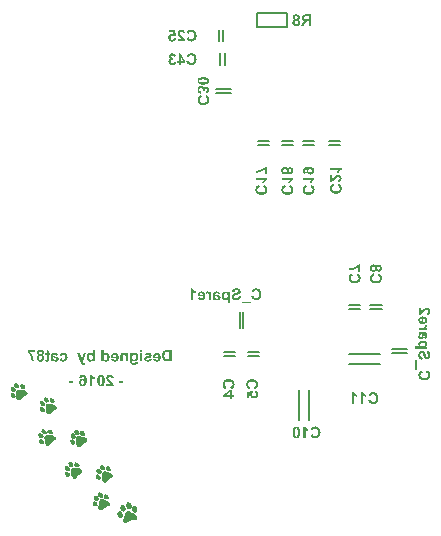
<source format=gbo>
%FSLAX23Y23*%
%MOMM*%
%SFA1B1*%

%IPPOS*%
%ADD50C,0.127000*%
%LNraspberryhatboard-1*%
%LPD*%
G36*
X15182Y14279D02*
X15209Y14275D01*
X15235Y14269*
X15259Y14262*
X15282Y14252*
X15305Y14242*
X15323Y14231*
X15341Y14221*
X15357Y14210*
X15371Y14198*
X15382Y14189*
X15392Y14179*
X15400Y14172*
X15406Y14166*
X15409Y14162*
X15410Y14160*
X15427Y14136*
X15443Y14110*
X15455Y14080*
X15467Y14050*
X15477Y14018*
X15485Y13986*
X15492Y13953*
X15496Y13922*
X15500Y13892*
X15503Y13864*
X15506Y13839*
X15508Y13816*
X15509Y13798*
Y13784*
Y13780*
Y13775*
Y13774*
Y13773*
X15508Y13725*
X15505Y13681*
X15500Y13640*
X15493Y13603*
X15486Y13568*
X15479Y13537*
X15471Y13510*
X15461Y13485*
X15453Y13464*
X15444Y13446*
X15437Y13430*
X15429Y13417*
X15423Y13408*
X15419Y13400*
X15416Y13396*
X15414Y13395*
X15396Y13375*
X15376Y13357*
X15357Y13341*
X15336Y13329*
X15316Y13317*
X15295Y13309*
X15275Y13300*
X15257Y13295*
X15238Y13291*
X15223Y13286*
X15207Y13285*
X15195Y13282*
X15185*
X15178Y13281*
X15171*
X15145Y13282*
X15121Y13285*
X15099Y13289*
X15078Y13295*
X15056Y13302*
X15038Y13309*
X15021Y13317*
X15006Y13326*
X14992Y13334*
X14980Y13343*
X14969Y13350*
X14961Y13357*
X14954Y13362*
X14949Y13367*
X14946Y13369*
X14945Y13371*
X14930Y13388*
X14915Y13408*
X14904Y13427*
X14894Y13447*
X14884Y13467*
X14877Y13486*
X14868Y13526*
X14863Y13543*
X14860Y13560*
X14859Y13574*
X14858Y13587*
X14856Y13598*
Y13605*
Y13611*
Y13612*
X14858Y13639*
X14860Y13663*
X14865Y13687*
X14869Y13708*
X14876Y13729*
X14883Y13747*
X14890Y13766*
X14899Y13781*
X14907Y13795*
X14914Y13808*
X14921Y13818*
X14928Y13828*
X14932Y13835*
X14937Y13839*
X14939Y13842*
X14941Y13843*
X14956Y13859*
X14973Y13873*
X14990Y13885*
X15007Y13895*
X15024Y13904*
X15041Y13911*
X15072Y13922*
X15086Y13926*
X15100Y13929*
X15111Y13931*
X15121Y13932*
X15130Y13933*
X15141*
X15161Y13932*
X15179Y13929*
X15196Y13926*
X15213Y13921*
X15242Y13907*
X15268Y13892*
X15288Y13877*
X15296Y13870*
X15303Y13863*
X15309Y13857*
X15313Y13854*
X15314Y13852*
X15316Y13850*
X15313Y13880*
X15310Y13908*
X15307Y13933*
X15303Y13956*
X15299Y13976*
X15295Y13994*
X15290Y14009*
X15285Y14024*
X15281Y14036*
X15278Y14046*
X15274Y14055*
X15271Y14060*
X15268Y14066*
X15265Y14069*
X15264Y14072*
X15248Y14090*
X15231Y14103*
X15214Y14112*
X15199Y14118*
X15185Y14122*
X15173Y14124*
X15166Y14125*
X15164*
X15148Y14124*
X15133Y14121*
X15120Y14117*
X15110Y14112*
X15102Y14107*
X15096Y14103*
X15092Y14100*
X15090Y14098*
X15080Y14087*
X15073Y14074*
X15066Y14060*
X15062Y14048*
X15059Y14035*
X15056Y14025*
X15055Y14019*
Y14017*
X14875Y14036*
X14884Y14079*
X14899Y14114*
X14914Y14145*
X14930Y14172*
X14945Y14191*
X14951Y14198*
X14958Y14205*
X14962Y14210*
X14966Y14214*
X14968Y14217*
X14969*
X14983Y14228*
X14997Y14238*
X15028Y14253*
X15059Y14265*
X15087Y14272*
X15113Y14277*
X15124Y14279*
X15134*
X15141Y14280*
X15152*
X15182Y14279*
G37*
G36*
X15956Y14248D02*
X15974Y14218D01*
X15994Y14190*
X16014Y14167*
X16031Y14149*
X16046Y14135*
X16052Y14129*
X16056Y14125*
X16059Y14124*
X16060Y14122*
X16091Y14100*
X16121Y14080*
X16148Y14064*
X16171Y14053*
X16191Y14045*
X16205Y14038*
X16211Y14036*
X16215Y14035*
X16217Y14033*
X16218*
Y13864*
X16167Y13884*
X16122Y13905*
X16101Y13916*
X16081Y13929*
X16063Y13940*
X16046Y13952*
X16031Y13963*
X16016Y13973*
X16005Y13981*
X15995Y13990*
X15987Y13997*
X15981Y14001*
X15978Y14004*
X15977Y14005*
Y13299*
X15789*
Y14280*
X15942*
X15956Y14248*
G37*
G36*
X14353Y13560D02*
X13985D01*
Y13747*
X14353*
Y13560*
G37*
G36*
X18599D02*
X18231D01*
Y13747*
X18599*
Y13560*
G37*
G36*
X16935Y16023D02*
X16952Y16040D01*
X16969Y16056*
X16985Y16069*
X17004Y16081*
X17021Y16090*
X17038Y16098*
X17055Y16105*
X17070Y16109*
X17086Y16114*
X17098Y16117*
X17111Y16119*
X17121Y16121*
X17129Y16122*
X17141*
X17165Y16121*
X17187Y16118*
X17208Y16114*
X17229Y16108*
X17265Y16093*
X17282Y16084*
X17296Y16076*
X17310Y16066*
X17321Y16057*
X17331Y16050*
X17339Y16043*
X17346Y16036*
X17351Y16032*
X17353Y16029*
X17355Y16028*
X17369Y16009*
X17382Y15990*
X17393Y15969*
X17403Y15946*
X17411Y15923*
X17418Y15901*
X17428Y15856*
X17431Y15836*
X17434Y15816*
X17435Y15799*
X17437Y15784*
X17438Y15771*
Y15763*
Y15756*
Y15754*
X17437Y15722*
X17434Y15692*
X17430Y15664*
X17424Y15637*
X17418Y15613*
X17411Y15591*
X17403Y15571*
X17394Y15553*
X17387Y15536*
X17379Y15522*
X17372Y15509*
X17365Y15499*
X17360Y15491*
X17356Y15485*
X17353Y15482*
X17352Y15481*
X17335Y15464*
X17318Y15448*
X17300Y15436*
X17283Y15424*
X17265Y15415*
X17248Y15407*
X17231Y15400*
X17215Y15396*
X17200Y15392*
X17186Y15389*
X17174Y15386*
X17163Y15385*
X17155Y15383*
X17143*
X17121Y15385*
X17100Y15388*
X17079Y15392*
X17060Y15398*
X17046Y15403*
X17033Y15407*
X17026Y15410*
X17024Y15412*
X17002Y15424*
X16983Y15438*
X16964Y15454*
X16950Y15468*
X16938Y15481*
X16928Y15492*
X16922Y15499*
X16921Y15502*
Y15399*
X16747*
Y16375*
X16935*
Y16023*
G37*
G36*
X20755Y16119D02*
X20779Y16117D01*
X20802Y16112*
X20821Y16108*
X20840Y16102*
X20857Y16097*
X20872Y16091*
X20885Y16084*
X20896Y16078*
X20906Y16073*
X20913Y16069*
X20920Y16064*
X20924Y16062*
X20926Y16060*
X20927Y16059*
X20940Y16047*
X20951Y16035*
X20961Y16022*
X20968Y16008*
X20982Y15983*
X20990Y15959*
X20995Y15938*
X20996Y15928*
X20997Y15921*
X20999Y15914*
Y15909*
Y15906*
Y15905*
X20997Y15887*
X20995Y15870*
X20992Y15853*
X20986Y15837*
X20972Y15811*
X20957Y15788*
X20943Y15770*
X20928Y15757*
X20923Y15751*
X20920Y15749*
X20917Y15747*
X20916Y15746*
X20903Y15739*
X20886Y15730*
X20866Y15722*
X20845Y15715*
X20823Y15706*
X20799Y15699*
X20749Y15685*
X20725Y15678*
X20703Y15672*
X20683Y15667*
X20665Y15663*
X20649Y15660*
X20638Y15657*
X20631Y15654*
X20628*
X20611Y15650*
X20599Y15646*
X20587Y15641*
X20579Y15639*
X20573Y15634*
X20569Y15633*
X20566Y15630*
X20558Y15619*
X20553Y15608*
X20552Y15599*
Y15596*
Y15595*
X20553Y15584*
X20556Y15574*
X20560Y15565*
X20565Y15558*
X20569Y15553*
X20573Y15548*
X20576Y15546*
X20577Y15544*
X20593Y15536*
X20610Y15530*
X20628Y15524*
X20645Y15522*
X20661Y15520*
X20675Y15519*
X20686*
X20710Y15520*
X20730Y15523*
X20748Y15527*
X20762Y15533*
X20773Y15537*
X20782Y15541*
X20787Y15544*
X20789Y15546*
X20802Y15557*
X20811Y15571*
X20820Y15584*
X20827Y15598*
X20831Y15610*
X20834Y15620*
X20837Y15626*
Y15629*
X21024Y15601*
X21012Y15565*
X20996Y15533*
X20979Y15506*
X20961Y15484*
X20944Y15465*
X20928Y15453*
X20924Y15447*
X20920Y15444*
X20917Y15443*
X20916Y15441*
X20899Y15431*
X20882Y15422*
X20844Y15407*
X20806Y15398*
X20769Y15391*
X20752Y15388*
X20737Y15386*
X20723Y15385*
X20710*
X20700Y15383*
X20686*
X20658Y15385*
X20631Y15386*
X20606Y15391*
X20582Y15395*
X20560Y15399*
X20541Y15406*
X20522Y15412*
X20507Y15419*
X20493Y15424*
X20480Y15431*
X20470Y15437*
X20462Y15441*
X20455Y15447*
X20451Y15450*
X20448Y15451*
X20446Y15453*
X20432Y15467*
X20420Y15481*
X20408Y15495*
X20398Y15509*
X20391Y15523*
X20384Y15537*
X20374Y15563*
X20369Y15586*
X20367Y15596*
X20366Y15603*
X20365Y15610*
Y15616*
Y15619*
Y15620*
X20367Y15651*
X20374Y15680*
X20383Y15703*
X20394Y15723*
X20405Y15739*
X20414Y15750*
X20421Y15756*
X20424Y15758*
X20436Y15767*
X20449Y15777*
X20465Y15784*
X20482Y15792*
X20515Y15806*
X20551Y15819*
X20582Y15829*
X20596Y15832*
X20608Y15836*
X20618Y15839*
X20625Y15840*
X20631Y15842*
X20632*
X20659Y15849*
X20683Y15854*
X20704Y15860*
X20723Y15866*
X20740Y15870*
X20754Y15874*
X20765Y15878*
X20776Y15881*
X20785Y15885*
X20792Y15888*
X20797Y15890*
X20800Y15892*
X20806Y15894*
X20807Y15895*
X20813Y15901*
X20817Y15906*
X20823Y15918*
X20826Y15926*
Y15928*
Y15929*
X20824Y15938*
X20823Y15945*
X20814Y15957*
X20807Y15964*
X20806Y15967*
X20804*
X20790Y15974*
X20775Y15980*
X20758Y15983*
X20740Y15985*
X20724Y15987*
X20711Y15988*
X20699*
X20677Y15987*
X20659Y15985*
X20644Y15981*
X20631Y15977*
X20621Y15973*
X20614Y15970*
X20610Y15967*
X20608Y15966*
X20597Y15957*
X20589Y15947*
X20580Y15938*
X20575Y15926*
X20570Y15918*
X20568Y15911*
X20565Y15905*
Y15904*
X20388Y15936*
X20400Y15969*
X20415Y15997*
X20431Y16021*
X20448Y16039*
X20462Y16055*
X20474Y16066*
X20483Y16071*
X20484Y16074*
X20486*
X20500Y16083*
X20515Y16090*
X20549Y16102*
X20584Y16111*
X20620Y16117*
X20637Y16118*
X20652Y16119*
X20666Y16121*
X20677Y16122*
X20730*
X20755Y16119*
G37*
G36*
X17487Y14279D02*
X17509Y14277D01*
X17553Y14270*
X17590Y14259*
X17607Y14253*
X17622Y14246*
X17636Y14241*
X17647Y14234*
X17659Y14228*
X17667Y14224*
X17674Y14218*
X17678Y14215*
X17681Y14214*
X17683Y14212*
X17698Y14198*
X17712Y14184*
X17725Y14167*
X17736Y14149*
X17753Y14112*
X17767Y14077*
X17771Y14059*
X17776Y14043*
X17780Y14029*
X17781Y14017*
X17784Y14005*
Y13998*
X17786Y13993*
Y13991*
X17600Y13973*
X17597Y14001*
X17591Y14025*
X17585Y14046*
X17578Y14062*
X17573Y14074*
X17567Y14083*
X17563Y14088*
X17561Y14090*
X17547Y14101*
X17532Y14110*
X17516Y14117*
X17501Y14121*
X17488Y14124*
X17477Y14125*
X17467*
X17446Y14124*
X17428Y14119*
X17412Y14114*
X17398Y14108*
X17388Y14103*
X17380Y14097*
X17375Y14093*
X17374Y14091*
X17363Y14077*
X17354Y14062*
X17349Y14046*
X17344Y14031*
X17342Y14017*
X17340Y14004*
Y13997*
Y13995*
Y13994*
X17342Y13973*
X17346Y13953*
X17353Y13933*
X17360Y13916*
X17367Y13901*
X17374Y13890*
X17378Y13883*
X17380Y13880*
X17385Y13871*
X17394Y13861*
X17405Y13849*
X17416Y13838*
X17442Y13811*
X17467Y13784*
X17492Y13759*
X17504Y13747*
X17515Y13739*
X17523Y13730*
X17529Y13725*
X17533Y13721*
X17535Y13719*
X17563Y13692*
X17588Y13667*
X17612Y13643*
X17633Y13622*
X17653Y13601*
X17670Y13581*
X17686Y13564*
X17698Y13547*
X17709Y13533*
X17719Y13520*
X17728Y13510*
X17733Y13501*
X17739Y13495*
X17742Y13489*
X17745Y13486*
Y13485*
X17763Y13453*
X17777Y13419*
X17788Y13388*
X17797Y13360*
X17803Y13334*
X17804Y13324*
X17805Y13316*
X17807Y13309*
X17808Y13303*
Y13300*
Y13299*
X17153*
Y13472*
X17525*
X17514Y13491*
X17501Y13506*
X17495Y13513*
X17491Y13519*
X17488Y13522*
X17487Y13523*
X17481Y13529*
X17475Y13536*
X17459Y13551*
X17440Y13570*
X17422Y13588*
X17404Y13605*
X17388Y13619*
X17382Y13625*
X17378Y13629*
X17375Y13630*
X17374Y13632*
X17343Y13661*
X17318Y13685*
X17296Y13708*
X17280Y13725*
X17267Y13739*
X17258Y13749*
X17253Y13756*
X17251Y13757*
X17233Y13781*
X17217Y13804*
X17205Y13825*
X17195Y13843*
X17186Y13859*
X17181Y13871*
X17178Y13878*
X17177Y13881*
X17168Y13904*
X17163Y13926*
X17158Y13947*
X17155Y13967*
X17154Y13983*
X17153Y13995*
Y14004*
Y14007*
X17154Y14028*
X17157Y14049*
X17160Y14069*
X17165Y14087*
X17179Y14119*
X17194Y14148*
X17202Y14160*
X17209Y14170*
X17216Y14180*
X17223Y14187*
X17229Y14193*
X17232Y14198*
X17234Y14200*
X17236Y14201*
X17251Y14215*
X17270Y14228*
X17287Y14238*
X17306Y14246*
X17343Y14260*
X17380Y14270*
X17397Y14273*
X17412Y14276*
X17426Y14277*
X17439Y14279*
X17449Y14280*
X17463*
X17487Y14279*
G37*
G36*
X11615Y16379D02*
X11638Y16377D01*
X11661Y16373*
X11682Y16369*
X11702Y16363*
X11720Y16358*
X11736Y16351*
X11750Y16345*
X11764Y16338*
X11775Y16331*
X11784Y16325*
X11792Y16320*
X11798Y16315*
X11802Y16311*
X11805Y16310*
X11806Y16308*
X11819Y16294*
X11832Y16280*
X11841Y16265*
X11850Y16250*
X11864Y16219*
X11872Y16191*
X11878Y16166*
X11880Y16155*
X11881Y16146*
X11882Y16138*
Y16132*
Y16129*
Y16128*
X11881Y16104*
X11877Y16083*
X11872Y16062*
X11865Y16045*
X11860Y16029*
X11856Y16019*
X11851Y16012*
X11850Y16009*
X11836Y15991*
X11819Y15974*
X11802Y15960*
X11784Y15947*
X11768Y15939*
X11756Y15932*
X11747Y15928*
X11746Y15926*
X11744*
X11774Y15911*
X11799Y15895*
X11820Y15878*
X11837Y15861*
X11851Y15846*
X11861Y15835*
X11867Y15826*
X11868Y15825*
Y15823*
X11881Y15798*
X11891Y15773*
X11896Y15747*
X11902Y15725*
X11905Y15706*
X11906Y15691*
Y15685*
Y15681*
Y15678*
Y15677*
X11905Y15650*
X11902Y15626*
X11896Y15602*
X11889Y15581*
X11882Y15560*
X11874Y15541*
X11864Y15524*
X11854Y15509*
X11844Y15496*
X11834Y15484*
X11826Y15474*
X11819Y15465*
X11812Y15458*
X11806Y15454*
X11803Y15451*
X11802Y15450*
X11785Y15437*
X11767Y15427*
X11748Y15417*
X11730Y15410*
X11693Y15398*
X11658Y15389*
X11641Y15386*
X11627Y15385*
X11615Y15383*
X11603Y15382*
X11593Y15381*
X11581*
X11554Y15382*
X11530Y15385*
X11506Y15389*
X11483Y15393*
X11464Y15400*
X11445Y15407*
X11427Y15415*
X11412Y15423*
X11397Y15431*
X11386Y15438*
X11375Y15446*
X11366Y15453*
X11359Y15457*
X11355Y15461*
X11352Y15464*
X11351Y15465*
X11335Y15482*
X11323Y15499*
X11310Y15517*
X11300Y15536*
X11292Y15554*
X11285Y15572*
X11275Y15608*
X11271Y15623*
X11268Y15637*
X11266Y15651*
X11265Y15663*
X11264Y15672*
Y15680*
Y15684*
Y15685*
X11265Y15715*
X11271Y15742*
X11276Y15767*
X11285Y15788*
X11292Y15805*
X11299Y15818*
X11304Y15826*
X11306Y15829*
X11323Y15852*
X11342Y15871*
X11364Y15888*
X11383Y15901*
X11402Y15912*
X11416Y15921*
X11421Y15923*
X11426Y15925*
X11428Y15926*
X11430*
X11407Y15938*
X11388Y15950*
X11371Y15963*
X11357Y15977*
X11345Y15988*
X11338Y15998*
X11333Y16004*
X11331Y16007*
X11318Y16028*
X11310Y16049*
X11303Y16069*
X11299Y16087*
X11296Y16104*
X11295Y16117*
Y16125*
Y16126*
Y16128*
X11296Y16148*
X11297Y16167*
X11307Y16203*
X11318Y16232*
X11333Y16259*
X11348Y16280*
X11354Y16289*
X11359Y16296*
X11365Y16301*
X11369Y16305*
X11371Y16307*
X11372Y16308*
X11388Y16321*
X11403Y16332*
X11421Y16342*
X11438Y16351*
X11475Y16363*
X11510Y16372*
X11526Y16375*
X11541Y16376*
X11554Y16377*
X11567Y16379*
X11575Y16380*
X11589*
X11615Y16379*
G37*
G36*
X10049Y12991D02*
X10146Y12977D01*
X10216Y12949*
X10341Y12893*
X10424Y12838*
X10466Y12768*
X10494Y12713*
X10507Y12671*
Y12657*
Y12616*
X10382Y12546*
X10257Y12463*
X10146Y12379*
X10049Y12296*
X9980Y12227*
X9910Y12157*
X9882Y12116*
X9869Y12102*
X9757*
X9688Y12157*
X9632Y12185*
X9605Y12227*
X9577Y12254*
X9549Y12282*
Y12296*
Y12893*
X9632Y13004*
X9952*
X10049Y12991*
G37*
G36*
X9271Y12754D02*
X9341Y12713D01*
X9396Y12671*
X9438Y12616*
X9466Y12546*
X9480Y12504*
Y12463*
Y12449*
Y12421*
X9466Y12393*
X9452Y12379*
X9396Y12338*
X9341Y12310*
X9313Y12296*
X9230Y12310*
X9174Y12352*
X9119Y12393*
X9091Y12463*
X9063Y12518*
Y12560*
X9049Y12602*
Y12616*
Y12657*
X9091Y12727*
X9119Y12754*
X9146Y12768*
X9160*
X9271Y12754*
G37*
G36*
X12591Y12282D02*
X12660Y12254D01*
X12716Y12199*
X12757Y12143*
X12785Y12088*
X12799Y12032*
Y12004*
Y11991*
X12757Y11921*
X12716Y11879*
X12702Y11866*
X12646*
X12549Y11879*
X12480Y11907*
X12438Y11949*
X12396Y12004*
X12369Y12102*
Y12129*
Y12143*
Y12213*
X12382Y12254*
X12396Y12282*
X12424Y12296*
X12480*
X12591Y12282*
G37*
G36*
X12160Y12338D02*
X12202Y12282D01*
X12257Y12185*
X12285Y12102*
Y12074*
Y12060*
Y12018*
X12271Y12004*
X12257Y11977*
X12202Y11949*
X12160Y11921*
X12132Y11907*
X12035Y11963*
X11966Y12018*
X11924Y12060*
X11882Y12102*
X11855Y12157*
Y12185*
Y12227*
X11882Y12268*
X11924Y12324*
X11980Y12366*
X11994Y12379*
X12091*
X12160Y12338*
G37*
G36*
X9660Y13518D02*
X9716Y13477D01*
X9744Y13435*
X9771Y13407*
X9799Y13379*
Y13366*
Y13213*
X9785Y13171*
X9757Y13143*
X9730Y13129*
X9549*
X9480Y13171*
X9438Y13227*
X9382Y13324*
X9355Y13407*
Y13435*
Y13449*
X9396Y13518*
X9438Y13546*
X9466Y13560*
X9591*
X9660Y13518*
G37*
G36*
X16735Y14279D02*
X16759Y14276D01*
X16783Y14270*
X16804Y14265*
X16824Y14256*
X16843Y14248*
X16858Y14239*
X16874Y14229*
X16886Y14220*
X16899Y14211*
X16909Y14203*
X16916Y14194*
X16923Y14189*
X16927Y14183*
X16930Y14180*
X16931Y14179*
X16948Y14155*
X16962Y14126*
X16975Y14097*
X16986Y14066*
X16995Y14033*
X17003Y14000*
X17009Y13967*
X17014Y13935*
X17017Y13904*
X17020Y13876*
X17023Y13849*
X17024Y13826*
X17026Y13808*
Y13794*
Y13788*
Y13784*
Y13783*
Y13781*
X17024Y13730*
X17022Y13684*
X17017Y13640*
X17012Y13601*
X17006Y13565*
X16999Y13533*
X16991Y13505*
X16982Y13479*
X16975Y13458*
X16967Y13439*
X16960Y13423*
X16952Y13410*
X16948Y13402*
X16944Y13395*
X16941Y13391*
X16940Y13389*
X16923Y13369*
X16905Y13354*
X16886Y13338*
X16866Y13327*
X16848Y13316*
X16828Y13307*
X16810Y13300*
X16792Y13295*
X16775Y13289*
X16759Y13286*
X16745Y13283*
X16734Y13282*
X16724*
X16716Y13281*
X16710*
X16685Y13282*
X16661Y13285*
X16637Y13291*
X16616Y13296*
X16596Y13303*
X16577Y13312*
X16562Y13322*
X16546Y13331*
X16534Y13340*
X16521Y13350*
X16511Y13358*
X16503Y13365*
X16497Y13371*
X16493Y13377*
X16490Y13379*
X16489Y13381*
X16472Y13405*
X16458Y13433*
X16444Y13463*
X16434Y13495*
X16424Y13527*
X16417Y13560*
X16410Y13594*
X16404Y13626*
X16401Y13657*
X16398Y13685*
X16396Y13712*
X16394Y13735*
X16393Y13753*
Y13767*
Y13773*
Y13777*
Y13778*
Y13780*
X16394Y13830*
X16397Y13877*
X16401Y13919*
X16408Y13959*
X16415Y13995*
X16422Y14028*
X16432Y14057*
X16441Y14083*
X16449Y14107*
X16458Y14125*
X16466Y14142*
X16473Y14156*
X16480Y14166*
X16484Y14173*
X16487Y14177*
X16489Y14179*
X16504Y14197*
X16521Y14212*
X16539Y14225*
X16558Y14238*
X16576Y14248*
X16594Y14255*
X16611Y14262*
X16630Y14267*
X16647Y14272*
X16661Y14275*
X16675Y14277*
X16686Y14279*
X16696Y14280*
X16710*
X16735Y14279*
G37*
G36*
X9299Y13241D02*
X9369Y13213D01*
X9410Y13171*
X9438Y13116*
X9480Y13018*
Y12991*
Y12977*
Y12935*
X9424Y12866*
X9396Y12824*
X9369Y12810*
X9355*
X9257Y12824*
X9174Y12866*
X9119Y12907*
X9091Y12977*
X9063Y13032*
X9049Y13074*
Y13116*
Y13129*
X9091Y13199*
X9119Y13241*
X9146Y13254*
X9202*
X9299Y13241*
G37*
G36*
X10132Y13463D02*
X10202Y13421D01*
X10244Y13379*
X10271Y13338*
X10313Y13282*
Y13254*
X10299Y13199*
X10244Y13129*
X10202Y13074*
X10188Y13046*
X10105Y13060*
X10035Y13088*
X9924Y13185*
X9855Y13282*
X9827Y13310*
Y13324*
X9869Y13393*
X9896Y13435*
X9966Y13491*
X10021Y13518*
X10035*
X10132Y13463*
G37*
G36*
X11145Y16188D02*
X10721D01*
X10767Y16125*
X10808Y16059*
X10828Y16028*
X10845Y15995*
X10860Y15966*
X10874Y15938*
X10887Y15911*
X10898Y15887*
X10908Y15864*
X10917Y15846*
X10922Y15832*
X10927Y15820*
X10929Y15813*
X10931Y15811*
X10945Y15771*
X10958Y15733*
X10967Y15695*
X10977Y15658*
X10984Y15622*
X10991Y15588*
X10997Y15555*
X11001Y15526*
X11006Y15499*
X11008Y15474*
X11011Y15453*
X11013Y15434*
Y15419*
X11014Y15407*
Y15402*
Y15399*
X10834*
X10832Y15448*
X10828Y15499*
X10821Y15548*
X10818Y15571*
X10814Y15594*
X10810Y15613*
X10805Y15633*
X10803Y15649*
X10800Y15663*
X10797Y15675*
X10794Y15684*
X10793Y15689*
Y15691*
X10774Y15751*
X10755Y15809*
X10745Y15836*
X10733Y15861*
X10724Y15885*
X10714Y15908*
X10704Y15928*
X10695Y15946*
X10687Y15963*
X10681Y15976*
X10676Y15987*
X10671Y15994*
X10669Y16000*
X10667Y16001*
X10652Y16028*
X10636Y16053*
X10622Y16076*
X10608Y16098*
X10594Y16118*
X10580Y16136*
X10567Y16153*
X10556Y16169*
X10545Y16183*
X10535Y16194*
X10526Y16204*
X10519Y16212*
X10514Y16218*
X10509Y16222*
X10506Y16225*
X10505Y16226*
Y16362*
X11145*
Y16188*
G37*
G36*
X16192Y15399D02*
X16018D01*
Y15502*
X16002Y15481*
X15985Y15462*
X15968Y15448*
X15952Y15436*
X15938Y15426*
X15927Y15419*
X15920Y15415*
X15917Y15413*
X15894Y15403*
X15873Y15396*
X15853Y15391*
X15835Y15388*
X15820Y15385*
X15807Y15383*
X15797*
X15775Y15385*
X15752Y15388*
X15732Y15392*
X15713Y15399*
X15676Y15415*
X15660Y15423*
X15645Y15433*
X15632Y15441*
X15621Y15450*
X15611Y15458*
X15603Y15465*
X15596Y15472*
X15591Y15477*
X15588Y15479*
X15587Y15481*
X15572Y15501*
X15559Y15520*
X15546Y15543*
X15536Y15565*
X15528Y15589*
X15521Y15612*
X15511Y15657*
X15507Y15678*
X15504Y15698*
X15502Y15715*
X15501Y15730*
X15500Y15743*
Y15751*
Y15758*
Y15760*
X15501Y15792*
X15504Y15822*
X15508Y15850*
X15512Y15875*
X15519Y15899*
X15526Y15922*
X15535Y15942*
X15542Y15960*
X15550Y15976*
X15559Y15990*
X15566Y16001*
X15572Y16011*
X15577Y16018*
X15581Y16023*
X15584Y16026*
X15586Y16028*
X15603Y16045*
X15619Y16059*
X15636Y16071*
X15655Y16083*
X15673Y16091*
X15690Y16100*
X15724Y16111*
X15741Y16114*
X15755Y16117*
X15768Y16119*
X15779Y16121*
X15787Y16122*
X15800*
X15821Y16121*
X15842Y16118*
X15863Y16114*
X15882Y16107*
X15917Y16091*
X15947Y16073*
X15959Y16064*
X15971Y16055*
X15980Y16046*
X15989Y16039*
X15996Y16032*
X16000Y16028*
X16003Y16025*
X16004Y16023*
Y16375*
X16192*
Y15399*
G37*
G36*
X20201Y16201D02*
X20014D01*
Y16375*
X20201*
Y16201*
G37*
G36*
X12848Y16119D02*
X12871Y16118D01*
X12890Y16114*
X12910Y16111*
X12927Y16107*
X12942Y16101*
X12957Y16097*
X12968Y16093*
X12979Y16087*
X12988Y16083*
X12996Y16080*
X13002Y16076*
X13006Y16074*
X13007Y16071*
X13009*
X13033Y16050*
X13052Y16026*
X13069Y16001*
X13083Y15977*
X13093Y15954*
X13098Y15945*
X13100Y15936*
X13103Y15929*
X13105Y15923*
X13106Y15921*
Y15919*
X12938Y15888*
X12931Y15905*
X12924Y15919*
X12917Y15932*
X12909Y15942*
X12903Y15949*
X12897Y15953*
X12895Y15956*
X12893Y15957*
X12882Y15964*
X12869Y15970*
X12855Y15973*
X12842Y15976*
X12831Y15977*
X12823Y15978*
X12814*
X12789Y15977*
X12768Y15974*
X12751Y15971*
X12737Y15967*
X12727Y15961*
X12720Y15959*
X12716Y15956*
X12714Y15954*
X12704Y15945*
X12697Y15933*
X12693Y15921*
X12689Y15908*
X12687Y15895*
X12686Y15885*
Y15880*
Y15877*
Y15859*
X12696Y15854*
X12708Y15850*
X12735Y15842*
X12766Y15835*
X12796Y15828*
X12824Y15820*
X12837Y15818*
X12848Y15816*
X12856Y15815*
X12864Y15813*
X12868Y15812*
X12869*
X12903Y15805*
X12934Y15798*
X12959Y15791*
X12981Y15784*
X12997Y15777*
X13009Y15773*
X13016Y15770*
X13019Y15768*
X13037Y15758*
X13052Y15747*
X13067Y15735*
X13076Y15723*
X13086Y15713*
X13092Y15705*
X13096Y15699*
X13098Y15696*
X13107Y15678*
X13114Y15660*
X13119Y15643*
X13122Y15626*
X13124Y15612*
X13126Y15601*
Y15594*
Y15591*
X13124Y15574*
X13123Y15558*
X13116Y15529*
X13106Y15503*
X13095Y15482*
X13083Y15465*
X13074Y15453*
X13067Y15444*
X13064Y15443*
Y15441*
X13038Y15422*
X13010Y15407*
X12982Y15398*
X12954Y15391*
X12930Y15386*
X12919Y15385*
X12910*
X12902Y15383*
X12892*
X12869Y15385*
X12847Y15388*
X12827Y15391*
X12810Y15395*
X12796Y15399*
X12785Y15403*
X12778Y15405*
X12775Y15406*
X12755Y15416*
X12735Y15426*
X12718Y15438*
X12703Y15450*
X12690Y15460*
X12680Y15468*
X12675Y15474*
X12672Y15475*
X12670Y15469*
X12668Y15462*
X12666Y15457*
X12665Y15455*
Y15454*
X12661Y15441*
X12658Y15430*
X12655Y15420*
X12652Y15413*
X12649Y15407*
X12648Y15402*
X12646Y15400*
Y15399*
X12462*
X12470Y15417*
X12477Y15434*
X12483Y15450*
X12489Y15464*
X12491Y15475*
X12494Y15485*
X12496Y15491*
Y15492*
X12498Y15510*
X12500Y15533*
X12503Y15555*
Y15578*
X12504Y15598*
Y15615*
Y15622*
Y15626*
Y15629*
Y15630*
X12501Y15849*
Y15871*
X12503Y15891*
X12504Y15909*
X12505Y15926*
X12507Y15942*
X12510Y15956*
X12511Y15969*
X12514Y15978*
X12517Y15988*
X12518Y15995*
X12522Y16008*
X12525Y16014*
X12527Y16016*
X12538Y16032*
X12551Y16047*
X12565Y16060*
X12580Y16071*
X12593Y16080*
X12604Y16086*
X12611Y16090*
X12613Y16091*
X12614*
X12627Y16097*
X12639Y16101*
X12669Y16109*
X12700Y16115*
X12730Y16118*
X12758Y16121*
X12769*
X12779Y16122*
X12825*
X12848Y16119*
G37*
G36*
X19588Y16121D02*
X19610Y16118D01*
X19631Y16114*
X19653Y16108*
X19688Y16093*
X19705Y16084*
X19719Y16076*
X19733Y16066*
X19744Y16057*
X19754Y16050*
X19763Y16043*
X19770Y16036*
X19774Y16032*
X19777Y16029*
X19778Y16028*
X19794Y16009*
X19806Y15990*
X19818Y15967*
X19827Y15946*
X19834Y15923*
X19842Y15901*
X19851Y15856*
X19856Y15836*
X19858Y15816*
X19860Y15799*
X19861Y15785*
X19863Y15773*
Y15764*
Y15757*
Y15756*
X19861Y15730*
X19860Y15705*
X19853Y15660*
X19847Y15639*
X19842Y15619*
X19836Y15601*
X19830Y15585*
X19825Y15570*
X19819Y15557*
X19813Y15546*
X19808Y15536*
X19803Y15529*
X19801Y15523*
X19798Y15520*
Y15519*
X19781Y15498*
X19764Y15479*
X19746Y15464*
X19727Y15450*
X19709Y15438*
X19689Y15429*
X19671Y15420*
X19654Y15415*
X19637Y15409*
X19622Y15406*
X19608Y15403*
X19596Y15400*
X19586*
X19578Y15399*
X19572*
X19548Y15400*
X19526Y15405*
X19505Y15410*
X19485Y15417*
X19450Y15436*
X19433Y15446*
X19419Y15457*
X19406Y15467*
X19393Y15477*
X19383Y15486*
X19376Y15495*
X19369Y15503*
X19365Y15509*
X19362Y15512*
X19361Y15513*
Y15410*
Y15389*
X19362Y15371*
X19364Y15357*
X19365Y15345*
X19368Y15336*
X19369Y15330*
X19371Y15327*
Y15326*
X19376Y15314*
X19382Y15305*
X19388Y15296*
X19393Y15289*
X19399Y15283*
X19403Y15281*
X19406Y15279*
X19407Y15278*
X19423Y15271*
X19440Y15265*
X19458Y15261*
X19476Y15258*
X19492Y15257*
X19505Y15255*
X19517*
X19537Y15257*
X19554Y15258*
X19568Y15262*
X19579Y15266*
X19589Y15269*
X19595Y15274*
X19599Y15275*
X19600Y15276*
X19608Y15282*
X19613Y15290*
X19620Y15307*
X19622Y15314*
X19623Y15321*
X19624Y15326*
Y15327*
X19839Y15352*
X19840Y15344*
Y15337*
Y15331*
Y15330*
X19839Y15313*
X19837Y15296*
X19829Y15265*
X19816Y15238*
X19802Y15216*
X19789Y15197*
X19777Y15185*
X19768Y15176*
X19767Y15175*
X19765Y15173*
X19750Y15162*
X19733Y15154*
X19713Y15145*
X19694Y15138*
X19651Y15127*
X19609Y15120*
X19589Y15117*
X19571Y15114*
X19554Y15113*
X19540*
X19527Y15111*
X19510*
X19476Y15113*
X19445Y15114*
X19419Y15118*
X19395Y15123*
X19376Y15126*
X19364Y15130*
X19355Y15131*
X19352Y15133*
X19330Y15141*
X19310Y15149*
X19293Y15159*
X19279Y15168*
X19269Y15175*
X19261Y15182*
X19255Y15186*
X19254Y15188*
X19240Y15202*
X19228Y15217*
X19218Y15234*
X19210Y15250*
X19203Y15264*
X19199Y15275*
X19196Y15282*
X19194Y15285*
X19190Y15298*
X19187Y15310*
X19182Y15340*
X19179Y15371*
X19176Y15402*
X19175Y15429*
X19173Y15440*
Y15451*
Y15460*
Y15465*
Y15469*
Y15471*
Y16107*
X19348*
Y16005*
X19365Y16026*
X19382Y16043*
X19400Y16060*
X19419Y16073*
X19437Y16084*
X19455Y16094*
X19472Y16101*
X19489Y16108*
X19505Y16112*
X19519Y16117*
X19533Y16118*
X19543Y16121*
X19553*
X19560Y16122*
X19565*
X19588Y16121*
G37*
G36*
X30762Y31234D02*
X30588D01*
Y31659*
X30525Y31612*
X30459Y31571*
X30428Y31552*
X30395Y31535*
X30366Y31519*
X30337Y31505*
X30311Y31492*
X30287Y31481*
X30264Y31471*
X30246Y31463*
X30232Y31457*
X30221Y31453*
X30213Y31450*
X30211Y31449*
X30171Y31435*
X30133Y31422*
X30095Y31412*
X30058Y31402*
X30022Y31395*
X29988Y31388*
X29955Y31382*
X29926Y31378*
X29899Y31374*
X29874Y31371*
X29853Y31368*
X29834Y31367*
X29819*
X29807Y31365*
X29799*
Y31546*
X29848Y31547*
X29899Y31552*
X29948Y31559*
X29971Y31561*
X29994Y31566*
X30013Y31570*
X30033Y31574*
X30049Y31577*
X30063Y31580*
X30075Y31583*
X30084Y31585*
X30089Y31587*
X30091*
X30151Y31605*
X30209Y31625*
X30236Y31635*
X30261Y31646*
X30285Y31656*
X30308Y31666*
X30328Y31676*
X30346Y31684*
X30363Y31692*
X30376Y31698*
X30387Y31704*
X30394Y31708*
X30400Y31711*
X30401Y31712*
X30428Y31728*
X30453Y31743*
X30476Y31757*
X30498Y31771*
X30518Y31786*
X30536Y31800*
X30553Y31812*
X30569Y31824*
X30583Y31835*
X30594Y31845*
X30604Y31853*
X30612Y31860*
X30618Y31866*
X30622Y31870*
X30625Y31873*
X30626Y31874*
X30762*
Y31234*
G37*
G36*
X33268Y44779D02*
X33292Y44777D01*
X33315Y44773*
X33336Y44769*
X33356Y44763*
X33374Y44758*
X33390Y44751*
X33404Y44745*
X33418Y44738*
X33429Y44731*
X33437Y44725*
X33446Y44720*
X33452Y44715*
X33456Y44711*
X33459Y44710*
X33460Y44708*
X33473Y44694*
X33485Y44680*
X33495Y44665*
X33504Y44650*
X33518Y44619*
X33526Y44591*
X33532Y44566*
X33533Y44555*
X33535Y44546*
X33536Y44538*
Y44532*
Y44529*
Y44528*
X33535Y44504*
X33531Y44483*
X33526Y44462*
X33519Y44445*
X33514Y44429*
X33509Y44419*
X33505Y44412*
X33504Y44409*
X33490Y44391*
X33473Y44374*
X33456Y44360*
X33437Y44347*
X33422Y44339*
X33409Y44332*
X33401Y44328*
X33399Y44326*
X33398*
X33428Y44311*
X33453Y44295*
X33474Y44278*
X33491Y44261*
X33505Y44246*
X33515Y44235*
X33521Y44226*
X33522Y44225*
Y44223*
X33535Y44198*
X33545Y44173*
X33550Y44147*
X33556Y44125*
X33559Y44106*
X33560Y44091*
Y44085*
Y44081*
Y44078*
Y44077*
X33559Y44050*
X33556Y44026*
X33550Y44002*
X33543Y43981*
X33536Y43960*
X33528Y43941*
X33518Y43924*
X33508Y43909*
X33498Y43896*
X33488Y43884*
X33480Y43874*
X33473Y43865*
X33466Y43858*
X33460Y43854*
X33457Y43851*
X33456Y43850*
X33439Y43837*
X33421Y43827*
X33402Y43817*
X33384Y43810*
X33347Y43798*
X33312Y43789*
X33295Y43786*
X33281Y43785*
X33268Y43783*
X33257Y43782*
X33247Y43781*
X33235*
X33208Y43782*
X33184Y43785*
X33160Y43789*
X33137Y43793*
X33117Y43800*
X33099Y43807*
X33081Y43815*
X33065Y43823*
X33051Y43831*
X33040Y43838*
X33029Y43846*
X33020Y43853*
X33013Y43857*
X33009Y43861*
X33006Y43864*
X33005Y43865*
X32989Y43882*
X32977Y43899*
X32964Y43917*
X32954Y43936*
X32946Y43954*
X32938Y43972*
X32929Y44008*
X32924Y44023*
X32922Y44037*
X32920Y44051*
X32919Y44063*
X32917Y44072*
Y44080*
Y44084*
Y44085*
X32919Y44115*
X32924Y44142*
X32930Y44167*
X32938Y44188*
X32946Y44205*
X32953Y44218*
X32958Y44226*
X32960Y44229*
X32977Y44252*
X32996Y44271*
X33017Y44288*
X33037Y44301*
X33055Y44312*
X33070Y44321*
X33075Y44323*
X33079Y44325*
X33082Y44326*
X33084*
X33061Y44338*
X33041Y44350*
X33024Y44363*
X33010Y44377*
X32999Y44388*
X32992Y44398*
X32986Y44404*
X32985Y44407*
X32972Y44428*
X32964Y44449*
X32957Y44469*
X32953Y44487*
X32950Y44504*
X32948Y44517*
Y44525*
Y44526*
Y44528*
X32950Y44548*
X32951Y44567*
X32961Y44603*
X32972Y44632*
X32986Y44659*
X33002Y44680*
X33008Y44689*
X33013Y44696*
X33019Y44701*
X33023Y44705*
X33024Y44707*
X33026Y44708*
X33041Y44721*
X33057Y44732*
X33075Y44742*
X33092Y44751*
X33129Y44763*
X33164Y44772*
X33180Y44775*
X33195Y44776*
X33208Y44777*
X33220Y44779*
X33229Y44780*
X33243*
X33268Y44779*
G37*
G36*
X30157Y30156D02*
X30119Y30145D01*
X30087Y30132*
X30060Y30119*
X30037Y30105*
X30020Y30094*
X30009Y30084*
X30002Y30077*
X29999Y30074*
X29982Y30052*
X29971Y30029*
X29963Y30006*
X29955Y29987*
X29953Y29968*
X29951Y29953*
X29950Y29947*
Y29943*
Y29942*
Y29940*
X29951Y29920*
X29953Y29902*
X29963Y29868*
X29974Y29839*
X29989Y29815*
X30003Y29795*
X30015Y29781*
X30020Y29775*
X30025Y29771*
X30026Y29770*
X30027Y29768*
X30043Y29757*
X30061Y29747*
X30081Y29737*
X30102Y29730*
X30146Y29719*
X30189Y29710*
X30211Y29708*
X30229Y29706*
X30247Y29703*
X30263*
X30274Y29702*
X30292*
X30325Y29703*
X30354Y29705*
X30381Y29708*
X30407Y29712*
X30429Y29718*
X30450Y29723*
X30469Y29729*
X30486Y29736*
X30500Y29741*
X30512Y29747*
X30522Y29753*
X30531Y29758*
X30538Y29763*
X30542Y29765*
X30545Y29768*
X30546*
X30560Y29781*
X30573Y29795*
X30583Y29809*
X30591Y29825*
X30605Y29854*
X30615Y29882*
X30621Y29906*
X30622Y29918*
X30624Y29926*
X30625Y29935*
Y29940*
Y29943*
Y29944*
X30624Y29973*
X30618Y29998*
X30611Y30021*
X30603Y30040*
X30594Y30056*
X30587Y30067*
X30581Y30074*
X30580Y30077*
X30563Y30095*
X30543Y30112*
X30524Y30125*
X30504Y30135*
X30487Y30142*
X30474Y30146*
X30469Y30149*
X30464*
X30463Y30150*
X30462*
X30508Y30345*
X30549Y30331*
X30584Y30315*
X30615Y30298*
X30641Y30283*
X30660Y30267*
X30669Y30262*
X30676Y30256*
X30680Y30252*
X30684Y30248*
X30687Y30246*
Y30245*
X30705Y30224*
X30722Y30200*
X30736Y30177*
X30748Y30153*
X30759Y30128*
X30767Y30104*
X30775Y30080*
X30780Y30057*
X30784Y30036*
X30787Y30016*
X30790Y29999*
X30791Y29984*
X30793Y29971*
Y29963*
Y29956*
Y29954*
X30791Y29918*
X30787Y29881*
X30780Y29849*
X30772Y29816*
X30762Y29788*
X30751Y29760*
X30738Y29736*
X30725Y29713*
X30712Y29692*
X30700Y29675*
X30689Y29660*
X30679Y29647*
X30670Y29637*
X30663Y29630*
X30659Y29626*
X30658Y29624*
X30631Y29602*
X30603Y29584*
X30573Y29567*
X30542Y29553*
X30509Y29540*
X30478Y29530*
X30447Y29522*
X30418Y29515*
X30388Y29509*
X30363Y29506*
X30339Y29503*
X30319Y29500*
X30302*
X30290Y29499*
X30278*
X30236Y29500*
X30197Y29505*
X30158Y29510*
X30125Y29519*
X30092Y29527*
X30061Y29538*
X30034Y29550*
X30010Y29561*
X29988Y29572*
X29968Y29584*
X29953Y29595*
X29939Y29603*
X29929Y29612*
X29920Y29617*
X29916Y29622*
X29915Y29623*
X29891Y29647*
X29871Y29672*
X29853Y29699*
X29838Y29726*
X29826Y29753*
X29815Y29780*
X29806Y29805*
X29799Y29829*
X29793Y29853*
X29789Y29874*
X29786Y29894*
X29785Y29909*
X29783Y29923*
X29782Y29933*
Y29939*
Y29942*
X29783Y29971*
X29785Y29998*
X29789Y30025*
X29795Y30049*
X29800Y30071*
X29806Y30092*
X29813Y30112*
X29822Y30131*
X29829Y30146*
X29836Y30160*
X29841Y30173*
X29847Y30183*
X29853Y30191*
X29857Y30197*
X29858Y30200*
X29860Y30201*
X29875Y30219*
X29892Y30236*
X29930Y30267*
X29970Y30293*
X30008Y30312*
X30026Y30321*
X30043Y30328*
X30058Y30334*
X30071Y30339*
X30082Y30343*
X30091Y30346*
X30096Y30348*
X30098*
X30157Y30156*
G37*
G36*
X30780Y30802D02*
X30748Y30787D01*
X30718Y30769*
X30690Y30749*
X30667Y30730*
X30649Y30713*
X30635Y30697*
X30629Y30692*
X30625Y30687*
X30624Y30685*
X30622Y30683*
X30600Y30652*
X30580Y30623*
X30564Y30596*
X30553Y30572*
X30545Y30552*
X30538Y30538*
X30536Y30532*
X30535Y30528*
X30533Y30527*
Y30525*
X30364*
X30384Y30576*
X30405Y30621*
X30416Y30642*
X30429Y30662*
X30440Y30680*
X30452Y30697*
X30463Y30713*
X30473Y30727*
X30481Y30738*
X30490Y30748*
X30497Y30756*
X30501Y30762*
X30504Y30765*
X30505Y30766*
X29799*
Y30954*
X30780*
Y30802*
G37*
G36*
X22699Y15399D02*
X22330D01*
X22292Y15400*
X22256Y15402*
X22227Y15405*
X22203Y15409*
X22183Y15413*
X22168Y15416*
X22163Y15417*
X22159*
X22158Y15419*
X22156*
X22125Y15430*
X22097Y15443*
X22075Y15455*
X22055Y15468*
X22039Y15479*
X22028Y15488*
X22021Y15493*
X22018Y15496*
X21994Y15523*
X21973Y15551*
X21955Y15581*
X21941Y15608*
X21929Y15633*
X21924Y15643*
X21921Y15651*
X21918Y15660*
X21915Y15665*
X21914Y15668*
Y15670*
X21904Y15703*
X21895Y15739*
X21890Y15773*
X21887Y15805*
X21886Y15820*
X21884Y15835*
Y15846*
X21883Y15857*
Y15866*
Y15871*
Y15875*
Y15877*
X21884Y15926*
X21888Y15970*
X21890Y15991*
X21893Y16009*
X21895Y16028*
X21898Y16043*
X21903Y16057*
X21905Y16070*
X21908Y16081*
X21910Y16090*
X21912Y16097*
X21914Y16102*
X21915Y16105*
Y16107*
X21928Y16141*
X21943Y16172*
X21959Y16198*
X21974Y16221*
X21987Y16239*
X21998Y16253*
X22005Y16262*
X22007Y16265*
X22008*
X22032Y16287*
X22056Y16305*
X22082Y16321*
X22104Y16334*
X22124Y16343*
X22141Y16351*
X22146Y16352*
X22151Y16353*
X22153Y16355*
X22155*
X22182Y16362*
X22211Y16366*
X22242Y16370*
X22272Y16372*
X22299Y16373*
X22310Y16375*
X22699*
Y15399*
G37*
G36*
X17912Y16121D02*
X17936Y16118D01*
X17960Y16112*
X17981Y16107*
X18002Y16100*
X18020Y16091*
X18039Y16081*
X18054Y16073*
X18068Y16063*
X18081Y16053*
X18092Y16045*
X18101Y16038*
X18108Y16032*
X18113Y16026*
X18116Y16023*
X18117Y16022*
X18133Y16002*
X18147Y15981*
X18160Y15960*
X18171Y15938*
X18180Y15914*
X18187Y15891*
X18198Y15847*
X18202Y15826*
X18205Y15808*
X18206Y15791*
X18208Y15777*
X18209Y15764*
Y15754*
Y15749*
Y15747*
X18208Y15720*
X18206Y15694*
X18202Y15670*
X18198Y15647*
X18194Y15625*
X18187Y15605*
X18181Y15586*
X18174Y15570*
X18168Y15554*
X18161Y15541*
X18156Y15530*
X18151Y15520*
X18146Y15513*
X18143Y15508*
X18141Y15505*
X18140Y15503*
X18122Y15482*
X18103Y15464*
X18082Y15448*
X18060Y15434*
X18037Y15423*
X18015Y15413*
X17992Y15405*
X17969Y15399*
X17950Y15393*
X17930Y15391*
X17912Y15388*
X17896Y15385*
X17883*
X17875Y15383*
X17867*
X17826Y15386*
X17788Y15392*
X17755Y15400*
X17727Y15410*
X17714Y15416*
X17704Y15420*
X17695Y15424*
X17688Y15429*
X17682Y15433*
X17676Y15434*
X17675Y15437*
X17673*
X17647Y15460*
X17623Y15484*
X17603Y15510*
X17587Y15536*
X17575Y15558*
X17571Y15568*
X17566Y15577*
X17563Y15584*
X17561Y15589*
X17559Y15592*
Y15594*
X17745Y15625*
X17752Y15606*
X17759Y15589*
X17766Y15577*
X17775Y15565*
X17781Y15557*
X17786Y15551*
X17790Y15548*
X17792Y15547*
X17803Y15539*
X17816Y15533*
X17828Y15529*
X17840Y15526*
X17850Y15524*
X17858Y15523*
X17865*
X17888Y15524*
X17909Y15530*
X17929Y15537*
X17944Y15546*
X17957Y15554*
X17965Y15561*
X17972Y15567*
X17974Y15568*
X17988Y15586*
X17998Y15608*
X18006Y15630*
X18012Y15650*
X18015Y15670*
X18016Y15684*
X18017Y15689*
Y15694*
Y15696*
Y15698*
X17549*
Y15737*
X17552Y15773*
X17556Y15806*
X17562Y15837*
X17569Y15867*
X17576Y15892*
X17585Y15916*
X17593Y15938*
X17602Y15956*
X17610Y15973*
X17617Y15985*
X17624Y15997*
X17630Y16005*
X17634Y16012*
X17637Y16015*
X17638Y16016*
X17655Y16035*
X17675Y16052*
X17695Y16066*
X17714Y16077*
X17735Y16088*
X17757Y16097*
X17776Y16104*
X17796Y16109*
X17814Y16114*
X17831Y16117*
X17847Y16119*
X17860Y16121*
X17871Y16122*
X17886*
X17912Y16121*
G37*
G36*
X18609D02*
X18635Y16117D01*
X18657Y16111*
X18680Y16104*
X18701Y16094*
X18719Y16084*
X18738Y16073*
X18753Y16063*
X18767Y16052*
X18780Y16040*
X18791Y16031*
X18800Y16021*
X18807Y16014*
X18812Y16008*
X18815Y16004*
X18817Y16002*
Y16107*
X18990*
Y15399*
X18803*
Y15718*
Y15739*
Y15758*
X18801Y15777*
X18800Y15792*
Y15808*
X18798Y15820*
X18797Y15833*
X18796Y15843*
X18793Y15860*
X18791Y15871*
X18788Y15878*
Y15880*
X18783Y15895*
X18774Y15911*
X18766Y15922*
X18757Y15933*
X18749Y15940*
X18742Y15947*
X18738Y15950*
X18736Y15952*
X18721Y15960*
X18705Y15967*
X18691Y15971*
X18677Y15976*
X18666Y15977*
X18657Y15978*
X18649*
X18635Y15977*
X18622Y15976*
X18612Y15973*
X18602Y15969*
X18594Y15964*
X18588Y15961*
X18585Y15960*
X18584Y15959*
X18574Y15952*
X18567Y15943*
X18554Y15926*
X18550Y15918*
X18547Y15912*
X18545Y15908*
Y15906*
X18542Y15899*
X18540Y15891*
X18538Y15870*
X18535Y15844*
X18533Y15820*
X18532Y15797*
Y15787*
Y15777*
Y15770*
Y15764*
Y15760*
Y15758*
Y15399*
X18344*
Y15837*
Y15867*
X18346Y15891*
X18347Y15914*
X18350Y15930*
X18351Y15945*
X18354Y15954*
X18356Y15961*
Y15963*
X18360Y15980*
X18366Y15994*
X18371Y16008*
X18378Y16019*
X18384Y16029*
X18388Y16036*
X18391Y16040*
X18392Y16042*
X18404Y16055*
X18416Y16066*
X18429Y16076*
X18442Y16084*
X18453Y16091*
X18463Y16095*
X18468Y16098*
X18471Y16100*
X18491Y16107*
X18511Y16112*
X18529Y16117*
X18546Y16119*
X18562Y16121*
X18574Y16122*
X18584*
X18609Y16121*
G37*
G36*
X20201Y15399D02*
X20014D01*
Y16107*
X20201*
Y15399*
G37*
G36*
X12308Y16248D02*
Y16107D01*
X12394*
Y15957*
X12308*
Y15649*
Y15630*
Y15615*
Y15599*
X12307Y15586*
Y15564*
X12305Y15546*
X12304Y15532*
Y15523*
X12302Y15517*
Y15516*
X12300Y15501*
X12295Y15486*
X12291Y15474*
X12287Y15464*
X12283Y15455*
X12280Y15450*
X12279Y15446*
X12277Y15444*
X12269Y15434*
X12259Y15426*
X12239Y15412*
X12231Y15407*
X12224Y15403*
X12218Y15402*
X12216Y15400*
X12201Y15395*
X12185Y15391*
X12170Y15388*
X12156Y15386*
X12143Y15385*
X12133Y15383*
X12125*
X12095Y15385*
X12067Y15388*
X12042Y15392*
X12021Y15398*
X12002Y15402*
X11988Y15406*
X11980Y15409*
X11978Y15410*
X11977*
X11994Y15555*
X12011Y15550*
X12026Y15546*
X12039Y15543*
X12050Y15541*
X12059Y15540*
X12064Y15539*
X12070*
X12083Y15540*
X12092Y15543*
X12098Y15546*
X12101Y15547*
X12109Y15555*
X12114Y15563*
X12116Y15568*
X12118Y15571*
Y15574*
X12119Y15579*
Y15592*
Y15609*
X12121Y15626*
Y15643*
Y15657*
Y15663*
Y15667*
Y15670*
Y15671*
Y15957*
X11992*
Y16107*
X12121*
Y16358*
X12308Y16248*
G37*
G36*
X15171Y15398D02*
X15178Y15376D01*
X15185Y15358*
X15194Y15341*
X15201Y15327*
X15208Y15316*
X15213Y15307*
X15218Y15302*
X15219Y15300*
X15232Y15288*
X15247Y15278*
X15263Y15271*
X15278Y15266*
X15292Y15264*
X15304Y15261*
X15315*
X15342Y15262*
X15356Y15264*
X15367Y15266*
X15378Y15268*
X15387Y15269*
X15393Y15271*
X15394*
X15377Y15124*
X15339Y15117*
X15322Y15114*
X15305Y15113*
X15292*
X15281Y15111*
X15253*
X15235Y15113*
X15219Y15116*
X15205Y15118*
X15192Y15120*
X15184Y15123*
X15178Y15124*
X15177*
X15161Y15128*
X15147Y15134*
X15136Y15140*
X15126Y15144*
X15118Y15148*
X15112Y15152*
X15108Y15154*
X15106Y15155*
X15085Y15172*
X15070Y15189*
X15064Y15197*
X15060Y15203*
X15057Y15207*
X15056Y15209*
X15047Y15223*
X15039Y15237*
X15030Y15252*
X15023Y15268*
X15018Y15282*
X15012Y15293*
X15009Y15300*
X15008Y15303*
X14963Y15424*
X14713Y16107*
X14906*
X15073Y15603*
X15240Y16107*
X15439*
X15171Y15398*
G37*
G36*
X21474Y16121D02*
X21498Y16118D01*
X21522Y16112*
X21543Y16107*
X21564Y16100*
X21583Y16091*
X21601Y16081*
X21616Y16073*
X21630Y16063*
X21643Y16053*
X21654Y16045*
X21663Y16038*
X21670Y16032*
X21676Y16026*
X21678Y16023*
X21680Y16022*
X21695Y16002*
X21709Y15981*
X21722Y15960*
X21733Y15938*
X21742Y15914*
X21749Y15891*
X21760Y15847*
X21764Y15826*
X21767Y15808*
X21769Y15791*
X21770Y15777*
X21771Y15764*
Y15754*
Y15749*
Y15747*
X21770Y15720*
X21769Y15694*
X21764Y15670*
X21760Y15647*
X21756Y15625*
X21749Y15605*
X21743Y15586*
X21736Y15570*
X21731Y15554*
X21723Y15541*
X21718Y15530*
X21714Y15520*
X21708Y15513*
X21705Y15508*
X21704Y15505*
X21702Y15503*
X21684Y15482*
X21666Y15464*
X21645Y15448*
X21622Y15434*
X21599Y15423*
X21577Y15413*
X21554Y15405*
X21532Y15399*
X21512Y15393*
X21492Y15391*
X21474Y15388*
X21458Y15385*
X21446*
X21437Y15383*
X21429*
X21388Y15386*
X21350Y15392*
X21317Y15400*
X21289Y15410*
X21277Y15416*
X21267Y15420*
X21257Y15424*
X21250Y15429*
X21244Y15433*
X21239Y15434*
X21237Y15437*
X21236*
X21209Y15460*
X21185Y15484*
X21165Y15510*
X21150Y15536*
X21137Y15558*
X21133Y15568*
X21129Y15577*
X21126Y15584*
X21123Y15589*
X21122Y15592*
Y15594*
X21308Y15625*
X21315Y15606*
X21322Y15589*
X21329Y15577*
X21337Y15565*
X21343Y15557*
X21349Y15551*
X21353Y15548*
X21354Y15547*
X21365Y15539*
X21378Y15533*
X21391Y15529*
X21402Y15526*
X21412Y15524*
X21420Y15523*
X21427*
X21450Y15524*
X21471Y15530*
X21491Y15537*
X21506Y15546*
X21519Y15554*
X21528Y15561*
X21535Y15567*
X21536Y15568*
X21550Y15586*
X21560Y15608*
X21568Y15630*
X21574Y15650*
X21577Y15670*
X21578Y15684*
X21580Y15689*
Y15694*
Y15696*
Y15698*
X21112*
Y15737*
X21114Y15773*
X21119Y15806*
X21124Y15837*
X21131Y15867*
X21138Y15892*
X21147Y15916*
X21155Y15938*
X21164Y15956*
X21172Y15973*
X21179Y15985*
X21186Y15997*
X21192Y16005*
X21196Y16012*
X21199Y16015*
X21200Y16016*
X21217Y16035*
X21237Y16052*
X21257Y16066*
X21277Y16077*
X21298Y16088*
X21319Y16097*
X21339Y16104*
X21358Y16109*
X21377Y16114*
X21394Y16117*
X21409Y16119*
X21422Y16121*
X21433Y16122*
X21449*
X21474Y16121*
G37*
G36*
X13563D02*
X13590Y16118D01*
X13616Y16114*
X13639Y16107*
X13661Y16100*
X13683Y16091*
X13701Y16083*
X13718Y16073*
X13733Y16064*
X13746Y16055*
X13757Y16046*
X13767Y16039*
X13774Y16032*
X13780Y16028*
X13783Y16025*
X13784Y16023*
X13800Y16004*
X13814Y15984*
X13826Y15963*
X13838Y15940*
X13846Y15918*
X13853Y15895*
X13864Y15852*
X13869Y15830*
X13871Y15812*
X13873Y15795*
X13874Y15780*
X13876Y15768*
Y15758*
Y15753*
Y15751*
X13874Y15720*
X13871Y15689*
X13867Y15663*
X13862Y15636*
X13855Y15612*
X13846Y15589*
X13839Y15570*
X13829Y15551*
X13821Y15534*
X13814Y15520*
X13805Y15509*
X13798Y15499*
X13793Y15491*
X13788Y15485*
X13785Y15482*
X13784Y15481*
X13766Y15464*
X13747Y15448*
X13728Y15436*
X13707Y15424*
X13687Y15415*
X13666Y15407*
X13646Y15400*
X13626Y15396*
X13608Y15392*
X13591Y15389*
X13575Y15386*
X13563Y15385*
X13553Y15383*
X13537*
X13512Y15385*
X13489Y15386*
X13467Y15389*
X13446Y15393*
X13426Y15398*
X13409Y15403*
X13392Y15409*
X13378Y15416*
X13364Y15422*
X13353Y15427*
X13343Y15433*
X13334Y15437*
X13329Y15441*
X13324Y15444*
X13322Y15447*
X13320*
X13306Y15460*
X13292Y15474*
X13268Y15505*
X13248Y15536*
X13234Y15567*
X13223Y15595*
X13219Y15608*
X13215Y15617*
X13212Y15626*
X13210Y15633*
X13209Y15637*
Y15639*
X13392Y15670*
X13398Y15644*
X13406Y15622*
X13413Y15603*
X13422Y15589*
X13430Y15578*
X13436Y15571*
X13440Y15567*
X13442Y15565*
X13456Y15555*
X13470Y15548*
X13484Y15543*
X13498Y15540*
X13511Y15537*
X13520Y15536*
X13529*
X13554Y15539*
X13577Y15544*
X13595Y15551*
X13612Y15561*
X13625Y15571*
X13633Y15578*
X13640Y15584*
X13642Y15586*
X13649Y15598*
X13656Y15609*
X13666Y15636*
X13674Y15665*
X13678Y15695*
X13681Y15723*
X13683Y15735*
Y15744*
X13684Y15753*
Y15760*
Y15764*
Y15766*
Y15785*
X13683Y15805*
X13680Y15822*
X13677Y15839*
X13674Y15853*
X13671Y15866*
X13663Y15888*
X13656Y15905*
X13649Y15916*
X13644Y15923*
X13643Y15926*
X13626Y15943*
X13608Y15954*
X13590Y15963*
X13573Y15970*
X13556Y15973*
X13543Y15974*
X13535Y15976*
X13532*
X13513Y15974*
X13496Y15971*
X13482Y15967*
X13470Y15961*
X13460Y15956*
X13453Y15952*
X13449Y15949*
X13447Y15947*
X13436Y15936*
X13426Y15923*
X13419Y15909*
X13412Y15897*
X13408Y15884*
X13405Y15874*
X13403Y15868*
Y15866*
X13219Y15899*
X13233Y15939*
X13250Y15973*
X13268Y16001*
X13286Y16025*
X13303Y16043*
X13316Y16056*
X13322Y16060*
X13326Y16063*
X13327Y16066*
X13329*
X13360Y16084*
X13394Y16098*
X13427Y16108*
X13460Y16115*
X13475Y16118*
X13489Y16119*
X13502Y16121*
X13513*
X13522Y16122*
X13535*
X13563Y16121*
G37*
G36*
X17188Y6074D02*
X17299Y6046D01*
X17466Y5991*
X17577Y5935*
X17660Y5866*
X17702Y5796*
X17730Y5741*
X17743Y5699*
Y5685*
X17702Y5616*
X17660Y5574*
X17563Y5518*
X17507Y5491*
X17480*
X17077Y5130*
X16993Y5143*
X16924Y5171*
X16827Y5282*
X16771Y5380*
X16757Y5407*
Y5421*
X16799Y5643*
Y5935*
X16813Y5963*
X16841Y5991*
X16896Y6032*
X16966Y6074*
X16980Y6088*
X17077*
X17188Y6074*
G37*
G36*
X16452Y5838D02*
X16521Y5810D01*
X16632Y5713*
X16688Y5616*
X16716Y5588*
Y5574*
X16702Y5518*
X16660Y5449*
X16618Y5407*
X16605Y5380*
X16521Y5393*
X16466Y5407*
X16355Y5477*
X16299Y5546*
X16285Y5560*
Y5574*
Y5727*
X16368Y5852*
X16452Y5838*
G37*
G36*
X17146Y4171D02*
X17216Y4130D01*
X17271Y4088*
X17313Y4032*
X17341Y3963*
X17355Y3921*
Y3880*
Y3866*
Y3824*
X17299Y3755*
X17271Y3727*
X17243Y3713*
X17230*
X17132Y3741*
X17049Y3768*
X16993Y3824*
X16966Y3866*
X16938Y3907*
X16924Y3949*
Y3977*
Y3991*
X17035Y4185*
X17146Y4171*
G37*
G36*
X16702Y4296D02*
X16771Y4268D01*
X16813Y4213*
X16841Y4171*
X16882Y4060*
Y4032*
Y4018*
Y3949*
X16868Y3921*
X16855Y3907*
X16799Y3866*
X16743Y3838*
X16716Y3824*
X16605Y3880*
X16535Y3949*
X16493Y3991*
X16480Y4018*
Y4227*
X16493Y4268*
X16521Y4296*
X16549Y4310*
X16605*
X16702Y4296*
G37*
G36*
X16549Y6296D02*
X16618Y6268D01*
X16674Y6213*
X16716Y6171*
X16743Y6129*
X16757Y6088*
Y6060*
Y6046*
X16730Y5991*
X16716Y5963*
X16674Y5907*
X16646Y5893*
X16605*
X16507Y5907*
X16438Y5935*
X16396Y5977*
X16355Y6032*
X16327Y6129*
Y6157*
Y6171*
Y6241*
X16341Y6282*
X16368Y6310*
X16396Y6324*
X16438*
X16549Y6296*
G37*
G36*
X17368Y6504D02*
X17438Y6477D01*
X17480Y6435*
X17507Y6379*
X17549Y6282*
Y6254*
Y6241*
Y6199*
X17507Y6129*
X17466Y6102*
X17452Y6088*
X17438*
X17327Y6102*
X17257Y6129*
X17202Y6185*
X17160Y6241*
X17132Y6296*
X17118Y6352*
Y6379*
Y6393*
X17160Y6463*
X17188Y6504*
X17216Y6518*
X17271*
X17368Y6504*
G37*
G36*
X14980Y6324D02*
X15035Y6268D01*
X15077Y6213*
X15105Y6171*
X15132Y6088*
Y6060*
Y6046*
Y6004*
X15021Y5935*
X14910Y5852*
X14813Y5755*
X14716Y5671*
X14646Y5588*
X14591Y5518*
X14563Y5463*
X14549Y5449*
X14507*
X14438Y5463*
X14382Y5477*
X14299Y5560*
X14230Y5685*
X14188Y5824*
X14160Y5963*
X14146Y6088*
Y6171*
Y6185*
Y6199*
X14188Y6254*
X14216Y6296*
X14257Y6352*
X14285Y6366*
X14896*
X14980Y6324*
G37*
G36*
X13882Y6074D02*
X13938Y6060D01*
X14021Y5991*
X14091Y5921*
X14105Y5907*
Y5893*
Y5727*
X14091Y5713*
X14077Y5685*
X14021Y5657*
X13980Y5630*
X13952Y5616*
X13855Y5643*
X13785Y5699*
X13744Y5755*
X13702Y5796*
X13674Y5893*
Y5921*
Y5935*
Y5963*
Y5991*
X13702Y6018*
X13744Y6046*
X13799Y6074*
X13813Y6088*
X13827*
X13882Y6074*
G37*
G36*
X19646Y3130D02*
X19730Y3060D01*
X19785Y2991*
X19799Y2977*
Y2963*
Y2755*
X19757Y2699*
X19730Y2671*
X19688Y2616*
X19660Y2602*
X19563*
X19480Y2657*
X19424Y2713*
X19382Y2768*
X19355Y2824*
X19327Y2893*
Y2907*
Y2921*
X19341Y2991*
X19355Y3060*
X19424Y3143*
X19507Y3185*
X19521Y3199*
X19535*
X19646Y3130*
G37*
G36*
X18591Y3255D02*
X18660Y3227D01*
X18716Y3171*
X18757Y3116*
X18785Y3060*
X18799Y3005*
X18813Y2977*
Y2963*
X18799Y2893*
X18785Y2824*
X18716Y2741*
X18646Y2699*
X18632Y2685*
X18618*
X18549Y2699*
X18480Y2741*
X18438Y2796*
X18396Y2866*
X18368Y2935*
X18355Y2991*
X18341Y3032*
Y3046*
Y3102*
X18368Y3143*
X18410Y3213*
X18466Y3255*
X18480Y3268*
X18493*
X18591Y3255*
G37*
G36*
X19146Y2699D02*
X19271Y2657D01*
X19368Y2602*
X19466Y2546*
X19535Y2505*
X19605Y2449*
X19702Y2366*
X19757Y2282*
X19785Y2227*
X19799Y2185*
Y2171*
Y2088*
X19757Y2032*
X19730Y2005*
X19688Y1949*
X19660Y1935*
X19368*
X18855Y1699*
X18785*
X18743Y1713*
X18702Y1755*
X18632Y1838*
X18591Y1921*
X18577Y1949*
Y1963*
X18618Y2102*
X18660Y2227*
X18688Y2324*
X18730Y2421*
X18757Y2505*
X18785Y2560*
X18841Y2657*
X18882Y2713*
X18910Y2741*
X18938Y2755*
X19007*
X19146Y2699*
G37*
G36*
X18424D02*
X18466Y2657D01*
X18493Y2602*
X18521Y2546*
X18549Y2477*
X18563Y2421*
X18577Y2380*
Y2366*
Y2296*
X18535Y2227*
X18493Y2185*
X18466Y2171*
X18299*
X18230Y2213*
X18188Y2268*
X18132Y2366*
X18105Y2449*
Y2477*
Y2491*
Y2560*
X18132Y2616*
X18174Y2643*
X18216Y2699*
X18243Y2713*
X18382*
X18424Y2699*
G37*
G36*
X16313Y3518D02*
X16355Y3463D01*
X16410Y3366*
X16438Y3282*
Y3255*
Y3241*
X16396Y3171*
X16355Y3130*
X16341Y3116*
X16285*
X16188Y3130*
X16118Y3157*
X16077Y3199*
X16035Y3255*
X16007Y3352*
Y3380*
Y3393*
Y3435*
X16049Y3505*
X16077Y3546*
X16105Y3560*
X16243*
X16313Y3518*
G37*
G36*
Y4046D02*
X16382Y4018D01*
X16438Y3963*
X16480Y3907*
X16507Y3852*
X16521Y3796*
Y3768*
Y3755*
Y3713*
X16480Y3643*
X16438Y3602*
X16424Y3588*
X16285*
X16230Y3616*
X16188Y3657*
X16132Y3755*
X16118Y3838*
Y3852*
Y3866*
Y3949*
X16202Y4060*
X16313Y4046*
G37*
G36*
X16813Y3741D02*
X16938Y3713D01*
X17049Y3671*
X17132Y3643*
X17216Y3616*
X17285Y3574*
X17382Y3491*
X17438Y3421*
X17466Y3366*
X17480Y3324*
Y3310*
Y3268*
X17438Y3199*
X17285Y3143*
X17160Y3088*
X17049Y3018*
X16966Y2963*
X16896Y2893*
X16841Y2838*
X16813Y2810*
X16799Y2796*
X16716Y2810*
X16646Y2838*
X16549Y2921*
X16493Y3005*
X16480Y3032*
Y3046*
X16507Y3255*
X16535Y3421*
X16577Y3546*
X16605Y3630*
X16632Y3699*
X16646Y3727*
X16674Y3755*
X16813Y3741*
G37*
G36*
X19091Y3463D02*
X19160Y3421D01*
X19216Y3380*
X19257Y3324*
X19285Y3255*
X19299Y3213*
Y3171*
Y3157*
Y3046*
X19285Y3018*
X19257Y2991*
X19188Y2935*
X19118Y2893*
X19105Y2880*
X19091*
X18993Y2935*
X18924Y2991*
X18882Y3046*
X18841Y3102*
X18827Y3157*
X18813Y3199*
Y3227*
Y3241*
Y3296*
X18841Y3338*
X18896Y3421*
X18952Y3463*
X18966Y3477*
X18980*
X19091Y3463*
G37*
G36*
X13869Y6546D02*
X13938Y6518D01*
X14035Y6449*
X14091Y6366*
X14105Y6338*
Y6324*
X14091Y6254*
X14077Y6213*
X14035Y6157*
X14007Y6129*
X13869*
X13757Y6213*
X13688Y6296*
X13646Y6366*
X13632Y6393*
X13646Y6449*
X13674Y6491*
X13702Y6546*
X13730Y6560*
X13785*
X13869Y6546*
G37*
G36*
X14744Y9602D02*
X14771Y9560D01*
X14841Y9463*
X14882Y9366*
X14896Y9338*
Y9324*
X14882Y9268*
X14869Y9241*
X14841Y9185*
X14799Y9171*
X14619*
X14563Y9199*
X14535Y9241*
X14480Y9338*
X14466Y9421*
Y9435*
Y9449*
Y9532*
X14480Y9574*
X14507Y9602*
X14535Y9616*
X14702*
X14744Y9602*
G37*
G36*
X12424Y9629D02*
X12494Y9602D01*
X12535Y9560*
X12563Y9504*
X12605Y9407*
Y9379*
Y9366*
Y9324*
X12521Y9213*
X12438Y9227*
X12355Y9241*
X12257Y9310*
X12188Y9379*
X12174Y9393*
Y9407*
Y9532*
X12216Y9602*
X12244Y9629*
X12271Y9643*
X12327*
X12424Y9629*
G37*
G36*
X15244Y9477D02*
X15285Y9435D01*
X15341Y9366*
X15369Y9338*
Y9324*
Y9213*
X15327Y9143*
X15285Y9102*
X15271Y9088*
X15257*
X15188Y9102*
X15119Y9116*
X15021Y9199*
X14952Y9268*
X14938Y9282*
Y9296*
Y9449*
X14952Y9491*
X14966Y9518*
X14994Y9532*
X15174*
X15244Y9477*
G37*
G36*
X12730Y9102D02*
X12813Y9032D01*
X12869Y8963*
X12882Y8949*
Y8935*
Y8852*
X12827Y8768*
X12771Y8713*
X12716Y8671*
X12660Y8643*
X12591Y8616*
X12563*
X12494Y8491*
X12424Y8393*
X12382Y8324*
X12327Y8282*
X12299Y8254*
X12271Y8227*
X12244*
X12188Y8241*
X12132Y8254*
X12091Y8296*
X12063Y8352*
X12007Y8477*
X11966Y8629*
X11938Y8768*
X11924Y8893*
Y8949*
Y8991*
Y9004*
Y9018*
X11938Y9060*
X11952Y9088*
X12021Y9143*
X12105Y9157*
X12119Y9171*
X12132*
X12285Y9129*
X12382Y9143*
X12480Y9157*
X12563Y9171*
X12605*
X12730Y9102*
G37*
G36*
X11841Y11504D02*
X11882Y11463D01*
X11938Y11393*
X11966Y11366*
Y11352*
Y11227*
X11924Y11157*
X11882Y11129*
X11869Y11116*
X11855*
X11771Y11129*
X11716Y11143*
X11605Y11213*
X11549Y11282*
X11535Y11296*
Y11310*
Y11463*
X11549Y11504*
X11577Y11532*
X11605Y11546*
X11771*
X11841Y11504*
G37*
G36*
Y12018D02*
X11882Y11977D01*
X11938Y11907*
X11966Y11879*
Y11866*
Y11699*
X11952Y11685*
X11938Y11657*
X11882Y11629*
X11841Y11602*
X11813Y11588*
X11716Y11629*
X11646Y11685*
X11605Y11754*
X11563Y11810*
X11549Y11866*
X11535Y11907*
Y11935*
Y11949*
X11577Y12018*
X11619Y12046*
X11646Y12060*
X11771*
X11841Y12018*
G37*
G36*
X11994Y9602D02*
X12077Y9504D01*
X12119Y9435*
X12132Y9421*
Y9407*
X12119Y9352*
X12105Y9324*
X12063Y9268*
X12021Y9254*
X11855*
X11757Y9324*
X11702Y9393*
X11674Y9463*
X11660Y9491*
X11688Y9546*
X11716Y9602*
X11757Y9657*
X11799Y9685*
X11882*
X11994Y9602*
G37*
G36*
X12466Y11810D02*
X12563Y11796D01*
X12660Y11768*
X12730Y11741*
X12799Y11713*
X12896Y11643*
X12952Y11574*
X12980Y11518*
X12994Y11477*
Y11463*
X12882Y11310*
X12799Y11296*
X12716Y11254*
X12646Y11185*
X12563Y11116*
X12507Y11046*
X12452Y10977*
X12424Y10935*
X12410Y10921*
X12244*
X12174Y10977*
X12132Y11004*
X12077Y11074*
X12049Y11102*
Y11116*
Y11699*
Y11727*
X12077Y11754*
X12119Y11782*
X12174Y11810*
X12188Y11824*
X12341*
X12466Y11810*
G37*
G36*
X14632Y6866D02*
X14702Y6838D01*
X14813Y6741*
X14869Y6643*
X14896Y6616*
Y6602*
X14882Y6546*
X14869Y6504*
X14841Y6463*
X14799Y6435*
X14619*
X14535Y6504*
X14466Y6588*
X14438Y6657*
X14424Y6685*
X14438Y6741*
X14480Y6810*
X14535Y6852*
X14549Y6879*
X14632Y6866*
G37*
G36*
X14980Y9046D02*
X15105Y9032D01*
X15202Y9018*
X15285Y9004*
X15355Y8977*
X15452Y8935*
X15521Y8893*
X15549Y8852*
X15563Y8824*
Y8810*
Y8699*
X15452Y8546*
X15382Y8532*
X15299Y8491*
X15216Y8421*
X15132Y8352*
X15049Y8268*
X14994Y8213*
X14952Y8157*
X14938Y8143*
X14813*
X14744Y8185*
X14702Y8241*
X14646Y8338*
X14619Y8421*
Y8449*
Y8463*
Y8935*
X14702Y9060*
X14855*
X14980Y9046*
G37*
G36*
X16855Y6629D02*
X16910Y6602D01*
X16993Y6518*
X17063Y6435*
X17077Y6407*
Y6393*
Y6282*
X17021Y6213*
X16993Y6185*
X16966Y6171*
X16952*
X16882Y6185*
X16813Y6199*
X16716Y6268*
X16646Y6338*
X16632Y6352*
Y6366*
Y6518*
Y6546*
X16660Y6574*
X16716Y6602*
X16771Y6629*
X16785Y6643*
X16799*
X16855Y6629*
G37*
G36*
X14188Y6907D02*
X14257Y6866D01*
X14299Y6824*
X14341Y6768*
X14355Y6699*
X14369Y6657*
X14382Y6616*
Y6602*
Y6560*
X14369Y6532*
X14355Y6518*
X14299Y6477*
X14257Y6449*
X14230Y6435*
X14146Y6449*
X14077Y6491*
X14035Y6532*
X13994Y6602*
X13980Y6657*
X13966Y6699*
X13952Y6741*
Y6754*
Y6796*
Y6824*
X13980Y6838*
X14021Y6879*
X14077Y6907*
X14091Y6921*
X14105*
X14188Y6907*
G37*
G36*
X14480Y9227D02*
X14535Y9143D01*
X14563Y9088*
X14577Y9074*
Y9060*
X14563Y8991*
X14549Y8935*
X14535Y8907*
X14507Y8879*
X14480Y8852*
X14341*
X14271Y8907*
X14230Y8949*
X14174Y9018*
X14146Y9046*
Y9060*
Y9213*
X14160Y9254*
X14188Y9282*
X14216Y9296*
X14382*
X14480Y9227*
G37*
G36*
X11619Y9310D02*
X11688Y9282D01*
X11785Y9213*
X11841Y9129*
X11855Y9102*
Y9088*
X11841Y9018*
X11827Y8977*
X11785Y8921*
X11744Y8893*
X11688*
X11605Y8907*
X11535Y8935*
X11438Y9032*
X11382Y9129*
X11369Y9157*
Y9171*
Y9227*
X11382Y9254*
X11424Y9310*
X11480Y9324*
X11535*
X11619Y9310*
G37*
G36*
X14341Y8796D02*
X14410Y8768D01*
X14466Y8713*
X14507Y8657*
X14521Y8602*
X14535Y8546*
X14549Y8518*
Y8504*
Y8463*
X14535Y8435*
X14521Y8421*
X14466Y8379*
X14410Y8352*
X14382Y8338*
X14299Y8352*
X14244Y8393*
X14188Y8435*
X14160Y8504*
X14132Y8560*
X14119Y8602*
X14105Y8643*
Y8657*
Y8699*
Y8727*
X14132Y8741*
X14174Y8782*
X14230Y8796*
X14244Y8810*
X14257*
X14341Y8796*
G37*
G36*
X11619Y8838D02*
X11688Y8810D01*
X11799Y8713*
X11855Y8616*
X11882Y8588*
Y8574*
X11869Y8518*
X11855Y8491*
X11827Y8435*
X11785Y8421*
X11619*
X11521Y8491*
X11452Y8560*
X11424Y8629*
X11410Y8657*
X11424Y8713*
X11466Y8782*
X11521Y8838*
X11535Y8852*
X11619Y8838*
G37*
G36*
X34499Y43799D02*
X34302D01*
Y44206*
X34238*
X34218Y44205*
X34202Y44204*
X34187Y44201*
X34176Y44199*
X34169Y44197*
X34165Y44195*
X34163*
X34152Y44189*
X34141Y44184*
X34131Y44177*
X34121Y44171*
X34114Y44164*
X34109Y44158*
X34106Y44156*
X34104Y44154*
X34099Y44147*
X34092Y44140*
X34076Y44119*
X34059Y44096*
X34041Y44071*
X34025Y44049*
X34018Y44037*
X34013Y44029*
X34007Y44022*
X34003Y44016*
X34001Y44012*
X34000Y44010*
X33859Y43799*
X33622*
X33742Y43989*
X33755Y44009*
X33767Y44029*
X33779Y44046*
X33790Y44061*
X33800Y44075*
X33808Y44089*
X33825Y44111*
X33838Y44127*
X33846Y44139*
X33853Y44146*
X33855Y44147*
X33870Y44164*
X33889Y44180*
X33906Y44192*
X33922Y44205*
X33937Y44215*
X33948Y44222*
X33956Y44228*
X33958Y44229*
X33959*
X33935Y44233*
X33914Y44239*
X33894Y44244*
X33874Y44252*
X33858Y44259*
X33842Y44266*
X33827Y44273*
X33814Y44281*
X33803Y44288*
X33793Y44295*
X33784Y44302*
X33779Y44308*
X33773Y44312*
X33769Y44316*
X33767Y44318*
X33766Y44319*
X33755Y44333*
X33745Y44347*
X33728Y44378*
X33717Y44408*
X33710Y44438*
X33704Y44463*
X33703Y44473*
Y44483*
X33701Y44490*
Y44497*
Y44500*
Y44501*
X33703Y44532*
X33708Y44562*
X33715Y44587*
X33722Y44610*
X33731Y44628*
X33738Y44642*
X33741Y44646*
X33743Y44650*
X33745Y44652*
Y44653*
X33762Y44677*
X33780Y44697*
X33798Y44712*
X33817Y44727*
X33834Y44735*
X33846Y44742*
X33855Y44746*
X33856Y44748*
X33858*
X33872Y44752*
X33887Y44756*
X33922Y44763*
X33960Y44767*
X33997Y44772*
X34015*
X34031Y44773*
X34046*
X34059Y44775*
X34499*
Y43799*
G37*
G36*
X25257Y37756D02*
X25219Y37745D01*
X25187Y37732*
X25160Y37719*
X25137Y37705*
X25120Y37694*
X25109Y37684*
X25102Y37677*
X25099Y37674*
X25082Y37652*
X25071Y37629*
X25063Y37606*
X25055Y37587*
X25053Y37568*
X25051Y37553*
X25050Y37547*
Y37543*
Y37542*
Y37540*
X25051Y37520*
X25053Y37502*
X25063Y37468*
X25074Y37439*
X25089Y37415*
X25103Y37395*
X25115Y37381*
X25120Y37375*
X25125Y37371*
X25126Y37370*
X25127Y37368*
X25143Y37357*
X25161Y37347*
X25181Y37337*
X25202Y37330*
X25246Y37319*
X25289Y37310*
X25311Y37308*
X25329Y37306*
X25347Y37303*
X25363*
X25374Y37302*
X25392*
X25425Y37303*
X25454Y37305*
X25481Y37308*
X25507Y37312*
X25529Y37318*
X25550Y37323*
X25569Y37329*
X25586Y37336*
X25600Y37341*
X25612Y37347*
X25622Y37353*
X25631Y37358*
X25638Y37363*
X25642Y37365*
X25645Y37368*
X25646*
X25660Y37381*
X25673Y37395*
X25683Y37409*
X25691Y37425*
X25705Y37454*
X25715Y37482*
X25721Y37506*
X25722Y37518*
X25724Y37526*
X25725Y37535*
Y37540*
Y37543*
Y37544*
X25724Y37573*
X25718Y37598*
X25711Y37621*
X25703Y37640*
X25694Y37656*
X25687Y37667*
X25681Y37674*
X25680Y37677*
X25663Y37695*
X25643Y37712*
X25624Y37725*
X25604Y37735*
X25587Y37742*
X25574Y37746*
X25569Y37749*
X25564*
X25563Y37750*
X25562*
X25608Y37945*
X25649Y37931*
X25684Y37915*
X25715Y37898*
X25741Y37883*
X25760Y37867*
X25769Y37862*
X25776Y37856*
X25780Y37852*
X25784Y37848*
X25787Y37846*
Y37845*
X25805Y37824*
X25822Y37800*
X25836Y37777*
X25848Y37753*
X25859Y37728*
X25867Y37704*
X25875Y37680*
X25880Y37657*
X25884Y37636*
X25887Y37616*
X25890Y37599*
X25891Y37584*
X25893Y37571*
Y37563*
Y37556*
Y37554*
X25891Y37518*
X25887Y37481*
X25880Y37449*
X25872Y37416*
X25862Y37388*
X25851Y37360*
X25838Y37336*
X25825Y37313*
X25812Y37292*
X25800Y37275*
X25789Y37260*
X25779Y37247*
X25770Y37237*
X25763Y37230*
X25759Y37226*
X25758Y37224*
X25731Y37202*
X25703Y37184*
X25673Y37167*
X25642Y37153*
X25609Y37140*
X25578Y37130*
X25547Y37122*
X25518Y37115*
X25488Y37109*
X25463Y37106*
X25439Y37103*
X25419Y37100*
X25402*
X25390Y37099*
X25378*
X25336Y37100*
X25297Y37105*
X25258Y37110*
X25225Y37119*
X25192Y37127*
X25161Y37138*
X25134Y37150*
X25110Y37161*
X25088Y37172*
X25068Y37184*
X25053Y37195*
X25039Y37203*
X25029Y37212*
X25020Y37217*
X25016Y37222*
X25015Y37223*
X24991Y37247*
X24971Y37272*
X24953Y37299*
X24938Y37326*
X24926Y37353*
X24915Y37380*
X24906Y37405*
X24899Y37429*
X24893Y37453*
X24889Y37474*
X24886Y37494*
X24885Y37509*
X24883Y37523*
X24882Y37533*
Y37539*
Y37542*
X24883Y37571*
X24885Y37598*
X24889Y37625*
X24895Y37649*
X24900Y37671*
X24906Y37692*
X24913Y37712*
X24922Y37731*
X24929Y37746*
X24936Y37760*
X24941Y37773*
X24947Y37783*
X24953Y37791*
X24957Y37797*
X24958Y37800*
X24960Y37801*
X24975Y37819*
X24992Y37836*
X25030Y37867*
X25070Y37893*
X25108Y37912*
X25126Y37921*
X25143Y37928*
X25158Y37934*
X25171Y37939*
X25182Y37943*
X25191Y37946*
X25196Y37948*
X25198*
X25257Y37756*
G37*
G36*
X25223Y38715D02*
X25251Y38709D01*
X25278Y38702*
X25299Y38692*
X25318Y38682*
X25330Y38675*
X25339Y38669*
X25342Y38667*
X25363Y38647*
X25381Y38624*
X25395Y38602*
X25406Y38581*
X25415Y38562*
X25419Y38547*
X25422Y38541*
Y38537*
X25423Y38534*
Y38533*
X25439Y38558*
X25454Y38579*
X25471Y38598*
X25488Y38614*
X25505Y38629*
X25522Y38640*
X25539Y38648*
X25555Y38657*
X25570Y38662*
X25584Y38667*
X25597Y38669*
X25608Y38671*
X25617Y38672*
X25624Y38674*
X25629*
X25646Y38672*
X25662Y38671*
X25693Y38662*
X25721Y38652*
X25745Y38640*
X25765Y38627*
X25779Y38616*
X25784Y38612*
X25789Y38607*
X25790Y38606*
X25791Y38605*
X25807Y38589*
X25821Y38571*
X25832Y38554*
X25842Y38535*
X25852Y38516*
X25859Y38497*
X25869Y38462*
X25873Y38447*
X25876Y38431*
X25877Y38418*
X25879Y38406*
X25880Y38396*
Y38389*
Y38385*
Y38383*
X25879Y38354*
X25876Y38327*
X25870Y38301*
X25865Y38280*
X25859Y38263*
X25853Y38249*
X25851Y38241*
X25849Y38239*
Y38238*
X25836Y38215*
X25822Y38194*
X25808Y38177*
X25796Y38163*
X25783Y38152*
X25773Y38144*
X25767Y38138*
X25765Y38137*
X25743Y38124*
X25721Y38113*
X25697Y38104*
X25674Y38096*
X25653Y38090*
X25638Y38086*
X25631Y38084*
X25626*
X25624Y38083*
X25622*
X25594Y38255*
X25617Y38259*
X25636Y38265*
X25653Y38270*
X25666Y38278*
X25677Y38285*
X25686Y38290*
X25690Y38294*
X25691Y38296*
X25703Y38309*
X25711Y38323*
X25717Y38337*
X25721Y38349*
X25724Y38361*
X25725Y38369*
Y38376*
Y38378*
X25724Y38395*
X25721Y38411*
X25715Y38424*
X25711Y38435*
X25705Y38445*
X25700Y38451*
X25697Y38455*
X25695Y38457*
X25684Y38466*
X25670Y38473*
X25657Y38479*
X25645Y38482*
X25633Y38485*
X25625Y38486*
X25617*
X25595Y38485*
X25577Y38481*
X25562Y38473*
X25549Y38466*
X25538Y38458*
X25531Y38452*
X25525Y38447*
X25523Y38445*
X25512Y38428*
X25504Y38410*
X25498Y38390*
X25494Y38372*
X25492Y38355*
X25491Y38341*
Y38335*
Y38331*
Y38330*
Y38328*
X25340Y38309*
X25344Y38327*
X25349Y38342*
X25352Y38358*
X25353Y38371*
X25354Y38380*
Y38387*
Y38393*
Y38395*
X25353Y38414*
X25347Y38431*
X25342Y38447*
X25333Y38461*
X25326Y38471*
X25319Y38479*
X25313Y38485*
X25312Y38486*
X25295Y38499*
X25277Y38509*
X25258Y38516*
X25240Y38521*
X25223Y38524*
X25211Y38526*
X25199*
X25172Y38524*
X25149Y38520*
X25127Y38513*
X25110Y38506*
X25098Y38497*
X25088Y38492*
X25081Y38486*
X25079Y38485*
X25065Y38469*
X25054Y38452*
X25047Y38437*
X25041Y38421*
X25039Y38407*
X25037Y38397*
X25036Y38390*
Y38387*
X25037Y38368*
X25041Y38351*
X25047Y38335*
X25054Y38321*
X25060Y38311*
X25065Y38303*
X25070Y38297*
X25071Y38296*
X25086Y38283*
X25103Y38272*
X25122Y38265*
X25139Y38258*
X25154Y38254*
X25167Y38251*
X25175Y38249*
X25178*
X25156Y38069*
X25133Y38072*
X25112Y38077*
X25072Y38090*
X25039Y38106*
X25024Y38115*
X25010Y38124*
X24998Y38132*
X24988Y38141*
X24978Y38148*
X24971Y38155*
X24965Y38160*
X24961Y38165*
X24958Y38168*
X24957Y38169*
X24944Y38186*
X24931Y38204*
X24922Y38221*
X24913Y38241*
X24899Y38278*
X24891Y38311*
X24888Y38328*
X24885Y38342*
X24883Y38355*
X24882Y38366*
X24881Y38376*
Y38383*
Y38387*
Y38389*
X24882Y38414*
X24885Y38440*
X24889Y38462*
X24895Y38485*
X24902Y38504*
X24909Y38524*
X24917Y38543*
X24926Y38558*
X24934Y38572*
X24943Y38586*
X24950Y38596*
X24957Y38606*
X24962Y38613*
X24967Y38619*
X24969Y38621*
X24971Y38623*
X24988Y38640*
X25006Y38654*
X25024Y38667*
X25043Y38678*
X25063Y38686*
X25081Y38695*
X25115Y38706*
X25130Y38709*
X25146Y38712*
X25158Y38715*
X25170Y38716*
X25178Y38717*
X25191*
X25223Y38715*
G37*
G36*
X23038Y42953D02*
X22887Y42932D01*
X22875Y42944*
X22862Y42956*
X22849Y42966*
X22837Y42974*
X22813Y42987*
X22790Y42995*
X22770Y42999*
X22756Y43002*
X22751Y43004*
X22742*
X22720Y43002*
X22699Y42997*
X22680Y42990*
X22665Y42981*
X22653Y42971*
X22644Y42964*
X22638Y42959*
X22637Y42957*
X22622Y42939*
X22613Y42918*
X22606Y42895*
X22601Y42873*
X22597Y42853*
X22596Y42837*
Y42830*
Y42826*
Y42823*
Y42822*
X22597Y42788*
X22601Y42758*
X22608Y42734*
X22615Y42715*
X22624Y42698*
X22629Y42686*
X22635Y42681*
X22637Y42678*
X22652Y42663*
X22669Y42650*
X22686Y42641*
X22701Y42636*
X22715Y42633*
X22727Y42632*
X22734Y42630*
X22737*
X22755Y42632*
X22773Y42636*
X22789Y42641*
X22801Y42648*
X22813Y42655*
X22821Y42661*
X22827Y42665*
X22828Y42667*
X22841Y42682*
X22852Y42698*
X22861Y42715*
X22866Y42730*
X22871Y42744*
X22873Y42757*
X22875Y42764*
Y42767*
X23061Y42747*
X23057Y42725*
X23052Y42703*
X23038Y42665*
X23023Y42632*
X23014Y42617*
X23004Y42603*
X22996Y42592*
X22989Y42582*
X22980Y42574*
X22975Y42565*
X22969Y42560*
X22965Y42555*
X22962Y42554*
X22961Y42553*
X22944Y42540*
X22927Y42529*
X22909Y42519*
X22890Y42512*
X22852Y42498*
X22818Y42489*
X22801Y42486*
X22787Y42485*
X22773Y42483*
X22762Y42482*
X22752Y42481*
X22739*
X22708Y42482*
X22679Y42486*
X22652Y42492*
X22627Y42500*
X22603Y42510*
X22582Y42522*
X22562Y42533*
X22543Y42546*
X22528Y42557*
X22514Y42568*
X22501Y42579*
X22491Y42589*
X22484Y42598*
X22479Y42603*
X22476Y42608*
X22474Y42609*
X22462Y42627*
X22450Y42646*
X22442Y42664*
X22434Y42684*
X22421Y42720*
X22412Y42754*
X22410Y42768*
X22408Y42782*
X22405Y42795*
Y42806*
X22404Y42815*
Y42820*
Y42825*
Y42826*
X22405Y42853*
X22408Y42878*
X22412Y42902*
X22418Y42925*
X22424Y42944*
X22432Y42964*
X22439Y42983*
X22448Y42998*
X22456Y43012*
X22463Y43025*
X22472Y43036*
X22477Y43045*
X22483Y43052*
X22487Y43057*
X22490Y43060*
X22491Y43061*
X22508Y43077*
X22525Y43091*
X22543Y43104*
X22562Y43115*
X22579Y43124*
X22597Y43131*
X22629Y43142*
X22645Y43146*
X22659Y43149*
X22672Y43150*
X22682Y43152*
X22690Y43153*
X22703*
X22727Y43152*
X22751Y43147*
X22772Y43143*
X22792Y43138*
X22807Y43131*
X22820Y43126*
X22828Y43122*
X22830Y43121*
X22831*
X22801Y43287*
X22448*
Y43462*
X22942*
X23038Y42953*
G37*
G36*
X23525Y43479D02*
X23547Y43477D01*
X23591Y43470*
X23628Y43459*
X23644Y43453*
X23660Y43446*
X23674Y43441*
X23685Y43434*
X23697Y43428*
X23705Y43424*
X23712Y43418*
X23716Y43415*
X23719Y43414*
X23721Y43412*
X23736Y43398*
X23750Y43384*
X23763Y43367*
X23774Y43349*
X23791Y43312*
X23805Y43277*
X23809Y43259*
X23814Y43243*
X23818Y43229*
X23819Y43217*
X23822Y43205*
Y43198*
X23823Y43193*
Y43191*
X23637Y43173*
X23635Y43201*
X23629Y43225*
X23623Y43246*
X23616Y43262*
X23611Y43274*
X23605Y43283*
X23601Y43288*
X23599Y43290*
X23585Y43301*
X23570Y43310*
X23554Y43317*
X23539Y43321*
X23526Y43324*
X23515Y43325*
X23505*
X23484Y43324*
X23465Y43319*
X23450Y43314*
X23436Y43308*
X23426Y43303*
X23417Y43297*
X23413Y43293*
X23412Y43291*
X23401Y43277*
X23392Y43262*
X23386Y43246*
X23382Y43231*
X23379Y43217*
X23378Y43204*
Y43197*
Y43195*
Y43194*
X23379Y43173*
X23384Y43153*
X23391Y43133*
X23398Y43116*
X23405Y43101*
X23412Y43090*
X23416Y43083*
X23417Y43080*
X23423Y43071*
X23432Y43061*
X23443Y43049*
X23454Y43038*
X23480Y43011*
X23505Y42984*
X23530Y42959*
X23542Y42947*
X23553Y42939*
X23561Y42930*
X23567Y42925*
X23571Y42921*
X23573Y42919*
X23601Y42892*
X23626Y42867*
X23650Y42843*
X23671Y42822*
X23691Y42801*
X23708Y42781*
X23723Y42764*
X23736Y42747*
X23747Y42733*
X23757Y42720*
X23766Y42710*
X23771Y42701*
X23777Y42695*
X23780Y42689*
X23783Y42686*
Y42685*
X23801Y42653*
X23815Y42619*
X23826Y42588*
X23835Y42560*
X23840Y42534*
X23842Y42524*
X23843Y42516*
X23845Y42509*
X23846Y42503*
Y42500*
Y42499*
X23191*
Y42672*
X23563*
X23551Y42691*
X23539Y42706*
X23533Y42713*
X23529Y42719*
X23526Y42722*
X23525Y42723*
X23519Y42729*
X23513Y42736*
X23496Y42751*
X23478Y42770*
X23460Y42788*
X23441Y42805*
X23426Y42819*
X23420Y42825*
X23416Y42829*
X23413Y42830*
X23412Y42832*
X23381Y42861*
X23355Y42885*
X23334Y42908*
X23317Y42925*
X23305Y42939*
X23296Y42949*
X23291Y42956*
X23289Y42957*
X23271Y42981*
X23255Y43004*
X23243Y43025*
X23233Y43043*
X23224Y43059*
X23219Y43071*
X23216Y43078*
X23214Y43081*
X23206Y43104*
X23200Y43126*
X23196Y43147*
X23193Y43167*
X23192Y43183*
X23191Y43195*
Y43204*
Y43207*
X23192Y43228*
X23195Y43249*
X23198Y43269*
X23203Y43287*
X23217Y43319*
X23231Y43348*
X23240Y43360*
X23247Y43370*
X23254Y43380*
X23261Y43387*
X23267Y43393*
X23269Y43398*
X23272Y43400*
X23274Y43401*
X23289Y43415*
X23308Y43428*
X23324Y43438*
X23344Y43446*
X23381Y43460*
X23417Y43470*
X23434Y43473*
X23450Y43476*
X23464Y43477*
X23477Y43479*
X23487Y43480*
X23501*
X23525Y43479*
G37*
G36*
X24380Y41491D02*
X24417Y41487D01*
X24449Y41480*
X24482Y41472*
X24510Y41462*
X24538Y41451*
X24562Y41438*
X24585Y41425*
X24606Y41412*
X24623Y41400*
X24638Y41389*
X24651Y41379*
X24661Y41370*
X24668Y41363*
X24672Y41359*
X24674Y41358*
X24696Y41331*
X24714Y41303*
X24731Y41273*
X24745Y41242*
X24758Y41209*
X24768Y41178*
X24776Y41147*
X24783Y41118*
X24789Y41088*
X24792Y41063*
X24795Y41039*
X24798Y41019*
Y41002*
X24799Y40990*
Y40981*
Y40980*
Y40978*
X24798Y40936*
X24793Y40897*
X24788Y40858*
X24779Y40825*
X24771Y40792*
X24760Y40761*
X24748Y40734*
X24737Y40710*
X24726Y40688*
X24714Y40668*
X24703Y40653*
X24695Y40639*
X24686Y40629*
X24681Y40620*
X24676Y40616*
X24675Y40615*
X24651Y40591*
X24626Y40571*
X24599Y40553*
X24572Y40538*
X24545Y40526*
X24518Y40515*
X24493Y40506*
X24469Y40499*
X24445Y40493*
X24424Y40489*
X24404Y40486*
X24389Y40485*
X24375Y40483*
X24365Y40482*
X24356*
X24327Y40483*
X24300Y40485*
X24273Y40489*
X24249Y40495*
X24227Y40500*
X24206Y40506*
X24186Y40513*
X24167Y40522*
X24152Y40529*
X24138Y40536*
X24125Y40541*
X24115Y40547*
X24107Y40553*
X24101Y40557*
X24098Y40558*
X24097Y40560*
X24079Y40575*
X24062Y40592*
X24031Y40630*
X24005Y40670*
X23986Y40708*
X23977Y40726*
X23970Y40743*
X23964Y40758*
X23959Y40771*
X23955Y40782*
X23952Y40791*
X23950Y40796*
Y40798*
X24142Y40857*
X24153Y40819*
X24166Y40787*
X24179Y40760*
X24193Y40737*
X24204Y40720*
X24214Y40709*
X24221Y40702*
X24224Y40699*
X24246Y40682*
X24269Y40671*
X24292Y40663*
X24311Y40655*
X24330Y40653*
X24345Y40651*
X24351Y40650*
X24358*
X24377Y40651*
X24396Y40653*
X24430Y40663*
X24459Y40674*
X24483Y40689*
X24503Y40703*
X24517Y40715*
X24523Y40720*
X24527Y40725*
X24528Y40726*
X24530Y40727*
X24541Y40743*
X24551Y40761*
X24561Y40781*
X24568Y40802*
X24579Y40846*
X24588Y40889*
X24590Y40911*
X24592Y40929*
X24595Y40947*
Y40963*
X24596Y40974*
Y40984*
Y40991*
Y40992*
X24595Y41025*
X24593Y41054*
X24590Y41081*
X24586Y41107*
X24580Y41129*
X24575Y41150*
X24569Y41169*
X24562Y41186*
X24557Y41200*
X24551Y41212*
X24545Y41222*
X24540Y41231*
X24535Y41238*
X24533Y41242*
X24530Y41245*
Y41246*
X24517Y41260*
X24503Y41273*
X24489Y41283*
X24473Y41291*
X24444Y41305*
X24416Y41315*
X24392Y41321*
X24380Y41322*
X24372Y41324*
X24363Y41325*
X24354*
X24325Y41324*
X24300Y41318*
X24277Y41311*
X24258Y41303*
X24242Y41294*
X24231Y41287*
X24224Y41281*
X24221Y41280*
X24203Y41263*
X24186Y41243*
X24173Y41224*
X24163Y41204*
X24156Y41187*
X24152Y41174*
X24149Y41169*
Y41164*
X24148Y41163*
Y41162*
X23953Y41208*
X23967Y41249*
X23983Y41284*
X24000Y41315*
X24015Y41341*
X24031Y41360*
X24036Y41369*
X24042Y41376*
X24046Y41380*
X24050Y41384*
X24052Y41387*
X24053*
X24074Y41405*
X24098Y41422*
X24121Y41436*
X24145Y41448*
X24170Y41459*
X24194Y41467*
X24218Y41475*
X24241Y41480*
X24262Y41484*
X24282Y41487*
X24299Y41490*
X24314Y41491*
X24327Y41493*
X24344*
X24380Y41491*
G37*
G36*
X22786Y41479D02*
X22813Y41476D01*
X22838Y41470*
X22859Y41465*
X22876Y41459*
X22890Y41453*
X22899Y41451*
X22900Y41449*
X22902*
X22924Y41436*
X22945Y41422*
X22962Y41408*
X22976Y41396*
X22988Y41383*
X22996Y41373*
X23002Y41367*
X23003Y41365*
X23016Y41343*
X23027Y41321*
X23035Y41297*
X23044Y41274*
X23050Y41253*
X23054Y41238*
X23055Y41231*
Y41226*
X23057Y41224*
Y41222*
X22885Y41194*
X22880Y41217*
X22875Y41236*
X22869Y41253*
X22862Y41266*
X22855Y41277*
X22849Y41286*
X22845Y41290*
X22844Y41291*
X22831Y41303*
X22817Y41311*
X22803Y41317*
X22790Y41321*
X22779Y41324*
X22770Y41325*
X22762*
X22745Y41324*
X22728Y41321*
X22715Y41315*
X22704Y41311*
X22694Y41305*
X22689Y41300*
X22684Y41297*
X22683Y41295*
X22673Y41284*
X22666Y41270*
X22660Y41257*
X22658Y41245*
X22655Y41233*
X22653Y41225*
Y41219*
Y41217*
X22655Y41195*
X22659Y41177*
X22666Y41162*
X22673Y41149*
X22682Y41138*
X22687Y41131*
X22693Y41125*
X22694Y41124*
X22711Y41112*
X22730Y41104*
X22749Y41098*
X22768Y41094*
X22785Y41092*
X22799Y41091*
X22811*
X22831Y40940*
X22813Y40944*
X22797Y40949*
X22782Y40952*
X22769Y40953*
X22759Y40954*
X22745*
X22725Y40953*
X22708Y40947*
X22693Y40942*
X22679Y40933*
X22669Y40926*
X22660Y40919*
X22655Y40913*
X22653Y40912*
X22641Y40895*
X22631Y40877*
X22624Y40858*
X22618Y40840*
X22615Y40823*
X22614Y40811*
Y40802*
Y40801*
Y40799*
X22615Y40772*
X22620Y40749*
X22627Y40727*
X22634Y40710*
X22642Y40698*
X22648Y40688*
X22653Y40681*
X22655Y40679*
X22670Y40665*
X22687Y40654*
X22703Y40647*
X22718Y40641*
X22732Y40639*
X22742Y40637*
X22749Y40636*
X22752*
X22772Y40637*
X22789Y40641*
X22804Y40647*
X22818Y40654*
X22828Y40660*
X22837Y40665*
X22842Y40670*
X22844Y40671*
X22856Y40686*
X22868Y40703*
X22875Y40722*
X22882Y40739*
X22886Y40754*
X22889Y40767*
X22890Y40775*
Y40777*
Y40778*
X23071Y40756*
X23068Y40733*
X23062Y40712*
X23050Y40672*
X23034Y40639*
X23024Y40624*
X23016Y40610*
X23007Y40598*
X22999Y40588*
X22992Y40578*
X22985Y40571*
X22979Y40565*
X22975Y40561*
X22972Y40558*
X22971Y40557*
X22954Y40544*
X22935Y40531*
X22918Y40522*
X22899Y40513*
X22862Y40499*
X22828Y40491*
X22811Y40488*
X22797Y40485*
X22785Y40483*
X22773Y40482*
X22763Y40481*
X22751*
X22725Y40482*
X22700Y40485*
X22677Y40489*
X22655Y40495*
X22635Y40502*
X22615Y40509*
X22597Y40517*
X22582Y40526*
X22567Y40534*
X22553Y40543*
X22543Y40550*
X22534Y40557*
X22527Y40562*
X22521Y40567*
X22518Y40569*
X22517Y40571*
X22500Y40588*
X22486Y40606*
X22473Y40624*
X22462Y40643*
X22453Y40663*
X22445Y40681*
X22434Y40715*
X22431Y40730*
X22428Y40746*
X22425Y40758*
X22424Y40770*
X22422Y40778*
Y40785*
Y40789*
Y40791*
X22425Y40823*
X22431Y40851*
X22438Y40878*
X22448Y40899*
X22457Y40918*
X22465Y40930*
X22470Y40939*
X22473Y40942*
X22493Y40963*
X22515Y40981*
X22538Y40995*
X22559Y41006*
X22577Y41015*
X22593Y41019*
X22598Y41022*
X22603*
X22606Y41023*
X22607*
X22582Y41039*
X22560Y41054*
X22542Y41071*
X22525Y41088*
X22511Y41105*
X22500Y41122*
X22491Y41139*
X22483Y41155*
X22477Y41170*
X22473Y41184*
X22470Y41197*
X22469Y41208*
X22467Y41217*
X22466Y41224*
Y41228*
Y41229*
X22467Y41246*
X22469Y41262*
X22477Y41293*
X22487Y41321*
X22500Y41345*
X22512Y41365*
X22524Y41379*
X22528Y41384*
X22532Y41389*
X22534Y41390*
X22535Y41391*
X22551Y41407*
X22569Y41421*
X22586Y41432*
X22604Y41442*
X22624Y41452*
X22642Y41459*
X22677Y41469*
X22693Y41473*
X22708Y41476*
X22721Y41477*
X22734Y41479*
X22744Y41480*
X22756*
X22786Y41479*
G37*
G36*
X25430Y39466D02*
X25477Y39463D01*
X25519Y39459*
X25559Y39452*
X25595Y39445*
X25628Y39438*
X25657Y39428*
X25683Y39419*
X25707Y39411*
X25725Y39402*
X25742Y39394*
X25756Y39387*
X25766Y39380*
X25773Y39376*
X25777Y39373*
X25779Y39371*
X25797Y39356*
X25812Y39339*
X25825Y39321*
X25838Y39302*
X25848Y39284*
X25855Y39266*
X25862Y39249*
X25867Y39230*
X25872Y39214*
X25875Y39199*
X25877Y39185*
X25879Y39174*
X25880Y39164*
Y39156*
Y39152*
Y39150*
X25879Y39125*
X25876Y39101*
X25870Y39077*
X25865Y39056*
X25856Y39036*
X25848Y39018*
X25839Y39002*
X25829Y38987*
X25820Y38974*
X25811Y38961*
X25803Y38951*
X25794Y38944*
X25789Y38937*
X25783Y38933*
X25780Y38930*
X25779Y38929*
X25755Y38912*
X25726Y38898*
X25697Y38885*
X25666Y38874*
X25633Y38865*
X25600Y38857*
X25567Y38851*
X25535Y38846*
X25504Y38843*
X25476Y38840*
X25449Y38837*
X25426Y38836*
X25408Y38834*
X25381*
X25330Y38836*
X25284Y38839*
X25240Y38843*
X25201Y38848*
X25165Y38854*
X25133Y38861*
X25105Y38870*
X25079Y38878*
X25058Y38885*
X25039Y38894*
X25023Y38901*
X25010Y38908*
X25002Y38912*
X24995Y38916*
X24991Y38919*
X24989Y38920*
X24969Y38937*
X24954Y38956*
X24938Y38974*
X24927Y38994*
X24916Y39012*
X24907Y39032*
X24900Y39050*
X24895Y39068*
X24889Y39085*
X24886Y39101*
X24883Y39115*
X24882Y39126*
Y39136*
X24881Y39144*
Y39149*
Y39150*
X24882Y39175*
X24885Y39199*
X24891Y39223*
X24896Y39245*
X24903Y39264*
X24912Y39283*
X24922Y39298*
X24931Y39314*
X24940Y39326*
X24950Y39339*
X24958Y39349*
X24965Y39357*
X24971Y39363*
X24977Y39367*
X24979Y39370*
X24981Y39371*
X25005Y39388*
X25033Y39402*
X25063Y39417*
X25095Y39426*
X25127Y39436*
X25160Y39443*
X25194Y39450*
X25226Y39456*
X25257Y39459*
X25285Y39462*
X25312Y39464*
X25335Y39466*
X25353Y39467*
X25380*
X25430Y39466*
G37*
G36*
X23854Y40857D02*
Y40695D01*
X23454*
Y40499*
X23274*
Y40695*
X23152*
Y40858*
X23274*
Y41479*
X23432*
X23854Y40857*
G37*
G36*
X34780Y30802D02*
X34748Y30787D01*
X34718Y30769*
X34690Y30749*
X34667Y30730*
X34649Y30713*
X34635Y30697*
X34629Y30692*
X34625Y30687*
X34624Y30685*
X34622Y30683*
X34600Y30652*
X34580Y30623*
X34564Y30596*
X34553Y30572*
X34545Y30552*
X34538Y30538*
X34536Y30532*
X34535Y30528*
X34533Y30527*
Y30525*
X34364*
X34384Y30576*
X34405Y30621*
X34416Y30642*
X34429Y30662*
X34440Y30680*
X34452Y30697*
X34463Y30713*
X34473Y30727*
X34481Y30738*
X34490Y30748*
X34497Y30756*
X34501Y30762*
X34504Y30765*
X34505Y30766*
X33799*
Y30954*
X34780*
Y30802*
G37*
G36*
X34333Y31870D02*
X34377Y31867D01*
X34418Y31863*
X34456Y31856*
X34490Y31849*
X34521Y31842*
X34549Y31832*
X34574Y31824*
X34595Y31815*
X34614Y31807*
X34629Y31798*
X34642Y31791*
X34652Y31784*
X34659Y31780*
X34663Y31777*
X34665Y31776*
X34684Y31757*
X34703Y31738*
X34718Y31718*
X34731Y31698*
X34742Y31677*
X34752Y31657*
X34759Y31638*
X34766Y31618*
X34770Y31601*
X34775Y31584*
X34777Y31570*
X34779Y31557*
Y31546*
X34780Y31539*
Y31533*
Y31532*
X34779Y31506*
X34776Y31484*
X34772Y31461*
X34766Y31440*
X34759Y31420*
X34751Y31402*
X34743Y31384*
X34735Y31370*
X34725Y31356*
X34718Y31343*
X34710Y31333*
X34703Y31323*
X34697Y31316*
X34693Y31312*
X34690Y31309*
X34689Y31308*
X34670Y31292*
X34652Y31279*
X34632Y31267*
X34612Y31257*
X34593Y31248*
X34572Y31241*
X34533Y31232*
X34517Y31227*
X34500Y31224*
X34486Y31223*
X34473Y31222*
X34462Y31220*
X34447*
X34422Y31222*
X34397Y31224*
X34373Y31227*
X34352Y31233*
X34330Y31240*
X34312Y31247*
X34294Y31254*
X34278Y31263*
X34264Y31270*
X34252Y31277*
X34242Y31284*
X34232Y31291*
X34226Y31296*
X34221Y31299*
X34218Y31302*
X34216Y31303*
X34201Y31319*
X34187Y31336*
X34175Y31353*
X34166Y31370*
X34157Y31387*
X34149Y31402*
X34139Y31433*
X34132Y31460*
X34130Y31471*
X34129Y31481*
X34127Y31489*
Y31495*
Y31499*
Y31501*
X34129Y31521*
X34132Y31539*
X34135Y31556*
X34140Y31573*
X34153Y31604*
X34168Y31629*
X34184Y31649*
X34191Y31657*
X34197Y31664*
X34202Y31670*
X34206Y31674*
X34208Y31676*
X34209Y31677*
X34180Y31674*
X34151Y31671*
X34126Y31669*
X34103Y31664*
X34084Y31660*
X34065Y31656*
X34050Y31652*
X34036Y31647*
X34023Y31642*
X34013Y31639*
X34005Y31635*
X33999Y31632*
X33994Y31629*
X33991Y31626*
X33988Y31625*
X33971Y31609*
X33958Y31592*
X33948Y31577*
X33943Y31561*
X33939Y31547*
X33937Y31537*
X33936Y31530*
Y31528*
X33937Y31512*
X33940Y31497*
X33944Y31485*
X33948Y31474*
X33953Y31466*
X33957Y31460*
X33960Y31456*
X33961Y31454*
X33972Y31444*
X33985Y31437*
X33999Y31432*
X34013Y31427*
X34025Y31423*
X34034Y31422*
X34041Y31420*
X34044*
X34023Y31240*
X34001Y31244*
X33981Y31250*
X33961Y31255*
X33944Y31263*
X33927Y31270*
X33912Y31277*
X33899Y31285*
X33886Y31292*
X33877Y31301*
X33867Y31306*
X33860Y31313*
X33853Y31319*
X33848Y31323*
X33844Y31327*
X33843Y31329*
X33841Y31330*
X33830Y31344*
X33822Y31358*
X33806Y31389*
X33796Y31419*
X33788Y31449*
X33783Y31475*
X33782Y31487*
Y31497*
X33781Y31504*
Y31509*
Y31513*
Y31515*
X33782Y31544*
X33786Y31571*
X33792Y31597*
X33799Y31622*
X33809Y31645*
X33819Y31666*
X33829Y31685*
X33840Y31702*
X33851Y31718*
X33861Y31732*
X33872Y31743*
X33881Y31753*
X33888Y31762*
X33893Y31767*
X33898Y31770*
X33899Y31771*
X33923Y31790*
X33950Y31804*
X33979Y31818*
X34009Y31829*
X34041Y31839*
X34074Y31848*
X34105Y31853*
X34137Y31859*
X34167Y31863*
X34194Y31866*
X34219Y31869*
X34242Y31870*
X34260Y31872*
X34285*
X34333Y31870*
G37*
G36*
X32315Y31873D02*
X32342Y31867D01*
X32367Y31862*
X32388Y31853*
X32405Y31846*
X32418Y31839*
X32426Y31833*
X32429Y31832*
X32452Y31815*
X32471Y31795*
X32488Y31774*
X32501Y31755*
X32512Y31736*
X32521Y31722*
X32523Y31716*
X32525Y31712*
X32526Y31709*
Y31708*
X32538Y31731*
X32550Y31750*
X32563Y31767*
X32577Y31781*
X32588Y31793*
X32598Y31800*
X32604Y31805*
X32607Y31807*
X32628Y31819*
X32649Y31828*
X32669Y31835*
X32687Y31839*
X32704Y31842*
X32717Y31843*
X32728*
X32748Y31842*
X32767Y31841*
X32803Y31831*
X32832Y31819*
X32859Y31805*
X32880Y31790*
X32889Y31784*
X32896Y31778*
X32901Y31773*
X32905Y31769*
X32907Y31767*
X32908Y31766*
X32921Y31750*
X32932Y31735*
X32942Y31716*
X32951Y31700*
X32963Y31663*
X32972Y31628*
X32975Y31612*
X32976Y31597*
X32977Y31584*
X32979Y31571*
X32980Y31563*
Y31554*
Y31550*
Y31549*
X32979Y31523*
X32977Y31499*
X32973Y31477*
X32969Y31456*
X32963Y31436*
X32958Y31418*
X32951Y31402*
X32945Y31388*
X32938Y31374*
X32931Y31363*
X32925Y31354*
X32920Y31346*
X32915Y31340*
X32911Y31336*
X32910Y31333*
X32908Y31332*
X32894Y31319*
X32880Y31306*
X32865Y31296*
X32850Y31288*
X32819Y31274*
X32791Y31265*
X32766Y31260*
X32755Y31258*
X32746Y31257*
X32738Y31255*
X32728*
X32704Y31257*
X32683Y31261*
X32662Y31265*
X32645Y31272*
X32629Y31278*
X32619Y31282*
X32612Y31287*
X32609Y31288*
X32591Y31302*
X32574Y31319*
X32560Y31336*
X32547Y31354*
X32539Y31370*
X32532Y31382*
X32528Y31391*
X32526Y31392*
Y31394*
X32511Y31364*
X32495Y31339*
X32478Y31318*
X32461Y31301*
X32446Y31287*
X32435Y31277*
X32426Y31271*
X32425Y31270*
X32423*
X32398Y31257*
X32373Y31247*
X32347Y31241*
X32325Y31236*
X32306Y31233*
X32291Y31232*
X32277*
X32250Y31233*
X32226Y31236*
X32202Y31241*
X32181Y31248*
X32160Y31255*
X32141Y31264*
X32124Y31274*
X32109Y31284*
X32096Y31294*
X32084Y31303*
X32074Y31312*
X32065Y31319*
X32058Y31326*
X32054Y31332*
X32051Y31334*
X32050Y31336*
X32037Y31353*
X32027Y31371*
X32017Y31389*
X32010Y31408*
X31998Y31444*
X31989Y31480*
X31986Y31497*
X31985Y31511*
X31983Y31523*
X31982Y31535*
X31981Y31544*
Y31552*
Y31556*
Y31557*
X31982Y31584*
X31985Y31608*
X31989Y31632*
X31993Y31654*
X32000Y31674*
X32007Y31692*
X32015Y31711*
X32023Y31726*
X32031Y31740*
X32038Y31752*
X32046Y31763*
X32053Y31771*
X32057Y31778*
X32061Y31783*
X32064Y31786*
X32065Y31787*
X32082Y31802*
X32099Y31815*
X32117Y31828*
X32136Y31838*
X32154Y31846*
X32172Y31853*
X32208Y31863*
X32223Y31867*
X32237Y31870*
X32251Y31872*
X32263Y31873*
X32272Y31874*
X32285*
X32315Y31873*
G37*
G36*
X34157Y30156D02*
X34119Y30145D01*
X34087Y30132*
X34060Y30119*
X34037Y30105*
X34020Y30094*
X34009Y30084*
X34002Y30077*
X33999Y30074*
X33982Y30052*
X33971Y30029*
X33963Y30006*
X33955Y29987*
X33953Y29968*
X33951Y29953*
X33950Y29947*
Y29943*
Y29942*
Y29940*
X33951Y29920*
X33953Y29902*
X33963Y29868*
X33974Y29839*
X33989Y29815*
X34003Y29795*
X34015Y29781*
X34020Y29775*
X34025Y29771*
X34026Y29770*
X34027Y29768*
X34043Y29757*
X34061Y29747*
X34081Y29737*
X34102Y29730*
X34146Y29719*
X34189Y29710*
X34211Y29708*
X34229Y29706*
X34247Y29703*
X34263*
X34274Y29702*
X34292*
X34325Y29703*
X34354Y29705*
X34381Y29708*
X34407Y29712*
X34429Y29718*
X34450Y29723*
X34469Y29729*
X34486Y29736*
X34500Y29741*
X34512Y29747*
X34522Y29753*
X34531Y29758*
X34538Y29763*
X34542Y29765*
X34545Y29768*
X34546*
X34560Y29781*
X34573Y29795*
X34583Y29809*
X34591Y29825*
X34605Y29854*
X34615Y29882*
X34621Y29906*
X34622Y29918*
X34624Y29926*
X34625Y29935*
Y29940*
Y29943*
Y29944*
X34624Y29973*
X34618Y29998*
X34611Y30021*
X34603Y30040*
X34594Y30056*
X34587Y30067*
X34581Y30074*
X34580Y30077*
X34563Y30095*
X34543Y30112*
X34524Y30125*
X34504Y30135*
X34487Y30142*
X34474Y30146*
X34469Y30149*
X34464*
X34463Y30150*
X34462*
X34508Y30345*
X34549Y30331*
X34584Y30315*
X34615Y30298*
X34641Y30283*
X34660Y30267*
X34669Y30262*
X34676Y30256*
X34680Y30252*
X34684Y30248*
X34687Y30246*
Y30245*
X34705Y30224*
X34722Y30200*
X34736Y30177*
X34748Y30153*
X34759Y30128*
X34767Y30104*
X34775Y30080*
X34780Y30057*
X34784Y30036*
X34787Y30016*
X34790Y29999*
X34791Y29984*
X34793Y29971*
Y29963*
Y29956*
Y29954*
X34791Y29918*
X34787Y29881*
X34780Y29849*
X34772Y29816*
X34762Y29788*
X34751Y29760*
X34738Y29736*
X34725Y29713*
X34712Y29692*
X34700Y29675*
X34689Y29660*
X34679Y29647*
X34670Y29637*
X34663Y29630*
X34659Y29626*
X34658Y29624*
X34631Y29602*
X34603Y29584*
X34573Y29567*
X34542Y29553*
X34509Y29540*
X34478Y29530*
X34447Y29522*
X34418Y29515*
X34388Y29509*
X34363Y29506*
X34339Y29503*
X34319Y29500*
X34302*
X34290Y29499*
X34278*
X34236Y29500*
X34197Y29505*
X34158Y29510*
X34125Y29519*
X34092Y29527*
X34061Y29538*
X34034Y29550*
X34010Y29561*
X33988Y29572*
X33968Y29584*
X33953Y29595*
X33939Y29603*
X33929Y29612*
X33920Y29617*
X33916Y29622*
X33915Y29623*
X33891Y29647*
X33871Y29672*
X33853Y29699*
X33838Y29726*
X33826Y29753*
X33815Y29780*
X33806Y29805*
X33799Y29829*
X33793Y29853*
X33789Y29874*
X33786Y29894*
X33785Y29909*
X33783Y29923*
X33782Y29933*
Y29939*
Y29942*
X33783Y29971*
X33785Y29998*
X33789Y30025*
X33795Y30049*
X33800Y30071*
X33806Y30092*
X33813Y30112*
X33822Y30131*
X33829Y30146*
X33836Y30160*
X33841Y30173*
X33847Y30183*
X33853Y30191*
X33857Y30197*
X33858Y30200*
X33860Y30201*
X33875Y30219*
X33892Y30236*
X33930Y30267*
X33970Y30293*
X34008Y30312*
X34026Y30321*
X34043Y30328*
X34058Y30334*
X34071Y30339*
X34082Y30343*
X34091Y30346*
X34096Y30348*
X34098*
X34157Y30156*
G37*
G36*
X37080Y31660D02*
X37048Y31646D01*
X37018Y31628*
X36990Y31608*
X36967Y31588*
X36949Y31571*
X36935Y31556*
X36929Y31550*
X36925Y31546*
X36924Y31543*
X36922Y31542*
X36900Y31511*
X36880Y31481*
X36864Y31454*
X36853Y31430*
X36845Y31410*
X36838Y31396*
X36836Y31391*
X36835Y31387*
X36833Y31385*
Y31384*
X36664*
X36684Y31434*
X36705Y31480*
X36716Y31501*
X36729Y31520*
X36740Y31539*
X36752Y31556*
X36763Y31571*
X36773Y31585*
X36781Y31597*
X36790Y31606*
X36797Y31615*
X36801Y31621*
X36804Y31623*
X36805Y31625*
X36099*
Y31812*
X37080*
Y31660*
G37*
G36*
X24380Y43491D02*
X24417Y43487D01*
X24449Y43480*
X24482Y43472*
X24510Y43462*
X24538Y43451*
X24562Y43438*
X24585Y43425*
X24606Y43412*
X24623Y43400*
X24638Y43389*
X24651Y43379*
X24661Y43370*
X24668Y43363*
X24672Y43359*
X24674Y43358*
X24696Y43331*
X24714Y43303*
X24731Y43273*
X24745Y43242*
X24758Y43209*
X24768Y43178*
X24776Y43147*
X24783Y43118*
X24789Y43088*
X24792Y43063*
X24795Y43039*
X24798Y43019*
Y43002*
X24799Y42990*
Y42981*
Y42980*
Y42978*
X24798Y42936*
X24793Y42897*
X24788Y42858*
X24779Y42825*
X24771Y42792*
X24760Y42761*
X24748Y42734*
X24737Y42710*
X24726Y42688*
X24714Y42668*
X24703Y42653*
X24695Y42639*
X24686Y42629*
X24681Y42620*
X24676Y42616*
X24675Y42615*
X24651Y42591*
X24626Y42571*
X24599Y42553*
X24572Y42538*
X24545Y42526*
X24518Y42515*
X24493Y42506*
X24469Y42499*
X24445Y42493*
X24424Y42489*
X24404Y42486*
X24389Y42485*
X24375Y42483*
X24365Y42482*
X24356*
X24327Y42483*
X24300Y42485*
X24273Y42489*
X24249Y42495*
X24227Y42500*
X24206Y42506*
X24186Y42513*
X24167Y42522*
X24152Y42529*
X24138Y42536*
X24125Y42541*
X24115Y42547*
X24107Y42553*
X24101Y42557*
X24098Y42558*
X24097Y42560*
X24079Y42575*
X24062Y42592*
X24031Y42630*
X24005Y42670*
X23986Y42708*
X23977Y42726*
X23970Y42743*
X23964Y42758*
X23959Y42771*
X23955Y42782*
X23952Y42791*
X23950Y42796*
Y42798*
X24142Y42857*
X24153Y42819*
X24166Y42787*
X24179Y42760*
X24193Y42737*
X24204Y42720*
X24214Y42709*
X24221Y42702*
X24224Y42699*
X24246Y42682*
X24269Y42671*
X24292Y42663*
X24311Y42655*
X24330Y42653*
X24345Y42651*
X24351Y42650*
X24358*
X24377Y42651*
X24396Y42653*
X24430Y42663*
X24459Y42674*
X24483Y42689*
X24503Y42703*
X24517Y42715*
X24523Y42720*
X24527Y42725*
X24528Y42726*
X24530Y42727*
X24541Y42743*
X24551Y42761*
X24561Y42781*
X24568Y42802*
X24579Y42846*
X24588Y42889*
X24590Y42911*
X24592Y42929*
X24595Y42947*
Y42963*
X24596Y42974*
Y42984*
Y42991*
Y42992*
X24595Y43025*
X24593Y43054*
X24590Y43081*
X24586Y43107*
X24580Y43129*
X24575Y43150*
X24569Y43169*
X24562Y43186*
X24557Y43200*
X24551Y43212*
X24545Y43222*
X24540Y43231*
X24535Y43238*
X24533Y43242*
X24530Y43245*
Y43246*
X24517Y43260*
X24503Y43273*
X24489Y43283*
X24473Y43291*
X24444Y43305*
X24416Y43315*
X24392Y43321*
X24380Y43322*
X24372Y43324*
X24363Y43325*
X24354*
X24325Y43324*
X24300Y43318*
X24277Y43311*
X24258Y43303*
X24242Y43294*
X24231Y43287*
X24224Y43281*
X24221Y43280*
X24203Y43263*
X24186Y43243*
X24173Y43224*
X24163Y43204*
X24156Y43187*
X24152Y43174*
X24149Y43169*
Y43164*
X24148Y43163*
Y43162*
X23953Y43208*
X23967Y43249*
X23983Y43284*
X24000Y43315*
X24015Y43341*
X24031Y43360*
X24036Y43369*
X24042Y43376*
X24046Y43380*
X24050Y43384*
X24052Y43387*
X24053*
X24074Y43405*
X24098Y43422*
X24121Y43436*
X24145Y43448*
X24170Y43459*
X24194Y43467*
X24218Y43475*
X24241Y43480*
X24262Y43484*
X24282Y43487*
X24299Y43490*
X24314Y43491*
X24327Y43493*
X24344*
X24380Y43491*
G37*
G36*
X36457Y30256D02*
X36419Y30245D01*
X36387Y30232*
X36360Y30219*
X36337Y30205*
X36320Y30194*
X36309Y30184*
X36302Y30177*
X36299Y30174*
X36282Y30152*
X36271Y30129*
X36263Y30106*
X36255Y30087*
X36253Y30068*
X36251Y30053*
X36250Y30047*
Y30043*
Y30042*
Y30040*
X36251Y30020*
X36253Y30002*
X36263Y29968*
X36274Y29939*
X36289Y29915*
X36303Y29895*
X36315Y29881*
X36320Y29875*
X36325Y29871*
X36326Y29870*
X36327Y29868*
X36343Y29857*
X36361Y29847*
X36381Y29837*
X36402Y29830*
X36446Y29819*
X36489Y29810*
X36511Y29808*
X36529Y29806*
X36547Y29803*
X36563*
X36574Y29802*
X36592*
X36625Y29803*
X36654Y29805*
X36681Y29808*
X36707Y29812*
X36729Y29818*
X36750Y29823*
X36769Y29829*
X36786Y29836*
X36800Y29841*
X36812Y29847*
X36822Y29853*
X36831Y29858*
X36838Y29863*
X36842Y29865*
X36845Y29868*
X36846*
X36860Y29881*
X36873Y29895*
X36883Y29909*
X36891Y29925*
X36905Y29954*
X36915Y29982*
X36921Y30006*
X36922Y30018*
X36924Y30026*
X36925Y30035*
Y30040*
Y30043*
Y30044*
X36924Y30073*
X36918Y30098*
X36911Y30121*
X36903Y30140*
X36894Y30156*
X36887Y30167*
X36881Y30174*
X36880Y30177*
X36863Y30195*
X36843Y30212*
X36824Y30225*
X36804Y30235*
X36787Y30242*
X36774Y30246*
X36769Y30249*
X36764*
X36763Y30250*
X36762*
X36808Y30445*
X36849Y30431*
X36884Y30415*
X36915Y30398*
X36941Y30383*
X36960Y30367*
X36969Y30362*
X36976Y30356*
X36980Y30352*
X36984Y30348*
X36987Y30346*
Y30345*
X37005Y30324*
X37022Y30300*
X37036Y30277*
X37048Y30253*
X37059Y30228*
X37067Y30204*
X37075Y30180*
X37080Y30157*
X37084Y30136*
X37087Y30116*
X37090Y30099*
X37091Y30084*
X37093Y30071*
Y30063*
Y30056*
Y30054*
X37091Y30018*
X37087Y29981*
X37080Y29949*
X37072Y29916*
X37062Y29888*
X37051Y29860*
X37038Y29836*
X37025Y29813*
X37012Y29792*
X37000Y29775*
X36989Y29760*
X36979Y29747*
X36970Y29737*
X36963Y29730*
X36959Y29726*
X36958Y29724*
X36931Y29702*
X36903Y29684*
X36873Y29667*
X36842Y29653*
X36809Y29640*
X36778Y29630*
X36747Y29622*
X36718Y29615*
X36688Y29609*
X36663Y29606*
X36639Y29603*
X36619Y29600*
X36602*
X36590Y29599*
X36578*
X36536Y29600*
X36497Y29605*
X36458Y29610*
X36425Y29619*
X36392Y29627*
X36361Y29638*
X36334Y29650*
X36310Y29661*
X36288Y29672*
X36268Y29684*
X36253Y29695*
X36239Y29703*
X36229Y29712*
X36220Y29717*
X36216Y29722*
X36215Y29723*
X36191Y29747*
X36171Y29772*
X36153Y29799*
X36138Y29826*
X36126Y29853*
X36115Y29880*
X36106Y29905*
X36099Y29929*
X36093Y29953*
X36089Y29974*
X36086Y29994*
X36085Y30009*
X36083Y30023*
X36082Y30033*
Y30039*
Y30042*
X36083Y30071*
X36085Y30098*
X36089Y30125*
X36095Y30149*
X36100Y30171*
X36106Y30192*
X36113Y30212*
X36122Y30231*
X36129Y30246*
X36136Y30260*
X36141Y30273*
X36147Y30283*
X36153Y30291*
X36157Y30297*
X36158Y30300*
X36160Y30301*
X36175Y30319*
X36192Y30336*
X36230Y30367*
X36270Y30393*
X36308Y30412*
X36326Y30421*
X36343Y30428*
X36358Y30434*
X36371Y30439*
X36382Y30443*
X36391Y30446*
X36396Y30448*
X36398*
X36457Y30256*
G37*
G36*
X36828Y31206D02*
X36849Y31203D01*
X36869Y31200*
X36887Y31195*
X36919Y31181*
X36948Y31167*
X36960Y31158*
X36970Y31151*
X36980Y31144*
X36987Y31137*
X36993Y31131*
X36998Y31129*
X37000Y31126*
X37001Y31124*
X37015Y31109*
X37028Y31090*
X37038Y31074*
X37046Y31054*
X37060Y31017*
X37070Y30981*
X37073Y30964*
X37076Y30948*
X37077Y30934*
X37079Y30921*
X37080Y30911*
Y30904*
Y30899*
Y30897*
X37079Y30873*
X37077Y30851*
X37070Y30807*
X37059Y30770*
X37053Y30754*
X37046Y30738*
X37041Y30724*
X37034Y30713*
X37028Y30701*
X37024Y30693*
X37018Y30686*
X37015Y30682*
X37014Y30679*
X37012Y30677*
X36998Y30662*
X36984Y30648*
X36967Y30635*
X36949Y30624*
X36912Y30607*
X36877Y30593*
X36859Y30589*
X36843Y30584*
X36829Y30580*
X36817Y30579*
X36805Y30576*
X36798*
X36793Y30575*
X36791*
X36773Y30761*
X36801Y30763*
X36825Y30769*
X36846Y30775*
X36862Y30782*
X36874Y30787*
X36883Y30793*
X36888Y30797*
X36890Y30799*
X36901Y30813*
X36910Y30828*
X36917Y30844*
X36921Y30859*
X36924Y30872*
X36925Y30883*
Y30890*
Y30893*
X36924Y30914*
X36919Y30933*
X36914Y30948*
X36908Y30962*
X36903Y30972*
X36897Y30981*
X36893Y30985*
X36891Y30986*
X36877Y30997*
X36862Y31006*
X36846Y31012*
X36831Y31016*
X36817Y31019*
X36804Y31020*
X36794*
X36773Y31019*
X36753Y31014*
X36733Y31007*
X36716Y31000*
X36701Y30993*
X36690Y30986*
X36683Y30982*
X36680Y30981*
X36671Y30975*
X36661Y30966*
X36649Y30955*
X36638Y30944*
X36611Y30918*
X36584Y30893*
X36559Y30868*
X36547Y30856*
X36539Y30845*
X36530Y30837*
X36525Y30831*
X36520Y30827*
X36519Y30825*
X36492Y30797*
X36467Y30772*
X36443Y30748*
X36422Y30727*
X36401Y30707*
X36381Y30690*
X36364Y30675*
X36347Y30662*
X36333Y30651*
X36320Y30641*
X36310Y30632*
X36301Y30627*
X36295Y30621*
X36289Y30618*
X36286Y30615*
X36285*
X36253Y30597*
X36219Y30583*
X36188Y30572*
X36160Y30563*
X36134Y30558*
X36124Y30556*
X36116Y30555*
X36109Y30553*
X36103Y30552*
X36099*
Y31207*
X36272*
Y30835*
X36291Y30847*
X36306Y30859*
X36313Y30865*
X36319Y30869*
X36322Y30872*
X36323Y30873*
X36329Y30879*
X36336Y30885*
X36351Y30902*
X36370Y30920*
X36388Y30938*
X36405Y30957*
X36419Y30972*
X36425Y30978*
X36429Y30982*
X36430Y30985*
X36432Y30986*
X36461Y31017*
X36485Y31043*
X36508Y31064*
X36525Y31081*
X36539Y31093*
X36549Y31102*
X36556Y31107*
X36557Y31109*
X36581Y31127*
X36604Y31143*
X36625Y31155*
X36643Y31165*
X36659Y31174*
X36671Y31179*
X36678Y31182*
X36681Y31183*
X36704Y31192*
X36726Y31198*
X36747Y31202*
X36767Y31205*
X36783Y31206*
X36795Y31207*
X36807*
X36828Y31206*
G37*
G36*
X43916Y16317D02*
X43946Y16312D01*
X43973Y16305*
X43995Y16298*
X44013Y16291*
X44026Y16284*
X44035Y16280*
X44037Y16279*
X44060Y16263*
X44080Y16245*
X44097Y16227*
X44111Y16210*
X44122Y16194*
X44130Y16181*
X44136Y16173*
X44138Y16172*
Y16170*
X44145Y16156*
X44152Y16142*
X44164Y16108*
X44176Y16073*
X44187Y16039*
X44191Y16024*
X44195Y16008*
X44200Y15994*
X44202Y15983*
X44205Y15973*
X44207Y15966*
X44208Y15960*
Y15959*
X44215Y15933*
X44221Y15911*
X44226Y15890*
X44232Y15870*
X44238Y15854*
X44243Y15839*
X44249Y15826*
X44253Y15815*
X44257Y15805*
X44262Y15798*
X44264Y15791*
X44267Y15787*
X44271Y15780*
X44273Y15778*
X44283Y15768*
X44293Y15761*
X44302Y15757*
X44312Y15754*
X44319Y15751*
X44326Y15750*
X44332*
X44346Y15751*
X44357Y15754*
X44369Y15760*
X44377Y15766*
X44384Y15771*
X44388Y15777*
X44391Y15780*
X44393Y15781*
X44405Y15801*
X44414Y15822*
X44421Y15844*
X44425Y15866*
X44428Y15884*
X44429Y15899*
Y15905*
Y15909*
Y15912*
Y15914*
X44428Y15943*
X44424Y15969*
X44418Y15990*
X44412Y16007*
X44407Y16021*
X44401Y16031*
X44397Y16036*
X44395Y16038*
X44381Y16052*
X44364Y16064*
X44348Y16074*
X44329Y16081*
X44314Y16087*
X44301Y16090*
X44291Y16093*
X44288*
X44295Y16290*
X44321Y16289*
X44343Y16284*
X44366Y16279*
X44386Y16272*
X44405Y16265*
X44424Y16256*
X44439Y16248*
X44455Y16239*
X44467Y16229*
X44479Y16221*
X44489Y16212*
X44497Y16205*
X44503Y16200*
X44507Y16195*
X44510Y16193*
X44511Y16191*
X44525Y16173*
X44538Y16153*
X44549Y16132*
X44559Y16110*
X44566Y16087*
X44573Y16064*
X44583Y16019*
X44586Y15998*
X44589Y15980*
X44590Y15961*
X44591Y15946*
X44593Y15933*
Y15925*
Y15919*
Y15916*
X44591Y15875*
X44587Y15839*
X44582Y15806*
X44576Y15778*
X44572Y15766*
X44569Y15754*
X44566Y15746*
X44563Y15737*
X44560Y15732*
X44559Y15727*
X44558Y15725*
Y15723*
X44543Y15695*
X44528Y15671*
X44511Y15650*
X44496Y15633*
X44481Y15619*
X44470Y15610*
X44462Y15603*
X44460Y15602*
X44459*
X44435Y15588*
X44410Y15578*
X44386Y15571*
X44364Y15567*
X44346Y15564*
X44332Y15561*
X44319*
X44298Y15563*
X44277Y15565*
X44259Y15570*
X44240Y15575*
X44207Y15589*
X44177Y15606*
X44164Y15613*
X44154Y15622*
X44145Y15629*
X44136Y15636*
X44130Y15641*
X44126Y15646*
X44123Y15649*
X44122Y15650*
X44112Y15663*
X44102Y15678*
X44092Y15694*
X44084Y15712*
X44067Y15747*
X44053Y15784*
X44047Y15802*
X44042Y15818*
X44037Y15833*
X44033Y15846*
X44030Y15856*
X44028Y15864*
X44026Y15870*
Y15871*
X44020Y15894*
X44015Y15914*
X44011Y15932*
X44006Y15949*
X44002Y15963*
X43999Y15976*
X43995Y15987*
X43992Y15997*
X43991Y16005*
X43988Y16012*
X43985Y16022*
X43982Y16028*
Y16029*
X43975Y16047*
X43968Y16062*
X43961Y16074*
X43954Y16084*
X43949Y16091*
X43944Y16095*
X43942Y16098*
X43940Y16100*
X43930Y16107*
X43920Y16112*
X43911Y16115*
X43902Y16118*
X43894Y16119*
X43887Y16121*
X43881*
X43861Y16119*
X43844Y16114*
X43827Y16105*
X43813Y16097*
X43802Y16087*
X43794Y16080*
X43788Y16074*
X43786Y16071*
X43774Y16052*
X43764Y16029*
X43757Y16005*
X43753Y15983*
X43750Y15961*
X43747Y15945*
Y15938*
Y15933*
Y15930*
Y15929*
X43748Y15897*
X43754Y15868*
X43761Y15844*
X43770Y15823*
X43778Y15806*
X43785Y15795*
X43791Y15788*
X43792Y15785*
X43812Y15767*
X43833Y15753*
X43857Y15740*
X43881Y15732*
X43902Y15725*
X43919Y15719*
X43925Y15718*
X43930*
X43933Y15716*
X43935*
X43916Y15524*
X43887Y15529*
X43858Y15534*
X43832Y15543*
X43808Y15550*
X43785Y15560*
X43764Y15570*
X43746Y15579*
X43729Y15589*
X43715Y15599*
X43702Y15609*
X43691Y15618*
X43681Y15626*
X43674Y15632*
X43669Y15637*
X43667Y15640*
X43665Y15641*
X43650Y15661*
X43637Y15682*
X43626Y15705*
X43616Y15729*
X43609Y15751*
X43602Y15775*
X43592Y15822*
X43588Y15843*
X43585Y15863*
X43583Y15880*
X43582Y15895*
X43581Y15908*
Y15918*
Y15925*
Y15926*
X43582Y15971*
X43586Y16012*
X43592Y16049*
X43595Y16064*
X43599Y16080*
X43602Y16093*
X43605Y16104*
X43607Y16114*
X43610Y16122*
X43613Y16129*
X43615Y16133*
X43616Y16136*
Y16138*
X43631Y16169*
X43648Y16194*
X43665Y16218*
X43684Y16236*
X43699Y16250*
X43713Y16262*
X43722Y16267*
X43723Y16270*
X43724*
X43753Y16286*
X43779Y16298*
X43806Y16307*
X43832Y16312*
X43851Y16315*
X43861Y16317*
X43868Y16318*
X43882*
X43916Y16317*
G37*
G36*
X43987Y17167D02*
X44018Y17164D01*
X44044Y17160*
X44071Y17155*
X44095Y17148*
X44118Y17141*
X44138Y17133*
X44156Y17126*
X44171Y17117*
X44185Y17109*
X44198Y17102*
X44207Y17096*
X44215Y17091*
X44221Y17086*
X44223Y17084*
X44225Y17082*
X44242Y17065*
X44257Y17048*
X44270Y17031*
X44281Y17013*
X44291Y16996*
X44298Y16978*
X44305Y16962*
X44309Y16945*
X44314Y16931*
X44317Y16917*
X44319Y16905*
X44321Y16895*
X44322Y16885*
Y16879*
Y16875*
Y16874*
X44321Y16848*
X44317Y16824*
X44311Y16802*
X44305Y16783*
X44300Y16768*
X44294Y16755*
X44290Y16748*
X44288Y16745*
X44276Y16724*
X44262Y16707*
X44247Y16690*
X44233Y16678*
X44221Y16668*
X44211Y16659*
X44205Y16655*
X44202Y16654*
X44307*
Y16479*
X43328*
Y16666*
X43686*
X43667Y16686*
X43650Y16704*
X43636Y16720*
X43626Y16735*
X43617Y16748*
X43610Y16757*
X43607Y16764*
X43606Y16765*
X43599Y16783*
X43593Y16802*
X43589Y16820*
X43586Y16837*
X43585Y16851*
X43583Y16862*
Y16869*
Y16872*
X43585Y16895*
X43588Y16916*
X43592Y16937*
X43599Y16957*
X43615Y16992*
X43623Y17007*
X43633Y17023*
X43641Y17036*
X43650Y17047*
X43658Y17057*
X43665Y17065*
X43672Y17072*
X43677Y17077*
X43679Y17079*
X43681Y17081*
X43700Y17096*
X43722Y17109*
X43743Y17122*
X43765Y17132*
X43788Y17140*
X43810Y17147*
X43856Y17157*
X43875Y17161*
X43895Y17164*
X43912Y17165*
X43926Y17167*
X43939Y17168*
X43956*
X43987Y17167*
G37*
G36*
X43957Y14456D02*
X43919Y14445D01*
X43887Y14432*
X43860Y14419*
X43837Y14405*
X43820Y14394*
X43809Y14384*
X43802Y14377*
X43799Y14374*
X43782Y14352*
X43771Y14329*
X43763Y14306*
X43755Y14287*
X43753Y14268*
X43751Y14253*
X43750Y14247*
Y14243*
Y14242*
Y14240*
X43751Y14221*
X43753Y14202*
X43763Y14168*
X43774Y14139*
X43789Y14115*
X43803Y14095*
X43815Y14081*
X43820Y14075*
X43825Y14071*
X43826Y14070*
X43827Y14068*
X43843Y14057*
X43861Y14047*
X43881Y14037*
X43902Y14030*
X43946Y14019*
X43989Y14010*
X44011Y14008*
X44029Y14006*
X44047Y14003*
X44063*
X44074Y14002*
X44092*
X44125Y14003*
X44154Y14005*
X44181Y14008*
X44207Y14012*
X44229Y14018*
X44250Y14023*
X44269Y14029*
X44286Y14036*
X44300Y14041*
X44312Y14047*
X44322Y14053*
X44331Y14058*
X44338Y14063*
X44342Y14065*
X44345Y14068*
X44346*
X44360Y14081*
X44373Y14095*
X44383Y14109*
X44391Y14125*
X44405Y14154*
X44415Y14182*
X44421Y14206*
X44422Y14218*
X44424Y14226*
X44425Y14235*
Y14240*
Y14243*
Y14244*
X44424Y14273*
X44418Y14298*
X44411Y14321*
X44403Y14340*
X44394Y14356*
X44387Y14367*
X44381Y14374*
X44380Y14377*
X44363Y14395*
X44343Y14412*
X44324Y14425*
X44304Y14435*
X44287Y14442*
X44274Y14446*
X44269Y14449*
X44264*
X44263Y14450*
X44262*
X44308Y14645*
X44349Y14631*
X44384Y14615*
X44415Y14598*
X44441Y14583*
X44460Y14567*
X44469Y14562*
X44476Y14556*
X44480Y14552*
X44484Y14548*
X44487Y14546*
Y14545*
X44505Y14524*
X44522Y14500*
X44536Y14477*
X44548Y14453*
X44559Y14428*
X44567Y14404*
X44575Y14380*
X44580Y14357*
X44584Y14336*
X44587Y14316*
X44590Y14299*
X44591Y14284*
X44593Y14271*
Y14263*
Y14256*
Y14254*
X44591Y14218*
X44587Y14181*
X44580Y14149*
X44572Y14116*
X44562Y14088*
X44551Y14060*
X44538Y14036*
X44525Y14013*
X44512Y13992*
X44500Y13975*
X44489Y13960*
X44479Y13947*
X44470Y13937*
X44463Y13930*
X44459Y13926*
X44458Y13924*
X44431Y13902*
X44403Y13884*
X44373Y13867*
X44342Y13853*
X44309Y13840*
X44278Y13830*
X44247Y13822*
X44218Y13815*
X44188Y13809*
X44163Y13806*
X44139Y13803*
X44119Y13800*
X44102*
X44090Y13799*
X44078*
X44036Y13800*
X43997Y13805*
X43958Y13810*
X43925Y13819*
X43892Y13827*
X43861Y13838*
X43834Y13850*
X43810Y13861*
X43788Y13872*
X43768Y13884*
X43753Y13895*
X43739Y13903*
X43729Y13912*
X43720Y13917*
X43716Y13922*
X43715Y13923*
X43691Y13947*
X43671Y13972*
X43653Y13999*
X43638Y14026*
X43626Y14053*
X43615Y14080*
X43606Y14105*
X43599Y14129*
X43593Y14153*
X43589Y14174*
X43586Y14194*
X43585Y14209*
X43583Y14223*
X43582Y14233*
Y14239*
Y14242*
X43583Y14271*
X43585Y14298*
X43589Y14325*
X43595Y14349*
X43600Y14371*
X43606Y14392*
X43613Y14412*
X43622Y14431*
X43629Y14446*
X43636Y14460*
X43641Y14473*
X43647Y14483*
X43653Y14491*
X43657Y14497*
X43658Y14500*
X43660Y14501*
X43675Y14519*
X43692Y14536*
X43730Y14567*
X43770Y14593*
X43808Y14612*
X43826Y14621*
X43843Y14628*
X43858Y14634*
X43871Y14639*
X43882Y14643*
X43891Y14646*
X43896Y14648*
X43898*
X43957Y14456*
G37*
G36*
X43451Y14705D02*
X43330D01*
Y15484*
X43451*
Y14705*
G37*
G36*
X43973Y19208D02*
X44006Y19204D01*
X44037Y19198*
X44067Y19191*
X44092Y19184*
X44116Y19176*
X44138Y19167*
X44156Y19159*
X44173Y19150*
X44185Y19143*
X44197Y19136*
X44205Y19130*
X44212Y19126*
X44215Y19123*
X44216Y19122*
X44235Y19105*
X44252Y19085*
X44266Y19066*
X44277Y19046*
X44288Y19025*
X44297Y19004*
X44304Y18984*
X44309Y18964*
X44314Y18946*
X44317Y18929*
X44319Y18913*
X44321Y18901*
X44322Y18889*
Y18881*
Y18875*
Y18874*
X44321Y18849*
X44318Y18825*
X44312Y18801*
X44307Y18779*
X44300Y18758*
X44291Y18740*
X44281Y18722*
X44273Y18706*
X44263Y18692*
X44253Y18679*
X44245Y18668*
X44238Y18660*
X44232Y18653*
X44226Y18647*
X44223Y18644*
X44222Y18643*
X44202Y18627*
X44181Y18613*
X44160Y18600*
X44138Y18589*
X44114Y18581*
X44091Y18574*
X44047Y18562*
X44026Y18558*
X44008Y18555*
X43991Y18554*
X43977Y18553*
X43964Y18551*
X43947*
X43920Y18553*
X43894Y18554*
X43870Y18558*
X43847Y18562*
X43825Y18567*
X43805Y18574*
X43786Y18579*
X43770Y18586*
X43754Y18592*
X43741Y18599*
X43730Y18605*
X43720Y18609*
X43713Y18615*
X43708Y18617*
X43705Y18619*
X43703Y18620*
X43682Y18638*
X43664Y18657*
X43648Y18678*
X43634Y18701*
X43623Y18723*
X43613Y18746*
X43605Y18768*
X43599Y18791*
X43593Y18810*
X43591Y18830*
X43588Y18849*
X43585Y18864*
Y18877*
X43583Y18885*
Y18892*
Y18894*
X43586Y18935*
X43592Y18973*
X43600Y19005*
X43610Y19033*
X43616Y19046*
X43620Y19056*
X43624Y19066*
X43629Y19073*
X43633Y19078*
X43634Y19084*
X43637Y19085*
Y19087*
X43660Y19114*
X43684Y19138*
X43710Y19157*
X43736Y19173*
X43758Y19185*
X43768Y19190*
X43777Y19194*
X43784Y19197*
X43789Y19200*
X43792Y19201*
X43794*
X43825Y19015*
X43806Y19008*
X43789Y19001*
X43777Y18994*
X43765Y18985*
X43757Y18980*
X43751Y18974*
X43748Y18970*
X43747Y18968*
X43739Y18957*
X43733Y18944*
X43729Y18932*
X43726Y18920*
X43724Y18911*
X43723Y18902*
Y18896*
Y18895*
X43724Y18873*
X43730Y18851*
X43737Y18832*
X43746Y18816*
X43754Y18803*
X43761Y18795*
X43767Y18788*
X43768Y18787*
X43786Y18772*
X43808Y18763*
X43830Y18754*
X43850Y18748*
X43870Y18746*
X43884Y18744*
X43889Y18743*
X43898*
Y19211*
X43937*
X43973Y19208*
G37*
G36*
X44328Y19954D02*
X44349Y19951D01*
X44369Y19948*
X44387Y19942*
X44419Y19928*
X44448Y19914*
X44460Y19906*
X44470Y19899*
X44480Y19892*
X44487Y19885*
X44493Y19879*
X44498Y19876*
X44500Y19873*
X44501Y19872*
X44515Y19856*
X44528Y19838*
X44538Y19821*
X44546Y19801*
X44560Y19765*
X44570Y19728*
X44573Y19711*
X44576Y19696*
X44577Y19682*
X44579Y19669*
X44580Y19659*
Y19652*
Y19646*
Y19645*
X44579Y19621*
X44577Y19599*
X44570Y19555*
X44559Y19518*
X44553Y19501*
X44546Y19486*
X44541Y19472*
X44534Y19460*
X44528Y19449*
X44524Y19441*
X44518Y19434*
X44515Y19429*
X44514Y19427*
X44512Y19425*
X44498Y19410*
X44484Y19396*
X44467Y19383*
X44449Y19372*
X44412Y19355*
X44377Y19341*
X44359Y19336*
X44343Y19332*
X44329Y19328*
X44317Y19326*
X44305Y19324*
X44298*
X44293Y19322*
X44291*
X44273Y19508*
X44301Y19511*
X44325Y19517*
X44346Y19522*
X44362Y19529*
X44374Y19535*
X44383Y19541*
X44388Y19545*
X44390Y19546*
X44401Y19560*
X44410Y19576*
X44417Y19591*
X44421Y19607*
X44424Y19620*
X44425Y19631*
Y19638*
Y19641*
X44424Y19662*
X44419Y19680*
X44414Y19696*
X44408Y19710*
X44403Y19720*
X44397Y19728*
X44393Y19732*
X44391Y19734*
X44377Y19745*
X44362Y19754*
X44346Y19759*
X44331Y19763*
X44317Y19766*
X44304Y19768*
X44294*
X44273Y19766*
X44253Y19762*
X44233Y19755*
X44216Y19748*
X44201Y19741*
X44190Y19734*
X44183Y19730*
X44180Y19728*
X44171Y19723*
X44161Y19714*
X44149Y19703*
X44138Y19692*
X44111Y19666*
X44084Y19641*
X44059Y19615*
X44047Y19604*
X44039Y19593*
X44030Y19584*
X44025Y19579*
X44020Y19575*
X44019Y19573*
X43992Y19545*
X43967Y19520*
X43943Y19496*
X43922Y19474*
X43901Y19455*
X43881Y19438*
X43864Y19422*
X43847Y19410*
X43833Y19398*
X43820Y19388*
X43810Y19380*
X43801Y19374*
X43795Y19369*
X43789Y19366*
X43786Y19363*
X43785*
X43753Y19345*
X43719Y19331*
X43688Y19319*
X43660Y19311*
X43634Y19305*
X43624Y19304*
X43616Y19302*
X43609Y19301*
X43603Y19300*
X43599*
Y19955*
X43772*
Y19583*
X43791Y19594*
X43806Y19607*
X43813Y19613*
X43819Y19617*
X43822Y19620*
X43823Y19621*
X43829Y19627*
X43836Y19632*
X43851Y19649*
X43870Y19668*
X43888Y19686*
X43905Y19704*
X43919Y19720*
X43925Y19725*
X43929Y19730*
X43930Y19732*
X43932Y19734*
X43961Y19765*
X43985Y19790*
X44008Y19811*
X44025Y19828*
X44039Y19841*
X44049Y19849*
X44056Y19855*
X44057Y19856*
X44081Y19875*
X44104Y19890*
X44125Y19903*
X44143Y19913*
X44159Y19921*
X44171Y19927*
X44178Y19930*
X44181Y19931*
X44204Y19940*
X44226Y19945*
X44247Y19950*
X44267Y19952*
X44283Y19954*
X44295Y19955*
X44307*
X44328Y19954*
G37*
G36*
X43617Y17922D02*
X43634Y17915D01*
X43650Y17910*
X43664Y17904*
X43675Y17901*
X43685Y17898*
X43691Y17897*
X43692*
X43710Y17894*
X43733Y17893*
X43755Y17890*
X43778*
X43798Y17889*
X43830*
X44049Y17891*
X44071*
X44091Y17890*
X44109Y17889*
X44126Y17887*
X44142Y17886*
X44156Y17883*
X44169Y17881*
X44178Y17879*
X44188Y17876*
X44195Y17874*
X44208Y17870*
X44214Y17867*
X44216Y17866*
X44232Y17855*
X44247Y17842*
X44260Y17828*
X44271Y17812*
X44280Y17800*
X44286Y17788*
X44290Y17781*
X44291Y17780*
Y17779*
X44297Y17766*
X44301Y17753*
X44309Y17724*
X44315Y17693*
X44318Y17663*
X44321Y17635*
Y17624*
X44322Y17614*
Y17605*
Y17598*
Y17594*
Y17593*
Y17567*
X44319Y17545*
X44318Y17522*
X44314Y17502*
X44311Y17483*
X44307Y17466*
X44301Y17450*
X44297Y17436*
X44293Y17425*
X44287Y17413*
X44283Y17405*
X44280Y17397*
X44276Y17391*
X44274Y17387*
X44271Y17385*
Y17384*
X44250Y17360*
X44226Y17340*
X44201Y17323*
X44177Y17309*
X44154Y17299*
X44145Y17295*
X44136Y17292*
X44129Y17289*
X44123Y17288*
X44121Y17287*
X44119*
X44088Y17454*
X44105Y17461*
X44119Y17468*
X44132Y17475*
X44142Y17484*
X44149Y17490*
X44153Y17495*
X44156Y17498*
X44157Y17499*
X44164Y17511*
X44170Y17523*
X44173Y17538*
X44176Y17550*
X44177Y17561*
X44178Y17570*
Y17576*
Y17578*
X44177Y17604*
X44174Y17625*
X44171Y17642*
X44167Y17656*
X44161Y17666*
X44159Y17673*
X44156Y17677*
X44154Y17678*
X44145Y17688*
X44133Y17695*
X44121Y17700*
X44108Y17704*
X44095Y17705*
X44085Y17707*
X44059*
X44054Y17697*
X44050Y17684*
X44042Y17657*
X44035Y17626*
X44028Y17597*
X44020Y17569*
X44018Y17556*
X44016Y17545*
X44015Y17536*
X44013Y17529*
X44012Y17525*
Y17523*
X44005Y17490*
X43998Y17459*
X43991Y17433*
X43984Y17412*
X43977Y17395*
X43973Y17384*
X43970Y17377*
X43968Y17374*
X43958Y17356*
X43947Y17340*
X43935Y17326*
X43923Y17316*
X43913Y17306*
X43905Y17301*
X43899Y17296*
X43896Y17295*
X43878Y17285*
X43860Y17278*
X43843Y17274*
X43826Y17271*
X43812Y17268*
X43801Y17267*
X43791*
X43774Y17268*
X43758Y17270*
X43729Y17277*
X43703Y17287*
X43682Y17298*
X43665Y17309*
X43653Y17319*
X43644Y17326*
X43643Y17329*
X43641*
X43622Y17354*
X43607Y17382*
X43598Y17411*
X43591Y17439*
X43586Y17463*
X43585Y17474*
Y17483*
X43583Y17491*
Y17497*
Y17499*
Y17501*
X43585Y17523*
X43588Y17546*
X43591Y17566*
X43595Y17583*
X43599Y17597*
X43603Y17608*
X43605Y17615*
X43606Y17618*
X43616Y17638*
X43626Y17657*
X43638Y17674*
X43650Y17690*
X43660Y17702*
X43668Y17712*
X43674Y17718*
X43675Y17721*
X43669Y17722*
X43662Y17725*
X43657Y17726*
X43655Y17728*
X43654*
X43641Y17732*
X43630Y17735*
X43620Y17738*
X43613Y17741*
X43607Y17743*
X43602Y17745*
X43600Y17746*
X43599*
Y17931*
X43617Y17922*
G37*
G36*
X44298Y18502D02*
X44307Y18481D01*
X44314Y18459*
X44318Y18440*
X44321Y18424*
X44322Y18412*
Y18403*
Y18402*
Y18400*
X44321Y18383*
X44319Y18369*
X44315Y18355*
X44311Y18344*
X44307Y18334*
X44304Y18326*
X44301Y18321*
X44300Y18320*
X44290Y18306*
X44276Y18293*
X44260Y18279*
X44245Y18268*
X44229Y18256*
X44216Y18248*
X44208Y18242*
X44207Y18241*
X44307*
Y18068*
X43599*
Y18255*
X43878*
X43905Y18256*
X43929Y18258*
X43951*
X43970Y18259*
X43988Y18261*
X44002Y18262*
X44015Y18264*
X44026Y18265*
X44035Y18266*
X44042*
X44046Y18268*
X44050Y18269*
X44053*
X44073Y18275*
X44090Y18282*
X44104Y18289*
X44114Y18296*
X44122Y18302*
X44128Y18307*
X44130Y18310*
X44132Y18311*
X44139Y18323*
X44145Y18334*
X44149Y18345*
X44152Y18355*
X44153Y18364*
X44154Y18372*
Y18376*
Y18378*
X44153Y18393*
X44150Y18409*
X44145Y18423*
X44139Y18437*
X44133Y18448*
X44128Y18457*
X44125Y18464*
X44123Y18465*
X44286Y18524*
X44298Y18502*
G37*
G36*
X28223Y21591D02*
X28259Y21587D01*
X28292Y21582*
X28320Y21576*
X28332Y21572*
X28344Y21569*
X28352Y21566*
X28361Y21563*
X28366Y21560*
X28371Y21559*
X28373Y21558*
X28375*
X28403Y21544*
X28427Y21528*
X28448Y21511*
X28465Y21496*
X28479Y21481*
X28488Y21470*
X28495Y21462*
X28496Y21460*
Y21459*
X28510Y21435*
X28520Y21410*
X28527Y21386*
X28531Y21364*
X28534Y21346*
X28537Y21332*
Y21326*
Y21322*
Y21321*
Y21319*
X28535Y21298*
X28533Y21277*
X28528Y21259*
X28523Y21240*
X28509Y21207*
X28492Y21177*
X28485Y21164*
X28476Y21154*
X28469Y21145*
X28462Y21136*
X28457Y21130*
X28452Y21126*
X28449Y21123*
X28448Y21122*
X28435Y21112*
X28420Y21102*
X28404Y21092*
X28386Y21084*
X28351Y21067*
X28314Y21053*
X28296Y21047*
X28280Y21042*
X28265Y21037*
X28252Y21033*
X28242Y21030*
X28234Y21028*
X28228Y21026*
X28227*
X28204Y21020*
X28184Y21015*
X28166Y21011*
X28149Y21006*
X28135Y21002*
X28122Y20999*
X28111Y20995*
X28101Y20992*
X28093Y20991*
X28086Y20988*
X28076Y20985*
X28070Y20982*
X28069*
X28051Y20975*
X28036Y20968*
X28024Y20961*
X28014Y20954*
X28007Y20949*
X28003Y20944*
X28000Y20942*
X27998Y20940*
X27991Y20930*
X27986Y20920*
X27983Y20911*
X27980Y20902*
X27979Y20894*
X27977Y20887*
Y20882*
Y20881*
X27979Y20861*
X27984Y20844*
X27993Y20827*
X28001Y20813*
X28011Y20802*
X28018Y20794*
X28024Y20788*
X28027Y20786*
X28046Y20774*
X28069Y20764*
X28093Y20757*
X28115Y20753*
X28137Y20750*
X28153Y20747*
X28169*
X28201Y20748*
X28230Y20754*
X28254Y20761*
X28275Y20770*
X28292Y20778*
X28303Y20785*
X28310Y20791*
X28313Y20792*
X28331Y20812*
X28345Y20833*
X28358Y20857*
X28366Y20881*
X28373Y20902*
X28379Y20919*
X28380Y20925*
Y20930*
X28382Y20933*
Y20935*
X28574Y20916*
X28569Y20887*
X28564Y20858*
X28555Y20832*
X28548Y20808*
X28538Y20785*
X28528Y20764*
X28519Y20746*
X28509Y20729*
X28499Y20715*
X28489Y20702*
X28480Y20691*
X28472Y20681*
X28466Y20674*
X28461Y20669*
X28458Y20667*
X28457Y20665*
X28437Y20650*
X28416Y20637*
X28393Y20626*
X28369Y20616*
X28347Y20609*
X28323Y20602*
X28276Y20592*
X28255Y20588*
X28235Y20585*
X28218Y20583*
X28203Y20582*
X28190Y20581*
X28172*
X28127Y20582*
X28086Y20586*
X28049Y20592*
X28034Y20595*
X28018Y20599*
X28005Y20602*
X27994Y20605*
X27984Y20607*
X27976Y20610*
X27969Y20613*
X27965Y20615*
X27962Y20616*
X27960*
X27929Y20631*
X27904Y20648*
X27880Y20665*
X27862Y20684*
X27848Y20699*
X27836Y20713*
X27831Y20722*
X27828Y20723*
Y20724*
X27812Y20753*
X27800Y20779*
X27791Y20806*
X27786Y20832*
X27783Y20851*
X27781Y20861*
X27780Y20868*
Y20874*
Y20878*
Y20881*
Y20882*
X27781Y20916*
X27786Y20946*
X27793Y20973*
X27800Y20995*
X27807Y21013*
X27814Y21026*
X27818Y21035*
X27819Y21037*
X27835Y21060*
X27853Y21080*
X27871Y21097*
X27888Y21111*
X27904Y21122*
X27917Y21130*
X27925Y21136*
X27926Y21138*
X27928*
X27942Y21145*
X27956Y21152*
X27990Y21164*
X28025Y21176*
X28059Y21187*
X28074Y21191*
X28090Y21195*
X28104Y21200*
X28115Y21202*
X28125Y21205*
X28132Y21207*
X28138Y21208*
X28139*
X28165Y21215*
X28187Y21221*
X28208Y21226*
X28228Y21232*
X28244Y21238*
X28259Y21243*
X28272Y21249*
X28283Y21253*
X28293Y21257*
X28300Y21262*
X28307Y21264*
X28311Y21267*
X28318Y21271*
X28320Y21273*
X28330Y21283*
X28337Y21293*
X28341Y21302*
X28344Y21312*
X28347Y21319*
X28348Y21326*
Y21331*
Y21332*
X28347Y21346*
X28344Y21357*
X28338Y21369*
X28332Y21377*
X28327Y21384*
X28321Y21388*
X28318Y21391*
X28317Y21393*
X28297Y21405*
X28276Y21414*
X28254Y21421*
X28232Y21425*
X28214Y21428*
X28199Y21429*
X28184*
X28155Y21428*
X28129Y21424*
X28108Y21418*
X28091Y21412*
X28077Y21407*
X28067Y21401*
X28062Y21397*
X28060Y21395*
X28046Y21381*
X28034Y21364*
X28024Y21348*
X28017Y21329*
X28011Y21314*
X28008Y21301*
X28005Y21291*
Y21290*
Y21288*
X27808Y21295*
X27809Y21321*
X27814Y21343*
X27819Y21366*
X27826Y21386*
X27833Y21405*
X27842Y21424*
X27850Y21439*
X27859Y21455*
X27869Y21467*
X27877Y21479*
X27886Y21489*
X27893Y21497*
X27898Y21503*
X27903Y21507*
X27905Y21510*
X27907Y21511*
X27925Y21525*
X27945Y21538*
X27966Y21549*
X27989Y21559*
X28011Y21566*
X28034Y21573*
X28079Y21583*
X28100Y21586*
X28118Y21589*
X28137Y21590*
X28152Y21591*
X28165Y21593*
X28182*
X28223Y21591*
G37*
G36*
X25715Y21321D02*
X25729Y21319D01*
X25743Y21315*
X25754Y21311*
X25764Y21307*
X25772Y21304*
X25777Y21301*
X25778Y21300*
X25792Y21290*
X25805Y21276*
X25819Y21260*
X25830Y21245*
X25842Y21229*
X25850Y21216*
X25856Y21208*
X25857Y21207*
Y21307*
X26030*
Y20599*
X25843*
Y20816*
Y20849*
Y20878*
X25842Y20905*
X25840Y20929*
Y20951*
X25839Y20970*
X25837Y20988*
X25836Y21002*
X25834Y21015*
X25833Y21026*
X25832Y21035*
Y21042*
X25830Y21046*
X25829Y21050*
Y21053*
X25823Y21073*
X25816Y21090*
X25809Y21104*
X25802Y21114*
X25796Y21122*
X25791Y21128*
X25788Y21130*
X25787Y21132*
X25775Y21139*
X25764Y21145*
X25753Y21149*
X25743Y21152*
X25734Y21153*
X25726Y21154*
X25720*
X25705Y21153*
X25689Y21150*
X25675Y21145*
X25661Y21139*
X25650Y21133*
X25641Y21128*
X25634Y21125*
X25633Y21123*
X25574Y21286*
X25596Y21298*
X25617Y21307*
X25639Y21314*
X25658Y21318*
X25674Y21321*
X25686Y21322*
X25698*
X25715Y21321*
G37*
G36*
X27250D02*
X27274Y21317D01*
X27296Y21311*
X27315Y21305*
X27330Y21300*
X27343Y21294*
X27350Y21290*
X27353Y21288*
X27374Y21276*
X27391Y21262*
X27408Y21247*
X27420Y21233*
X27430Y21221*
X27439Y21211*
X27443Y21205*
X27444Y21202*
Y21307*
X27619*
Y20328*
X27432*
Y20686*
X27412Y20667*
X27394Y20650*
X27378Y20636*
X27363Y20626*
X27350Y20617*
X27341Y20610*
X27334Y20607*
X27333Y20606*
X27315Y20599*
X27296Y20593*
X27278Y20589*
X27261Y20586*
X27247Y20585*
X27236Y20583*
X27226*
X27203Y20585*
X27182Y20588*
X27161Y20592*
X27141Y20599*
X27106Y20615*
X27091Y20623*
X27075Y20633*
X27062Y20641*
X27051Y20650*
X27041Y20658*
X27033Y20665*
X27026Y20672*
X27021Y20677*
X27019Y20679*
X27017Y20681*
X27002Y20700*
X26989Y20722*
X26976Y20743*
X26966Y20765*
X26958Y20788*
X26951Y20810*
X26941Y20856*
X26937Y20875*
X26934Y20895*
X26933Y20912*
X26931Y20926*
X26930Y20939*
Y20949*
Y20954*
Y20956*
X26931Y20987*
X26934Y21018*
X26938Y21044*
X26943Y21071*
X26950Y21095*
X26957Y21118*
X26965Y21138*
X26972Y21156*
X26981Y21171*
X26989Y21185*
X26996Y21198*
X27002Y21207*
X27007Y21215*
X27012Y21221*
X27014Y21224*
X27016Y21225*
X27033Y21242*
X27050Y21257*
X27067Y21270*
X27085Y21281*
X27102Y21291*
X27120Y21298*
X27136Y21305*
X27153Y21309*
X27167Y21314*
X27181Y21317*
X27193Y21319*
X27203Y21321*
X27213Y21322*
X27224*
X27250Y21321*
G37*
G36*
X29393Y20330D02*
X28614D01*
Y20451*
X29393*
Y20330*
G37*
G36*
X26553Y21319D02*
X26576Y21318D01*
X26596Y21314*
X26615Y21311*
X26632Y21307*
X26648Y21301*
X26662Y21297*
X26673Y21293*
X26685Y21287*
X26693Y21283*
X26701Y21280*
X26707Y21276*
X26711Y21274*
X26713Y21271*
X26714*
X26738Y21250*
X26758Y21226*
X26775Y21201*
X26789Y21177*
X26799Y21154*
X26803Y21145*
X26806Y21136*
X26809Y21129*
X26810Y21123*
X26811Y21121*
Y21119*
X26644Y21088*
X26637Y21105*
X26630Y21119*
X26623Y21132*
X26614Y21142*
X26608Y21149*
X26603Y21153*
X26600Y21156*
X26599Y21157*
X26587Y21164*
X26575Y21170*
X26560Y21173*
X26548Y21176*
X26537Y21177*
X26528Y21178*
X26520*
X26494Y21177*
X26473Y21174*
X26456Y21171*
X26442Y21167*
X26432Y21161*
X26425Y21159*
X26421Y21156*
X26419Y21154*
X26410Y21145*
X26403Y21133*
X26398Y21121*
X26394Y21108*
X26393Y21095*
X26391Y21085*
Y21080*
Y21077*
Y21059*
X26401Y21054*
X26414Y21050*
X26441Y21042*
X26472Y21035*
X26501Y21028*
X26529Y21020*
X26542Y21018*
X26553Y21016*
X26562Y21015*
X26569Y21013*
X26573Y21012*
X26575*
X26608Y21005*
X26639Y20998*
X26665Y20991*
X26686Y20984*
X26703Y20977*
X26714Y20973*
X26721Y20970*
X26724Y20968*
X26742Y20958*
X26758Y20947*
X26772Y20935*
X26782Y20923*
X26792Y20913*
X26797Y20905*
X26802Y20899*
X26803Y20896*
X26813Y20878*
X26820Y20860*
X26824Y20843*
X26827Y20826*
X26830Y20812*
X26831Y20801*
Y20794*
Y20791*
X26830Y20774*
X26828Y20758*
X26821Y20729*
X26811Y20703*
X26800Y20682*
X26789Y20665*
X26779Y20653*
X26772Y20644*
X26769Y20643*
Y20641*
X26744Y20622*
X26716Y20607*
X26687Y20598*
X26659Y20591*
X26635Y20586*
X26624Y20585*
X26615*
X26607Y20583*
X26597*
X26575Y20585*
X26552Y20588*
X26532Y20591*
X26515Y20595*
X26501Y20599*
X26490Y20603*
X26483Y20605*
X26480Y20606*
X26460Y20616*
X26441Y20626*
X26424Y20638*
X26408Y20650*
X26396Y20660*
X26386Y20668*
X26380Y20674*
X26377Y20675*
X26376Y20669*
X26373Y20662*
X26372Y20657*
X26370Y20655*
Y20654*
X26366Y20641*
X26363Y20630*
X26360Y20620*
X26357Y20613*
X26355Y20607*
X26353Y20602*
X26352Y20600*
Y20599*
X26167*
X26176Y20617*
X26183Y20634*
X26188Y20650*
X26194Y20664*
X26197Y20675*
X26200Y20685*
X26201Y20691*
Y20692*
X26204Y20710*
X26205Y20733*
X26208Y20755*
Y20778*
X26209Y20798*
Y20815*
Y20822*
Y20826*
Y20829*
Y20830*
X26207Y21049*
Y21071*
X26208Y21091*
X26209Y21109*
X26211Y21126*
X26212Y21142*
X26215Y21156*
X26217Y21169*
X26219Y21178*
X26222Y21188*
X26224Y21195*
X26228Y21208*
X26231Y21214*
X26232Y21216*
X26243Y21232*
X26256Y21247*
X26270Y21260*
X26286Y21271*
X26298Y21280*
X26310Y21286*
X26317Y21290*
X26318Y21291*
X26319*
X26332Y21297*
X26345Y21301*
X26374Y21309*
X26405Y21315*
X26435Y21318*
X26463Y21321*
X26474*
X26484Y21322*
X26531*
X26553Y21319*
G37*
G36*
X24463Y21548D02*
X24481Y21518D01*
X24501Y21490*
X24521Y21467*
X24538Y21449*
X24553Y21435*
X24559Y21429*
X24563Y21425*
X24566Y21424*
X24567Y21422*
X24598Y21400*
X24628Y21380*
X24655Y21364*
X24679Y21353*
X24698Y21345*
X24712Y21338*
X24718Y21336*
X24722Y21335*
X24724Y21333*
X24725*
Y21164*
X24674Y21184*
X24629Y21205*
X24608Y21216*
X24588Y21229*
X24570Y21240*
X24553Y21252*
X24538Y21263*
X24523Y21273*
X24512Y21281*
X24502Y21290*
X24494Y21297*
X24488Y21301*
X24485Y21304*
X24484Y21305*
Y20599*
X24297*
Y21580*
X24449*
X24463Y21548*
G37*
G36*
X25249Y21321D02*
X25273Y21318D01*
X25297Y21312*
X25319Y21307*
X25340Y21300*
X25358Y21291*
X25376Y21281*
X25392Y21273*
X25406Y21263*
X25419Y21253*
X25430Y21245*
X25438Y21238*
X25445Y21232*
X25451Y21226*
X25454Y21224*
X25455Y21222*
X25471Y21202*
X25485Y21181*
X25498Y21160*
X25509Y21138*
X25517Y21114*
X25524Y21091*
X25536Y21047*
X25540Y21026*
X25543Y21008*
X25544Y20991*
X25545Y20977*
X25547Y20964*
Y20954*
Y20949*
Y20947*
X25545Y20920*
X25544Y20894*
X25540Y20870*
X25536Y20847*
X25531Y20825*
X25524Y20805*
X25519Y20786*
X25512Y20770*
X25506Y20754*
X25499Y20741*
X25493Y20730*
X25489Y20720*
X25483Y20713*
X25481Y20708*
X25479Y20705*
X25478Y20703*
X25460Y20682*
X25441Y20664*
X25420Y20648*
X25397Y20634*
X25375Y20623*
X25352Y20613*
X25330Y20605*
X25307Y20599*
X25288Y20593*
X25268Y20591*
X25249Y20588*
X25234Y20585*
X25221*
X25213Y20583*
X25204*
X25163Y20586*
X25125Y20592*
X25093Y20600*
X25065Y20610*
X25052Y20616*
X25042Y20620*
X25032Y20624*
X25025Y20629*
X25020Y20633*
X25014Y20634*
X25013Y20637*
X25011*
X24984Y20660*
X24960Y20684*
X24941Y20710*
X24925Y20736*
X24913Y20758*
X24908Y20768*
X24904Y20777*
X24901Y20784*
X24898Y20789*
X24897Y20792*
Y20794*
X25083Y20825*
X25090Y20806*
X25097Y20789*
X25104Y20777*
X25113Y20765*
X25118Y20757*
X25124Y20751*
X25128Y20748*
X25130Y20747*
X25141Y20739*
X25154Y20733*
X25166Y20729*
X25178Y20726*
X25187Y20724*
X25196Y20723*
X25203*
X25225Y20724*
X25247Y20730*
X25266Y20737*
X25282Y20746*
X25295Y20754*
X25303Y20761*
X25310Y20767*
X25311Y20768*
X25326Y20786*
X25335Y20808*
X25344Y20830*
X25350Y20850*
X25352Y20870*
X25354Y20884*
X25355Y20889*
Y20894*
Y20896*
Y20898*
X24887*
Y20937*
X24890Y20973*
X24894Y21006*
X24900Y21037*
X24907Y21067*
X24914Y21092*
X24922Y21116*
X24931Y21138*
X24939Y21156*
X24948Y21173*
X24955Y21185*
X24962Y21197*
X24968Y21205*
X24972Y21212*
X24975Y21215*
X24976Y21216*
X24993Y21235*
X25013Y21252*
X25032Y21266*
X25052Y21277*
X25073Y21288*
X25094Y21297*
X25114Y21304*
X25134Y21309*
X25152Y21314*
X25169Y21317*
X25185Y21319*
X25197Y21321*
X25209Y21322*
X25224*
X25249Y21321*
G37*
G36*
X29880Y21591D02*
X29917Y21587D01*
X29949Y21580*
X29982Y21572*
X30010Y21562*
X30038Y21551*
X30062Y21538*
X30085Y21525*
X30106Y21512*
X30123Y21500*
X30138Y21489*
X30151Y21479*
X30161Y21470*
X30168Y21463*
X30172Y21459*
X30174Y21458*
X30196Y21431*
X30214Y21403*
X30231Y21373*
X30245Y21342*
X30258Y21309*
X30268Y21278*
X30276Y21247*
X30283Y21218*
X30289Y21188*
X30292Y21163*
X30295Y21139*
X30298Y21119*
Y21102*
X30299Y21090*
Y21081*
Y21080*
Y21078*
X30298Y21036*
X30293Y20997*
X30288Y20958*
X30279Y20925*
X30271Y20892*
X30260Y20861*
X30248Y20834*
X30237Y20810*
X30226Y20788*
X30214Y20768*
X30203Y20753*
X30195Y20739*
X30186Y20729*
X30181Y20720*
X30176Y20716*
X30175Y20715*
X30151Y20691*
X30126Y20671*
X30099Y20653*
X30072Y20638*
X30045Y20626*
X30018Y20615*
X29993Y20606*
X29969Y20599*
X29945Y20593*
X29924Y20589*
X29904Y20586*
X29889Y20585*
X29875Y20583*
X29865Y20582*
X29856*
X29827Y20583*
X29800Y20585*
X29773Y20589*
X29749Y20595*
X29727Y20600*
X29706Y20606*
X29686Y20613*
X29667Y20622*
X29652Y20629*
X29638Y20636*
X29625Y20641*
X29615Y20647*
X29607Y20653*
X29601Y20657*
X29598Y20658*
X29597Y20660*
X29579Y20675*
X29562Y20692*
X29531Y20730*
X29505Y20770*
X29486Y20808*
X29477Y20826*
X29470Y20843*
X29464Y20858*
X29459Y20871*
X29455Y20882*
X29452Y20891*
X29450Y20896*
Y20898*
X29642Y20957*
X29653Y20919*
X29666Y20887*
X29679Y20860*
X29693Y20837*
X29704Y20820*
X29714Y20809*
X29721Y20802*
X29724Y20799*
X29746Y20782*
X29769Y20771*
X29792Y20763*
X29811Y20755*
X29830Y20753*
X29845Y20751*
X29851Y20750*
X29858*
X29877Y20751*
X29896Y20753*
X29930Y20763*
X29959Y20774*
X29983Y20789*
X30003Y20803*
X30017Y20815*
X30023Y20820*
X30027Y20825*
X30028Y20826*
X30030Y20827*
X30041Y20843*
X30051Y20861*
X30061Y20881*
X30068Y20902*
X30079Y20946*
X30088Y20989*
X30090Y21011*
X30092Y21029*
X30095Y21047*
Y21063*
X30096Y21074*
Y21084*
Y21091*
Y21092*
X30095Y21125*
X30093Y21154*
X30090Y21181*
X30086Y21207*
X30080Y21229*
X30075Y21250*
X30069Y21269*
X30062Y21286*
X30057Y21300*
X30051Y21312*
X30045Y21322*
X30040Y21331*
X30035Y21338*
X30033Y21342*
X30030Y21345*
Y21346*
X30017Y21360*
X30003Y21373*
X29989Y21383*
X29973Y21391*
X29944Y21405*
X29916Y21415*
X29892Y21421*
X29880Y21422*
X29872Y21424*
X29863Y21425*
X29854*
X29825Y21424*
X29800Y21418*
X29777Y21411*
X29758Y21403*
X29742Y21394*
X29731Y21387*
X29724Y21381*
X29721Y21380*
X29703Y21363*
X29686Y21343*
X29673Y21324*
X29663Y21304*
X29656Y21287*
X29652Y21274*
X29649Y21269*
Y21264*
X29648Y21263*
Y21262*
X29453Y21308*
X29467Y21349*
X29483Y21384*
X29500Y21415*
X29515Y21441*
X29531Y21460*
X29536Y21469*
X29542Y21476*
X29546Y21480*
X29550Y21484*
X29552Y21487*
X29553*
X29574Y21505*
X29598Y21522*
X29621Y21536*
X29645Y21548*
X29670Y21559*
X29694Y21567*
X29718Y21575*
X29741Y21580*
X29762Y21584*
X29782Y21587*
X29799Y21590*
X29814Y21591*
X29827Y21593*
X29844*
X29880Y21591*
G37*
G36*
X27562Y13898D02*
X27601Y13893D01*
X27640Y13888*
X27673Y13879*
X27706Y13871*
X27737Y13860*
X27764Y13848*
X27788Y13837*
X27810Y13826*
X27830Y13814*
X27845Y13803*
X27859Y13795*
X27869Y13786*
X27878Y13781*
X27882Y13776*
X27883Y13775*
X27907Y13751*
X27927Y13726*
X27945Y13699*
X27960Y13672*
X27972Y13645*
X27983Y13618*
X27992Y13593*
X27999Y13569*
X28005Y13545*
X28009Y13524*
X28012Y13504*
X28013Y13489*
X28015Y13475*
X28016Y13465*
Y13459*
Y13456*
X28015Y13427*
X28013Y13400*
X28009Y13373*
X28003Y13349*
X27998Y13327*
X27992Y13306*
X27985Y13286*
X27976Y13267*
X27969Y13252*
X27962Y13238*
X27957Y13225*
X27951Y13215*
X27945Y13207*
X27941Y13201*
X27940Y13198*
X27938Y13197*
X27923Y13179*
X27906Y13162*
X27868Y13131*
X27828Y13105*
X27790Y13086*
X27772Y13077*
X27755Y13070*
X27740Y13064*
X27727Y13059*
X27716Y13055*
X27707Y13052*
X27702Y13050*
X27700*
X27641Y13242*
X27679Y13253*
X27711Y13266*
X27738Y13279*
X27761Y13293*
X27778Y13304*
X27789Y13314*
X27796Y13321*
X27799Y13324*
X27816Y13346*
X27827Y13369*
X27835Y13392*
X27843Y13411*
X27845Y13430*
X27847Y13445*
X27848Y13451*
Y13455*
Y13456*
Y13458*
X27847Y13478*
X27845Y13496*
X27835Y13530*
X27824Y13559*
X27809Y13583*
X27795Y13603*
X27783Y13617*
X27778Y13623*
X27773Y13627*
X27772Y13628*
X27771Y13630*
X27755Y13641*
X27737Y13651*
X27717Y13661*
X27696Y13668*
X27652Y13679*
X27609Y13688*
X27587Y13690*
X27569Y13692*
X27551Y13695*
X27535*
X27524Y13696*
X27506*
X27473Y13695*
X27444Y13693*
X27417Y13690*
X27391Y13686*
X27369Y13681*
X27348Y13675*
X27329Y13669*
X27312Y13662*
X27298Y13657*
X27286Y13651*
X27276Y13645*
X27267Y13640*
X27260Y13635*
X27256Y13633*
X27253Y13630*
X27252*
X27238Y13617*
X27225Y13603*
X27215Y13589*
X27207Y13573*
X27193Y13544*
X27183Y13516*
X27177Y13492*
X27176Y13480*
X27174Y13472*
X27173Y13463*
Y13458*
Y13455*
Y13454*
X27174Y13425*
X27180Y13400*
X27187Y13377*
X27195Y13358*
X27204Y13342*
X27211Y13331*
X27217Y13324*
X27218Y13321*
X27235Y13303*
X27255Y13286*
X27274Y13273*
X27294Y13263*
X27311Y13256*
X27324Y13252*
X27329Y13249*
X27334*
X27335Y13248*
X27336*
X27290Y13053*
X27249Y13067*
X27214Y13083*
X27183Y13100*
X27157Y13115*
X27138Y13131*
X27129Y13136*
X27122Y13142*
X27118Y13146*
X27114Y13150*
X27111Y13152*
Y13153*
X27093Y13174*
X27076Y13198*
X27062Y13221*
X27050Y13245*
X27039Y13270*
X27031Y13294*
X27023Y13318*
X27018Y13341*
X27014Y13362*
X27011Y13382*
X27008Y13399*
X27007Y13414*
X27005Y13427*
Y13435*
Y13442*
Y13444*
X27007Y13480*
X27011Y13517*
X27018Y13549*
X27026Y13582*
X27036Y13610*
X27047Y13638*
X27060Y13662*
X27073Y13685*
X27086Y13706*
X27098Y13723*
X27109Y13738*
X27119Y13751*
X27128Y13761*
X27135Y13768*
X27139Y13772*
X27140Y13774*
X27167Y13796*
X27195Y13814*
X27225Y13831*
X27256Y13845*
X27289Y13858*
X27320Y13868*
X27351Y13876*
X27380Y13883*
X27410Y13889*
X27435Y13892*
X27459Y13895*
X27479Y13898*
X27496*
X27508Y13899*
X27520*
X27562Y13898*
G37*
G36*
X39815Y23615D02*
X39842Y23609D01*
X39867Y23603*
X39888Y23595*
X39905Y23588*
X39918Y23581*
X39926Y23575*
X39929Y23574*
X39952Y23557*
X39971Y23537*
X39988Y23516*
X40001Y23496*
X40012Y23478*
X40021Y23464*
X40023Y23458*
X40025Y23454*
X40026Y23451*
Y23450*
X40038Y23472*
X40050Y23492*
X40063Y23509*
X40077Y23523*
X40088Y23534*
X40098Y23541*
X40104Y23547*
X40107Y23548*
X40128Y23561*
X40149Y23569*
X40169Y23576*
X40187Y23581*
X40204Y23583*
X40217Y23585*
X40228*
X40248Y23583*
X40267Y23582*
X40303Y23572*
X40332Y23561*
X40359Y23547*
X40380Y23531*
X40389Y23526*
X40396Y23520*
X40401Y23514*
X40405Y23510*
X40407Y23509*
X40408Y23507*
X40421Y23492*
X40432Y23476*
X40442Y23458*
X40451Y23441*
X40463Y23404*
X40472Y23369*
X40475Y23354*
X40476Y23338*
X40477Y23326*
X40479Y23313*
X40480Y23304*
Y23296*
Y23292*
Y23290*
X40479Y23265*
X40477Y23241*
X40473Y23218*
X40469Y23197*
X40463Y23178*
X40458Y23159*
X40451Y23144*
X40445Y23130*
X40438Y23115*
X40431Y23104*
X40425Y23096*
X40420Y23087*
X40415Y23082*
X40411Y23077*
X40410Y23075*
X40408Y23073*
X40394Y23061*
X40380Y23048*
X40365Y23038*
X40350Y23029*
X40319Y23015*
X40291Y23007*
X40266Y23001*
X40255Y23000*
X40246Y22998*
X40238Y22997*
X40228*
X40204Y22998*
X40183Y23003*
X40162Y23007*
X40145Y23014*
X40129Y23020*
X40119Y23024*
X40112Y23028*
X40109Y23029*
X40091Y23044*
X40074Y23061*
X40060Y23077*
X40047Y23096*
X40039Y23111*
X40032Y23124*
X40028Y23132*
X40026Y23134*
Y23135*
X40011Y23106*
X39995Y23080*
X39978Y23059*
X39961Y23042*
X39946Y23028*
X39935Y23018*
X39926Y23013*
X39925Y23011*
X39923*
X39898Y22998*
X39873Y22989*
X39847Y22983*
X39825Y22977*
X39806Y22975*
X39791Y22973*
X39777*
X39750Y22975*
X39726Y22977*
X39702Y22983*
X39681Y22990*
X39660Y22997*
X39641Y23006*
X39624Y23015*
X39609Y23025*
X39596Y23035*
X39584Y23045*
X39574Y23053*
X39565Y23061*
X39558Y23068*
X39554Y23073*
X39551Y23076*
X39550Y23077*
X39537Y23094*
X39527Y23113*
X39517Y23131*
X39510Y23149*
X39498Y23186*
X39489Y23221*
X39486Y23238*
X39485Y23252*
X39483Y23265*
X39482Y23276*
X39481Y23286*
Y23293*
Y23297*
Y23299*
X39482Y23326*
X39485Y23349*
X39489Y23373*
X39493Y23396*
X39500Y23416*
X39507Y23434*
X39515Y23452*
X39523Y23468*
X39531Y23482*
X39538Y23493*
X39546Y23505*
X39553Y23513*
X39557Y23520*
X39561Y23524*
X39564Y23527*
X39565Y23529*
X39582Y23544*
X39599Y23557*
X39617Y23569*
X39636Y23579*
X39654Y23588*
X39672Y23595*
X39708Y23605*
X39723Y23609*
X39737Y23612*
X39751Y23613*
X39763Y23615*
X39772Y23616*
X39785*
X39815Y23615*
G37*
G36*
X33273Y9879D02*
X33297Y9876D01*
X33321Y9870*
X33342Y9865*
X33362Y9856*
X33380Y9848*
X33396Y9839*
X33411Y9829*
X33424Y9820*
X33437Y9811*
X33447Y9803*
X33454Y9794*
X33461Y9789*
X33465Y9783*
X33468Y9780*
X33469Y9779*
X33486Y9755*
X33500Y9726*
X33513Y9697*
X33524Y9666*
X33533Y9633*
X33541Y9600*
X33547Y9567*
X33552Y9535*
X33555Y9504*
X33558Y9476*
X33561Y9449*
X33562Y9426*
X33564Y9408*
Y9394*
Y9388*
Y9384*
Y9383*
Y9381*
X33562Y9330*
X33559Y9284*
X33555Y9240*
X33550Y9201*
X33544Y9165*
X33537Y9133*
X33528Y9105*
X33520Y9079*
X33513Y9058*
X33504Y9039*
X33497Y9023*
X33490Y9010*
X33486Y9002*
X33482Y8995*
X33479Y8991*
X33478Y8989*
X33461Y8969*
X33442Y8954*
X33424Y8938*
X33404Y8927*
X33386Y8916*
X33366Y8907*
X33348Y8900*
X33330Y8895*
X33313Y8889*
X33297Y8886*
X33283Y8883*
X33272Y8882*
X33262*
X33254Y8881*
X33248*
X33223Y8882*
X33199Y8885*
X33175Y8891*
X33153Y8896*
X33134Y8903*
X33115Y8912*
X33100Y8922*
X33084Y8931*
X33072Y8940*
X33059Y8950*
X33049Y8958*
X33041Y8965*
X33035Y8971*
X33031Y8977*
X33028Y8979*
X33027Y8981*
X33010Y9005*
X32996Y9033*
X32981Y9063*
X32972Y9095*
X32962Y9127*
X32955Y9160*
X32948Y9194*
X32942Y9226*
X32939Y9257*
X32936Y9285*
X32934Y9312*
X32932Y9335*
X32931Y9353*
Y9367*
Y9373*
Y9377*
Y9378*
Y9380*
X32932Y9430*
X32935Y9477*
X32939Y9519*
X32946Y9559*
X32953Y9595*
X32960Y9628*
X32970Y9657*
X32979Y9683*
X32987Y9707*
X32996Y9725*
X33004Y9742*
X33011Y9756*
X33018Y9766*
X33022Y9773*
X33025Y9777*
X33027Y9779*
X33042Y9797*
X33059Y9812*
X33077Y9825*
X33096Y9838*
X33114Y9848*
X33132Y9855*
X33149Y9862*
X33168Y9867*
X33184Y9872*
X33199Y9875*
X33213Y9877*
X33224Y9879*
X33234Y9880*
X33248*
X33273Y9879*
G37*
G36*
X34880Y9891D02*
X34917Y9887D01*
X34949Y9880*
X34982Y9872*
X35010Y9862*
X35038Y9851*
X35062Y9838*
X35085Y9825*
X35106Y9812*
X35123Y9800*
X35138Y9789*
X35151Y9779*
X35161Y9770*
X35168Y9763*
X35172Y9759*
X35174Y9758*
X35196Y9731*
X35214Y9703*
X35231Y9673*
X35245Y9642*
X35258Y9609*
X35268Y9578*
X35276Y9547*
X35283Y9518*
X35289Y9488*
X35292Y9463*
X35295Y9439*
X35298Y9419*
Y9402*
X35299Y9390*
Y9381*
Y9380*
Y9378*
X35298Y9336*
X35293Y9297*
X35288Y9258*
X35279Y9225*
X35271Y9192*
X35260Y9161*
X35248Y9134*
X35237Y9110*
X35226Y9088*
X35214Y9068*
X35203Y9053*
X35195Y9039*
X35186Y9029*
X35181Y9020*
X35176Y9016*
X35175Y9015*
X35151Y8991*
X35126Y8971*
X35099Y8953*
X35072Y8938*
X35045Y8926*
X35018Y8915*
X34993Y8906*
X34969Y8899*
X34945Y8893*
X34924Y8889*
X34904Y8886*
X34889Y8885*
X34875Y8883*
X34865Y8882*
X34856*
X34827Y8883*
X34800Y8885*
X34773Y8889*
X34749Y8895*
X34727Y8900*
X34706Y8906*
X34686Y8913*
X34667Y8922*
X34652Y8929*
X34638Y8936*
X34625Y8941*
X34615Y8947*
X34607Y8953*
X34601Y8957*
X34598Y8958*
X34597Y8960*
X34579Y8975*
X34562Y8992*
X34531Y9030*
X34505Y9070*
X34486Y9108*
X34477Y9126*
X34470Y9143*
X34464Y9158*
X34459Y9171*
X34455Y9182*
X34452Y9191*
X34450Y9196*
Y9198*
X34642Y9257*
X34653Y9219*
X34666Y9187*
X34679Y9160*
X34693Y9137*
X34704Y9120*
X34714Y9109*
X34721Y9102*
X34724Y9099*
X34746Y9082*
X34769Y9071*
X34792Y9063*
X34811Y9055*
X34830Y9053*
X34845Y9051*
X34851Y9050*
X34858*
X34878Y9051*
X34896Y9053*
X34930Y9063*
X34959Y9074*
X34983Y9089*
X35003Y9103*
X35017Y9115*
X35023Y9120*
X35027Y9125*
X35028Y9126*
X35030Y9127*
X35041Y9143*
X35051Y9161*
X35061Y9181*
X35068Y9202*
X35079Y9246*
X35088Y9289*
X35090Y9311*
X35092Y9329*
X35095Y9347*
Y9363*
X35096Y9374*
Y9384*
Y9391*
Y9392*
X35095Y9425*
X35093Y9454*
X35090Y9481*
X35086Y9507*
X35080Y9529*
X35075Y9550*
X35069Y9569*
X35062Y9586*
X35057Y9600*
X35051Y9612*
X35045Y9622*
X35040Y9631*
X35035Y9638*
X35033Y9642*
X35030Y9645*
Y9646*
X35017Y9660*
X35003Y9673*
X34989Y9683*
X34973Y9691*
X34944Y9705*
X34916Y9715*
X34892Y9721*
X34880Y9722*
X34872Y9724*
X34863Y9725*
X34854*
X34825Y9724*
X34800Y9718*
X34777Y9711*
X34758Y9703*
X34742Y9694*
X34731Y9687*
X34724Y9681*
X34721Y9680*
X34703Y9663*
X34686Y9643*
X34673Y9624*
X34663Y9604*
X34656Y9587*
X34652Y9574*
X34649Y9569*
Y9564*
X34648Y9563*
Y9562*
X34453Y9608*
X34467Y9649*
X34483Y9684*
X34500Y9715*
X34515Y9741*
X34531Y9760*
X34536Y9769*
X34542Y9776*
X34546Y9780*
X34550Y9784*
X34552Y9787*
X34553*
X34574Y9805*
X34598Y9822*
X34621Y9836*
X34645Y9848*
X34670Y9859*
X34694Y9867*
X34718Y9875*
X34741Y9880*
X34762Y9884*
X34782Y9887*
X34799Y9890*
X34814Y9891*
X34827Y9893*
X34844*
X34880Y9891*
G37*
G36*
X27803Y12554D02*
X27999D01*
Y12374*
X27803*
Y12252*
X27640*
Y12374*
X27019*
Y12532*
X27641Y12954*
X27803*
Y12554*
G37*
G36*
X38662Y22976D02*
X38488D01*
Y23400*
X38425Y23354*
X38359Y23313*
X38328Y23293*
X38295Y23276*
X38266Y23261*
X38237Y23247*
X38211Y23234*
X38187Y23223*
X38164Y23213*
X38146Y23204*
X38132Y23199*
X38120Y23194*
X38113Y23192*
X38111Y23190*
X38071Y23176*
X38033Y23163*
X37995Y23154*
X37958Y23144*
X37922Y23137*
X37888Y23130*
X37855Y23124*
X37826Y23120*
X37799Y23115*
X37774Y23113*
X37753Y23110*
X37734Y23108*
X37719*
X37707Y23107*
X37699*
Y23287*
X37748Y23289*
X37799Y23293*
X37848Y23300*
X37871Y23303*
X37894Y23307*
X37913Y23311*
X37933Y23316*
X37949Y23318*
X37963Y23321*
X37975Y23324*
X37984Y23327*
X37989Y23328*
X37991*
X38051Y23347*
X38109Y23366*
X38136Y23376*
X38161Y23388*
X38185Y23397*
X38208Y23407*
X38228Y23417*
X38246Y23426*
X38263Y23434*
X38276Y23440*
X38287Y23445*
X38294Y23450*
X38300Y23452*
X38301Y23454*
X38328Y23469*
X38353Y23485*
X38376Y23499*
X38398Y23513*
X38418Y23527*
X38436Y23541*
X38453Y23554*
X38469Y23565*
X38483Y23576*
X38494Y23586*
X38504Y23595*
X38512Y23602*
X38518Y23607*
X38522Y23612*
X38525Y23615*
X38526Y23616*
X38662*
Y22976*
G37*
G36*
X38057Y22656D02*
X38019Y22645D01*
X37987Y22632*
X37960Y22619*
X37937Y22605*
X37920Y22594*
X37909Y22584*
X37902Y22577*
X37899Y22574*
X37882Y22552*
X37871Y22529*
X37863Y22506*
X37855Y22487*
X37853Y22468*
X37851Y22453*
X37850Y22447*
Y22443*
Y22442*
Y22440*
X37851Y22420*
X37853Y22402*
X37863Y22368*
X37874Y22339*
X37889Y22315*
X37903Y22295*
X37915Y22281*
X37920Y22275*
X37925Y22271*
X37926Y22270*
X37927Y22268*
X37943Y22257*
X37961Y22247*
X37981Y22237*
X38002Y22230*
X38046Y22219*
X38089Y22210*
X38111Y22208*
X38129Y22206*
X38147Y22203*
X38163*
X38174Y22202*
X38192*
X38225Y22203*
X38254Y22205*
X38281Y22208*
X38307Y22212*
X38329Y22218*
X38350Y22223*
X38369Y22229*
X38386Y22236*
X38400Y22241*
X38412Y22247*
X38422Y22253*
X38431Y22258*
X38438Y22263*
X38442Y22265*
X38445Y22268*
X38446*
X38460Y22281*
X38473Y22295*
X38483Y22309*
X38491Y22325*
X38505Y22354*
X38515Y22382*
X38521Y22406*
X38522Y22418*
X38524Y22426*
X38525Y22435*
Y22440*
Y22443*
Y22444*
X38524Y22473*
X38518Y22498*
X38511Y22521*
X38503Y22540*
X38494Y22556*
X38487Y22567*
X38481Y22574*
X38480Y22577*
X38463Y22595*
X38443Y22612*
X38424Y22625*
X38404Y22635*
X38387Y22642*
X38374Y22646*
X38369Y22649*
X38364*
X38363Y22650*
X38362*
X38408Y22845*
X38449Y22831*
X38484Y22815*
X38515Y22798*
X38541Y22783*
X38560Y22767*
X38569Y22762*
X38576Y22756*
X38580Y22752*
X38584Y22748*
X38587Y22746*
Y22745*
X38605Y22724*
X38622Y22700*
X38636Y22677*
X38648Y22653*
X38659Y22628*
X38667Y22604*
X38675Y22580*
X38680Y22557*
X38684Y22536*
X38687Y22516*
X38690Y22499*
X38691Y22484*
X38693Y22471*
Y22463*
Y22456*
Y22454*
X38691Y22418*
X38687Y22381*
X38680Y22349*
X38672Y22316*
X38662Y22288*
X38651Y22260*
X38638Y22236*
X38625Y22213*
X38612Y22192*
X38600Y22175*
X38589Y22160*
X38579Y22147*
X38570Y22137*
X38563Y22130*
X38559Y22126*
X38558Y22124*
X38531Y22102*
X38503Y22084*
X38473Y22067*
X38442Y22053*
X38409Y22040*
X38378Y22030*
X38347Y22022*
X38318Y22015*
X38288Y22009*
X38263Y22006*
X38239Y22003*
X38219Y22000*
X38202*
X38190Y21999*
X38178*
X38136Y22000*
X38097Y22005*
X38058Y22010*
X38025Y22019*
X37992Y22027*
X37961Y22038*
X37934Y22050*
X37910Y22061*
X37888Y22072*
X37868Y22084*
X37853Y22095*
X37839Y22103*
X37829Y22112*
X37820Y22117*
X37816Y22122*
X37815Y22123*
X37791Y22147*
X37771Y22172*
X37753Y22199*
X37738Y22226*
X37726Y22253*
X37714Y22280*
X37706Y22305*
X37699Y22329*
X37693Y22353*
X37689Y22374*
X37686Y22394*
X37685Y22409*
X37683Y22423*
X37682Y22433*
Y22439*
Y22442*
X37683Y22471*
X37685Y22498*
X37689Y22525*
X37695Y22549*
X37700Y22571*
X37706Y22592*
X37713Y22612*
X37722Y22631*
X37729Y22646*
X37736Y22660*
X37741Y22673*
X37747Y22683*
X37753Y22691*
X37757Y22697*
X37758Y22700*
X37760Y22701*
X37775Y22719*
X37792Y22736*
X37830Y22767*
X37870Y22793*
X37908Y22812*
X37926Y22821*
X37943Y22828*
X37958Y22834*
X37971Y22839*
X37982Y22843*
X37991Y22846*
X37996Y22848*
X37998*
X38057Y22656*
G37*
G36*
X39857D02*
X39819Y22645D01*
X39787Y22632*
X39760Y22619*
X39737Y22605*
X39720Y22594*
X39709Y22584*
X39702Y22577*
X39699Y22574*
X39682Y22552*
X39671Y22529*
X39663Y22506*
X39655Y22487*
X39653Y22468*
X39651Y22453*
X39650Y22447*
Y22443*
Y22442*
Y22440*
X39651Y22420*
X39653Y22402*
X39663Y22368*
X39674Y22339*
X39689Y22315*
X39703Y22295*
X39715Y22281*
X39720Y22275*
X39725Y22271*
X39726Y22270*
X39727Y22268*
X39743Y22257*
X39761Y22247*
X39781Y22237*
X39802Y22230*
X39846Y22219*
X39889Y22210*
X39911Y22208*
X39929Y22206*
X39947Y22203*
X39963*
X39974Y22202*
X39992*
X40025Y22203*
X40054Y22205*
X40081Y22208*
X40107Y22212*
X40129Y22218*
X40150Y22223*
X40169Y22229*
X40186Y22236*
X40200Y22241*
X40212Y22247*
X40222Y22253*
X40231Y22258*
X40238Y22263*
X40242Y22265*
X40245Y22268*
X40246*
X40260Y22281*
X40273Y22295*
X40283Y22309*
X40291Y22325*
X40305Y22354*
X40315Y22382*
X40321Y22406*
X40322Y22418*
X40324Y22426*
X40325Y22435*
Y22440*
Y22443*
Y22444*
X40324Y22473*
X40318Y22498*
X40311Y22521*
X40303Y22540*
X40294Y22556*
X40287Y22567*
X40281Y22574*
X40280Y22577*
X40263Y22595*
X40243Y22612*
X40224Y22625*
X40204Y22635*
X40187Y22642*
X40174Y22646*
X40169Y22649*
X40164*
X40163Y22650*
X40162*
X40208Y22845*
X40249Y22831*
X40284Y22815*
X40315Y22798*
X40341Y22783*
X40360Y22767*
X40369Y22762*
X40376Y22756*
X40380Y22752*
X40384Y22748*
X40387Y22746*
Y22745*
X40405Y22724*
X40422Y22700*
X40436Y22677*
X40448Y22653*
X40459Y22628*
X40467Y22604*
X40475Y22580*
X40480Y22557*
X40484Y22536*
X40487Y22516*
X40490Y22499*
X40491Y22484*
X40493Y22471*
Y22463*
Y22456*
Y22454*
X40491Y22418*
X40487Y22381*
X40480Y22349*
X40472Y22316*
X40462Y22288*
X40451Y22260*
X40438Y22236*
X40425Y22213*
X40412Y22192*
X40400Y22175*
X40389Y22160*
X40379Y22147*
X40370Y22137*
X40363Y22130*
X40359Y22126*
X40358Y22124*
X40331Y22102*
X40303Y22084*
X40273Y22067*
X40242Y22053*
X40209Y22040*
X40178Y22030*
X40147Y22022*
X40118Y22015*
X40088Y22009*
X40063Y22006*
X40039Y22003*
X40019Y22000*
X40002*
X39990Y21999*
X39978*
X39936Y22000*
X39897Y22005*
X39858Y22010*
X39825Y22019*
X39792Y22027*
X39761Y22038*
X39734Y22050*
X39710Y22061*
X39688Y22072*
X39668Y22084*
X39653Y22095*
X39639Y22103*
X39629Y22112*
X39620Y22117*
X39616Y22122*
X39615Y22123*
X39591Y22147*
X39571Y22172*
X39553Y22199*
X39538Y22226*
X39526Y22253*
X39515Y22280*
X39506Y22305*
X39499Y22329*
X39493Y22353*
X39489Y22374*
X39486Y22394*
X39485Y22409*
X39483Y22423*
X39482Y22433*
Y22439*
Y22442*
X39483Y22471*
X39485Y22498*
X39489Y22525*
X39495Y22549*
X39500Y22571*
X39506Y22592*
X39513Y22612*
X39522Y22631*
X39529Y22646*
X39536Y22660*
X39541Y22673*
X39547Y22683*
X39553Y22691*
X39557Y22697*
X39558Y22700*
X39560Y22701*
X39575Y22719*
X39592Y22736*
X39630Y22767*
X39670Y22793*
X39708Y22812*
X39726Y22821*
X39743Y22828*
X39758Y22834*
X39771Y22839*
X39782Y22843*
X39791Y22846*
X39796Y22848*
X39798*
X39857Y22656*
G37*
G36*
X29773Y12915D02*
X29795Y12911D01*
X29833Y12897*
X29866Y12881*
X29881Y12873*
X29895Y12863*
X29906Y12854*
X29916Y12847*
X29924Y12839*
X29933Y12833*
X29938Y12828*
X29943Y12823*
X29944Y12821*
X29945Y12819*
X29958Y12802*
X29969Y12785*
X29979Y12767*
X29986Y12749*
X30000Y12711*
X30009Y12677*
X30012Y12660*
X30013Y12646*
X30015Y12632*
X30016Y12620*
X30017Y12611*
Y12603*
Y12599*
Y12598*
X30016Y12567*
X30012Y12537*
X30006Y12510*
X29998Y12485*
X29988Y12461*
X29976Y12440*
X29965Y12420*
X29952Y12402*
X29941Y12386*
X29930Y12372*
X29919Y12360*
X29909Y12350*
X29900Y12343*
X29895Y12337*
X29890Y12334*
X29889Y12333*
X29871Y12320*
X29852Y12309*
X29834Y12300*
X29814Y12292*
X29778Y12279*
X29744Y12271*
X29730Y12268*
X29716Y12267*
X29703Y12264*
X29692*
X29683Y12262*
X29672*
X29645Y12264*
X29620Y12267*
X29596Y12271*
X29573Y12276*
X29554Y12282*
X29534Y12291*
X29515Y12298*
X29500Y12306*
X29486Y12315*
X29473Y12322*
X29462Y12330*
X29453Y12336*
X29446Y12341*
X29441Y12346*
X29438Y12348*
X29437Y12350*
X29421Y12367*
X29407Y12384*
X29394Y12402*
X29383Y12420*
X29374Y12437*
X29367Y12455*
X29356Y12488*
X29352Y12503*
X29349Y12517*
X29348Y12530*
X29346Y12540*
X29345Y12549*
Y12556*
Y12560*
Y12561*
X29346Y12585*
X29351Y12609*
X29355Y12630*
X29360Y12650*
X29367Y12666*
X29372Y12678*
X29376Y12687*
X29377Y12688*
Y12689*
X29211Y12660*
Y12306*
X29036*
Y12801*
X29545Y12897*
X29566Y12746*
X29554Y12733*
X29542Y12720*
X29532Y12708*
X29524Y12695*
X29511Y12671*
X29503Y12649*
X29499Y12629*
X29496Y12615*
X29494Y12609*
Y12605*
Y12602*
Y12601*
X29496Y12578*
X29501Y12557*
X29508Y12539*
X29517Y12523*
X29527Y12512*
X29534Y12502*
X29539Y12496*
X29541Y12495*
X29559Y12481*
X29580Y12471*
X29603Y12464*
X29625Y12460*
X29645Y12455*
X29661Y12454*
X29676*
X29710Y12455*
X29740Y12460*
X29764Y12467*
X29783Y12474*
X29800Y12482*
X29812Y12488*
X29817Y12494*
X29820Y12495*
X29835Y12510*
X29848Y12527*
X29857Y12544*
X29862Y12560*
X29865Y12574*
X29866Y12585*
X29868Y12592*
Y12595*
X29866Y12613*
X29862Y12632*
X29857Y12647*
X29850Y12660*
X29843Y12671*
X29837Y12680*
X29833Y12685*
X29831Y12687*
X29816Y12699*
X29800Y12711*
X29783Y12719*
X29768Y12725*
X29754Y12729*
X29741Y12732*
X29734Y12733*
X29731*
X29751Y12919*
X29773Y12915*
G37*
G36*
X29562Y13898D02*
X29601Y13893D01*
X29640Y13888*
X29673Y13879*
X29706Y13871*
X29737Y13860*
X29764Y13848*
X29788Y13837*
X29810Y13826*
X29830Y13814*
X29845Y13803*
X29859Y13795*
X29869Y13786*
X29878Y13781*
X29882Y13776*
X29883Y13775*
X29907Y13751*
X29927Y13726*
X29945Y13699*
X29960Y13672*
X29972Y13645*
X29983Y13618*
X29992Y13593*
X29999Y13569*
X30005Y13545*
X30009Y13524*
X30012Y13504*
X30013Y13489*
X30015Y13475*
X30016Y13465*
Y13459*
Y13456*
X30015Y13427*
X30013Y13400*
X30009Y13373*
X30003Y13349*
X29998Y13327*
X29992Y13306*
X29985Y13286*
X29976Y13267*
X29969Y13252*
X29962Y13238*
X29957Y13225*
X29951Y13215*
X29945Y13207*
X29941Y13201*
X29940Y13198*
X29938Y13197*
X29923Y13179*
X29906Y13162*
X29868Y13131*
X29828Y13105*
X29790Y13086*
X29772Y13077*
X29755Y13070*
X29740Y13064*
X29727Y13059*
X29716Y13055*
X29707Y13052*
X29702Y13050*
X29700*
X29641Y13242*
X29679Y13253*
X29711Y13266*
X29738Y13279*
X29761Y13293*
X29778Y13304*
X29789Y13314*
X29796Y13321*
X29799Y13324*
X29816Y13346*
X29827Y13369*
X29835Y13392*
X29843Y13411*
X29845Y13430*
X29847Y13445*
X29848Y13451*
Y13455*
Y13456*
Y13458*
X29847Y13478*
X29845Y13496*
X29835Y13530*
X29824Y13559*
X29809Y13583*
X29795Y13603*
X29783Y13617*
X29778Y13623*
X29773Y13627*
X29772Y13628*
X29771Y13630*
X29755Y13641*
X29737Y13651*
X29717Y13661*
X29696Y13668*
X29652Y13679*
X29609Y13688*
X29587Y13690*
X29569Y13692*
X29551Y13695*
X29535*
X29524Y13696*
X29506*
X29473Y13695*
X29444Y13693*
X29417Y13690*
X29391Y13686*
X29369Y13681*
X29348Y13675*
X29329Y13669*
X29312Y13662*
X29298Y13657*
X29286Y13651*
X29276Y13645*
X29267Y13640*
X29260Y13635*
X29256Y13633*
X29253Y13630*
X29252*
X29238Y13617*
X29225Y13603*
X29215Y13589*
X29207Y13573*
X29193Y13544*
X29183Y13516*
X29177Y13492*
X29176Y13480*
X29174Y13472*
X29173Y13463*
Y13458*
Y13455*
Y13454*
X29174Y13425*
X29180Y13400*
X29187Y13377*
X29195Y13358*
X29204Y13342*
X29211Y13331*
X29217Y13324*
X29218Y13321*
X29235Y13303*
X29255Y13286*
X29274Y13273*
X29294Y13263*
X29311Y13256*
X29324Y13252*
X29329Y13249*
X29334*
X29335Y13248*
X29336*
X29290Y13053*
X29249Y13067*
X29214Y13083*
X29183Y13100*
X29157Y13115*
X29138Y13131*
X29129Y13136*
X29122Y13142*
X29118Y13146*
X29114Y13150*
X29111Y13152*
Y13153*
X29093Y13174*
X29076Y13198*
X29062Y13221*
X29050Y13245*
X29039Y13270*
X29031Y13294*
X29023Y13318*
X29018Y13341*
X29014Y13362*
X29011Y13382*
X29008Y13399*
X29007Y13414*
X29005Y13427*
Y13435*
Y13442*
Y13444*
X29007Y13480*
X29011Y13517*
X29018Y13549*
X29026Y13582*
X29036Y13610*
X29047Y13638*
X29060Y13662*
X29073Y13685*
X29086Y13706*
X29098Y13723*
X29109Y13738*
X29119Y13751*
X29128Y13761*
X29135Y13768*
X29139Y13772*
X29140Y13774*
X29167Y13796*
X29195Y13814*
X29225Y13831*
X29256Y13845*
X29289Y13858*
X29320Y13868*
X29351Y13876*
X29380Y13883*
X29410Y13889*
X29435Y13892*
X29459Y13895*
X29479Y13898*
X29496*
X29508Y13899*
X29520*
X29562Y13898*
G37*
G36*
X34011Y9848D02*
X34029Y9818D01*
X34049Y9790*
X34068Y9767*
X34085Y9749*
X34101Y9735*
X34106Y9729*
X34111Y9725*
X34113Y9724*
X34115Y9722*
X34146Y9700*
X34175Y9680*
X34202Y9664*
X34226Y9653*
X34246Y9645*
X34260Y9638*
X34266Y9636*
X34270Y9635*
X34271Y9633*
X34273*
Y9464*
X34222Y9484*
X34177Y9505*
X34156Y9516*
X34136Y9529*
X34118Y9540*
X34101Y9552*
X34085Y9563*
X34071Y9573*
X34060Y9581*
X34050Y9590*
X34042Y9597*
X34036Y9601*
X34033Y9604*
X34032Y9605*
Y8899*
X33844*
Y9880*
X33996*
X34011Y9848*
G37*
G36*
X32357Y30156D02*
X32319Y30145D01*
X32287Y30132*
X32260Y30119*
X32237Y30105*
X32220Y30094*
X32209Y30084*
X32202Y30077*
X32199Y30074*
X32182Y30052*
X32171Y30029*
X32163Y30006*
X32155Y29987*
X32153Y29968*
X32151Y29953*
X32150Y29947*
Y29943*
Y29942*
Y29940*
X32151Y29920*
X32153Y29902*
X32163Y29868*
X32174Y29839*
X32189Y29815*
X32203Y29795*
X32215Y29781*
X32220Y29775*
X32225Y29771*
X32226Y29770*
X32227Y29768*
X32243Y29757*
X32261Y29747*
X32281Y29737*
X32302Y29730*
X32346Y29719*
X32389Y29710*
X32411Y29708*
X32429Y29706*
X32447Y29703*
X32463*
X32474Y29702*
X32492*
X32525Y29703*
X32554Y29705*
X32581Y29708*
X32607Y29712*
X32629Y29718*
X32650Y29723*
X32669Y29729*
X32686Y29736*
X32700Y29741*
X32712Y29747*
X32722Y29753*
X32731Y29758*
X32738Y29763*
X32742Y29765*
X32745Y29768*
X32746*
X32760Y29781*
X32773Y29795*
X32783Y29809*
X32791Y29825*
X32805Y29854*
X32815Y29882*
X32821Y29906*
X32822Y29918*
X32824Y29926*
X32825Y29935*
Y29940*
Y29943*
Y29944*
X32824Y29973*
X32818Y29998*
X32811Y30021*
X32803Y30040*
X32794Y30056*
X32787Y30067*
X32781Y30074*
X32780Y30077*
X32763Y30095*
X32743Y30112*
X32724Y30125*
X32704Y30135*
X32687Y30142*
X32674Y30146*
X32669Y30149*
X32664*
X32663Y30150*
X32662*
X32708Y30345*
X32749Y30331*
X32784Y30315*
X32815Y30298*
X32841Y30283*
X32860Y30267*
X32869Y30262*
X32876Y30256*
X32880Y30252*
X32884Y30248*
X32887Y30246*
Y30245*
X32905Y30224*
X32922Y30200*
X32936Y30177*
X32948Y30153*
X32959Y30128*
X32967Y30104*
X32975Y30080*
X32980Y30057*
X32984Y30036*
X32987Y30016*
X32990Y29999*
X32991Y29984*
X32993Y29971*
Y29963*
Y29956*
Y29954*
X32991Y29918*
X32987Y29881*
X32980Y29849*
X32972Y29816*
X32962Y29788*
X32951Y29760*
X32938Y29736*
X32925Y29713*
X32912Y29692*
X32900Y29675*
X32889Y29660*
X32879Y29647*
X32870Y29637*
X32863Y29630*
X32859Y29626*
X32858Y29624*
X32831Y29602*
X32803Y29584*
X32773Y29567*
X32742Y29553*
X32709Y29540*
X32678Y29530*
X32647Y29522*
X32618Y29515*
X32588Y29509*
X32563Y29506*
X32539Y29503*
X32519Y29500*
X32502*
X32490Y29499*
X32478*
X32436Y29500*
X32397Y29505*
X32358Y29510*
X32325Y29519*
X32292Y29527*
X32261Y29538*
X32234Y29550*
X32210Y29561*
X32188Y29572*
X32168Y29584*
X32153Y29595*
X32139Y29603*
X32129Y29612*
X32120Y29617*
X32116Y29622*
X32115Y29623*
X32091Y29647*
X32071Y29672*
X32053Y29699*
X32038Y29726*
X32026Y29753*
X32015Y29780*
X32006Y29805*
X31999Y29829*
X31993Y29853*
X31989Y29874*
X31986Y29894*
X31985Y29909*
X31983Y29923*
X31982Y29933*
Y29939*
Y29942*
X31983Y29971*
X31985Y29998*
X31989Y30025*
X31995Y30049*
X32000Y30071*
X32006Y30092*
X32013Y30112*
X32022Y30131*
X32029Y30146*
X32036Y30160*
X32041Y30173*
X32047Y30183*
X32053Y30191*
X32057Y30197*
X32058Y30200*
X32060Y30201*
X32075Y30219*
X32092Y30236*
X32130Y30267*
X32170Y30293*
X32208Y30312*
X32226Y30321*
X32243Y30328*
X32258Y30334*
X32271Y30339*
X32282Y30343*
X32291Y30346*
X32296Y30348*
X32298*
X32357Y30156*
G37*
G36*
X38911Y12748D02*
X38929Y12718D01*
X38949Y12690*
X38968Y12667*
X38985Y12649*
X39001Y12635*
X39006Y12629*
X39011Y12625*
X39013Y12624*
X39015Y12622*
X39046Y12600*
X39075Y12580*
X39102Y12564*
X39126Y12553*
X39146Y12545*
X39160Y12538*
X39166Y12536*
X39170Y12535*
X39171Y12533*
X39173*
Y12364*
X39122Y12384*
X39077Y12405*
X39056Y12416*
X39036Y12429*
X39018Y12440*
X39001Y12452*
X38985Y12463*
X38971Y12473*
X38960Y12481*
X38950Y12490*
X38942Y12497*
X38936Y12501*
X38933Y12504*
X38932Y12505*
Y11799*
X38744*
Y12780*
X38896*
X38911Y12748*
G37*
G36*
X38152D02*
X38170Y12718D01*
X38190Y12690*
X38210Y12667*
X38227Y12649*
X38242Y12635*
X38248Y12629*
X38252Y12625*
X38255Y12624*
X38256Y12622*
X38287Y12600*
X38317Y12580*
X38344Y12564*
X38368Y12553*
X38388Y12545*
X38402Y12538*
X38407Y12536*
X38411Y12535*
X38413Y12533*
X38414*
Y12364*
X38364Y12384*
X38318Y12405*
X38297Y12416*
X38278Y12429*
X38259Y12440*
X38242Y12452*
X38227Y12463*
X38213Y12473*
X38201Y12481*
X38192Y12490*
X38183Y12497*
X38177Y12501*
X38175Y12504*
X38173Y12505*
Y11799*
X37986*
Y12780*
X38138*
X38152Y12748*
G37*
G36*
X39780Y12791D02*
X39817Y12787D01*
X39849Y12780*
X39882Y12772*
X39910Y12762*
X39938Y12751*
X39962Y12738*
X39985Y12725*
X40006Y12712*
X40023Y12700*
X40038Y12689*
X40051Y12679*
X40061Y12670*
X40068Y12663*
X40072Y12659*
X40074Y12658*
X40096Y12631*
X40114Y12603*
X40131Y12573*
X40145Y12542*
X40158Y12509*
X40168Y12478*
X40176Y12447*
X40183Y12418*
X40189Y12388*
X40192Y12363*
X40195Y12339*
X40198Y12319*
Y12302*
X40199Y12290*
Y12281*
Y12280*
Y12278*
X40198Y12236*
X40193Y12197*
X40188Y12158*
X40179Y12125*
X40171Y12092*
X40160Y12061*
X40148Y12034*
X40137Y12010*
X40126Y11988*
X40114Y11968*
X40103Y11953*
X40095Y11939*
X40086Y11929*
X40081Y11920*
X40076Y11916*
X40075Y11915*
X40051Y11891*
X40026Y11871*
X39999Y11853*
X39972Y11838*
X39945Y11826*
X39918Y11815*
X39893Y11806*
X39869Y11799*
X39845Y11793*
X39824Y11789*
X39804Y11786*
X39789Y11785*
X39775Y11783*
X39765Y11782*
X39756*
X39727Y11783*
X39700Y11785*
X39673Y11789*
X39649Y11795*
X39627Y11800*
X39606Y11806*
X39586Y11813*
X39567Y11822*
X39552Y11829*
X39538Y11836*
X39525Y11841*
X39515Y11847*
X39507Y11853*
X39501Y11857*
X39498Y11858*
X39497Y11860*
X39479Y11875*
X39462Y11892*
X39431Y11930*
X39405Y11970*
X39386Y12008*
X39377Y12026*
X39370Y12043*
X39364Y12058*
X39359Y12071*
X39355Y12082*
X39352Y12091*
X39350Y12096*
Y12098*
X39542Y12157*
X39553Y12119*
X39566Y12087*
X39579Y12060*
X39593Y12037*
X39604Y12020*
X39614Y12009*
X39621Y12002*
X39624Y11999*
X39646Y11982*
X39669Y11971*
X39692Y11963*
X39711Y11955*
X39730Y11953*
X39745Y11951*
X39751Y11950*
X39758*
X39777Y11951*
X39796Y11953*
X39830Y11963*
X39859Y11974*
X39883Y11989*
X39903Y12003*
X39917Y12015*
X39923Y12020*
X39927Y12025*
X39928Y12026*
X39930Y12027*
X39941Y12043*
X39951Y12061*
X39961Y12081*
X39968Y12102*
X39979Y12146*
X39988Y12189*
X39990Y12211*
X39992Y12229*
X39995Y12247*
Y12263*
X39996Y12274*
Y12284*
Y12291*
Y12292*
X39995Y12325*
X39993Y12354*
X39990Y12381*
X39986Y12407*
X39980Y12429*
X39975Y12450*
X39969Y12469*
X39962Y12486*
X39957Y12500*
X39951Y12512*
X39945Y12522*
X39940Y12531*
X39935Y12538*
X39933Y12542*
X39930Y12545*
Y12546*
X39917Y12560*
X39903Y12573*
X39889Y12583*
X39873Y12591*
X39844Y12605*
X39816Y12615*
X39792Y12621*
X39780Y12622*
X39772Y12624*
X39763Y12625*
X39754*
X39725Y12624*
X39700Y12618*
X39677Y12611*
X39658Y12603*
X39642Y12594*
X39631Y12587*
X39624Y12581*
X39621Y12580*
X39603Y12563*
X39586Y12543*
X39573Y12524*
X39563Y12504*
X39556Y12487*
X39552Y12474*
X39549Y12469*
Y12464*
X39548Y12463*
Y12462*
X39353Y12508*
X39367Y12549*
X39383Y12584*
X39400Y12615*
X39415Y12641*
X39431Y12660*
X39436Y12669*
X39442Y12676*
X39446Y12680*
X39450Y12684*
X39452Y12687*
X39453*
X39474Y12705*
X39498Y12722*
X39521Y12736*
X39545Y12748*
X39570Y12759*
X39594Y12767*
X39618Y12775*
X39641Y12780*
X39662Y12784*
X39682Y12787*
X39699Y12790*
X39714Y12791*
X39727Y12793*
X39744*
X39780Y12791*
G37*
G36*
X32980Y30802D02*
X32948Y30787D01*
X32918Y30769*
X32890Y30749*
X32867Y30730*
X32849Y30713*
X32835Y30697*
X32829Y30692*
X32825Y30687*
X32824Y30685*
X32822Y30683*
X32800Y30652*
X32780Y30623*
X32764Y30596*
X32753Y30572*
X32745Y30552*
X32738Y30538*
X32736Y30532*
X32735Y30528*
X32733Y30527*
Y30525*
X32564*
X32584Y30576*
X32605Y30621*
X32616Y30642*
X32629Y30662*
X32640Y30680*
X32652Y30697*
X32663Y30713*
X32673Y30727*
X32681Y30738*
X32690Y30748*
X32697Y30756*
X32701Y30762*
X32704Y30765*
X32705Y30766*
X31999*
Y30954*
X32980*
Y30802*
G37*
%LNraspberryhatboard-2*%
%LPC*%
G36*
X25223Y21178D02*
X25213D01*
X25192Y21177*
X25173Y21171*
X25156Y21164*
X25142Y21157*
X25131Y21149*
X25123Y21142*
X25117Y21136*
X25116Y21135*
X25103Y21118*
X25092Y21098*
X25085Y21077*
X25079Y21057*
X25076Y21040*
X25075Y21025*
X25073Y21019*
Y21016*
Y21013*
Y21012*
X25352*
X25351Y21039*
X25347Y21063*
X25341Y21084*
X25333Y21101*
X25326Y21115*
X25319Y21125*
X25314Y21132*
X25313Y21133*
X25297Y21149*
X25280Y21160*
X25264Y21167*
X25248Y21173*
X25234Y21176*
X25223Y21178*
G37*
G36*
X44019Y19025D02*
X44012D01*
Y18746*
X44039Y18747*
X44063Y18751*
X44084Y18757*
X44101Y18765*
X44115Y18772*
X44125Y18779*
X44132Y18784*
X44133Y18785*
X44149Y18801*
X44160Y18818*
X44167Y18834*
X44173Y18850*
X44176Y18864*
X44178Y18875*
Y18882*
Y18885*
X44177Y18906*
X44171Y18925*
X44164Y18942*
X44157Y18956*
X44149Y18967*
X44142Y18975*
X44136Y18981*
X44135Y18982*
X44118Y18995*
X44098Y19006*
X44077Y19013*
X44057Y19019*
X44040Y19022*
X44025Y19023*
X44019Y19025*
G37*
G36*
X33251Y44247D02*
X33240D01*
X33219Y44246*
X33199Y44240*
X33182Y44235*
X33168Y44226*
X33157Y44219*
X33149Y44212*
X33143Y44206*
X33141Y44205*
X33129Y44188*
X33119Y44170*
X33112Y44151*
X33106Y44133*
X33103Y44118*
X33102Y44105*
Y44096*
Y44095*
Y44094*
X33103Y44065*
X33108Y44041*
X33115Y44020*
X33122Y44003*
X33129Y43989*
X33136Y43981*
X33140Y43974*
X33141Y43972*
X33157Y43958*
X33172Y43948*
X33188Y43941*
X33203Y43937*
X33218Y43934*
X33227Y43932*
X33237*
X33258Y43933*
X33278Y43939*
X33295Y43946*
X33309Y43953*
X33320Y43961*
X33329Y43967*
X33335Y43972*
X33336Y43974*
X33349Y43992*
X33359Y44012*
X33366Y44032*
X33370Y44051*
X33373Y44070*
X33375Y44084*
Y44089*
Y44094*
Y44095*
Y44096*
X33374Y44116*
X33370Y44136*
X33366Y44153*
X33359Y44168*
X33353Y44181*
X33349Y44191*
X33344Y44197*
X33343Y44199*
X33329Y44215*
X33312Y44228*
X33295Y44236*
X33278Y44242*
X33264Y44244*
X33251Y44247*
G37*
G36*
X27279Y21174D02*
X27277D01*
X27253Y21171*
X27231Y21166*
X27213Y21157*
X27198Y21147*
X27185Y21136*
X27175Y21128*
X27168Y21122*
X27167Y21119*
X27151Y21097*
X27140Y21071*
X27133Y21043*
X27127Y21016*
X27124Y20992*
X27123Y20982*
X27122Y20973*
Y20966*
Y20960*
Y20956*
Y20954*
Y20933*
X27123Y20913*
X27126Y20895*
X27129Y20878*
X27131Y20863*
X27136Y20849*
X27140Y20836*
X27143Y20825*
X27151Y20806*
X27158Y20794*
X27164Y20786*
X27165Y20784*
X27182Y20767*
X27200Y20754*
X27219Y20744*
X27236Y20739*
X27251Y20734*
X27263Y20733*
X27271Y20732*
X27274*
X27298Y20734*
X27320Y20740*
X27340Y20750*
X27356Y20760*
X27370Y20770*
X27380Y20779*
X27385Y20785*
X27388Y20788*
X27396Y20799*
X27403Y20812*
X27415Y20839*
X27423Y20868*
X27429Y20898*
X27432Y20923*
X27433Y20935*
Y20944*
X27434Y20953*
Y20958*
Y20963*
Y20964*
X27433Y21001*
X27427Y21032*
X27420Y21059*
X27412Y21081*
X27405Y21098*
X27398Y21111*
X27392Y21118*
X27391Y21121*
X27372Y21139*
X27354Y21152*
X27334Y21161*
X27316Y21167*
X27301Y21171*
X27288Y21173*
X27279Y21174*
G37*
G36*
X17885Y15978D02*
X17875D01*
X17854Y15977*
X17836Y15971*
X17819Y15964*
X17805Y15957*
X17793Y15949*
X17785Y15942*
X17779Y15936*
X17778Y15935*
X17765Y15918*
X17754Y15898*
X17747Y15877*
X17741Y15857*
X17738Y15840*
X17737Y15825*
X17735Y15819*
Y15816*
Y15813*
Y15812*
X18015*
X18013Y15839*
X18009Y15863*
X18003Y15884*
X17995Y15901*
X17988Y15915*
X17981Y15925*
X17977Y15932*
X17975Y15933*
X17960Y15949*
X17943Y15960*
X17926Y15967*
X17910Y15973*
X17896Y15976*
X17885Y15978*
G37*
G36*
X21447D02*
X21437D01*
X21416Y15977*
X21398Y15971*
X21381Y15964*
X21367Y15957*
X21356Y15949*
X21347Y15942*
X21341Y15936*
X21340Y15935*
X21327Y15918*
X21316Y15898*
X21309Y15877*
X21303Y15857*
X21301Y15840*
X21299Y15825*
X21298Y15819*
Y15816*
Y15813*
Y15812*
X21577*
X21575Y15839*
X21571Y15863*
X21566Y15884*
X21557Y15901*
X21550Y15915*
X21543Y15925*
X21539Y15932*
X21537Y15933*
X21522Y15949*
X21505Y15960*
X21488Y15967*
X21473Y15973*
X21458Y15976*
X21447Y15978*
G37*
G36*
X27640Y12781D02*
X27304Y12554D01*
X27640*
Y12781*
G37*
G36*
X43973Y16976D02*
X43933D01*
X43913Y16975*
X43895Y16972*
X43878Y16969*
X43863Y16967*
X43849Y16962*
X43836Y16958*
X43825Y16955*
X43806Y16947*
X43794Y16940*
X43786Y16934*
X43784Y16933*
X43767Y16916*
X43754Y16898*
X43744Y16879*
X43739Y16862*
X43734Y16847*
X43733Y16835*
X43732Y16827*
Y16826*
Y16824*
X43734Y16800*
X43740Y16778*
X43750Y16758*
X43760Y16742*
X43770Y16728*
X43779Y16718*
X43785Y16713*
X43788Y16710*
X43799Y16702*
X43812Y16695*
X43839Y16683*
X43868Y16675*
X43898Y16669*
X43923Y16666*
X43935Y16665*
X43944*
X43953Y16664*
X43964*
X44001Y16665*
X44032Y16671*
X44059Y16678*
X44081Y16686*
X44098Y16693*
X44111Y16700*
X44118Y16706*
X44121Y16707*
X44139Y16726*
X44152Y16744*
X44161Y16764*
X44167Y16782*
X44171Y16797*
X44173Y16810*
X44174Y16819*
Y16820*
Y16821*
X44171Y16845*
X44166Y16867*
X44157Y16885*
X44147Y16900*
X44136Y16913*
X44128Y16923*
X44122Y16930*
X44119Y16931*
X44097Y16947*
X44071Y16958*
X44043Y16965*
X44016Y16971*
X43992Y16974*
X43982Y16975*
X43973Y16976*
G37*
G36*
X43937Y17707D02*
X43877D01*
X43857Y17705*
X43841Y17704*
X43829Y17702*
X43820Y17701*
X43813Y17700*
X43810Y17698*
X43809*
X43796Y17694*
X43784Y17687*
X43774Y17680*
X43764Y17673*
X43757Y17666*
X43751Y17660*
X43748Y17656*
X43747Y17655*
X43736Y17638*
X43729Y17619*
X43723Y17604*
X43719Y17588*
X43716Y17576*
X43715Y17566*
Y17560*
Y17557*
X43716Y17542*
X43719Y17526*
X43723Y17514*
X43729Y17504*
X43734Y17494*
X43739Y17488*
X43741Y17484*
X43743Y17483*
X43754Y17473*
X43765Y17466*
X43777Y17461*
X43788Y17459*
X43796Y17456*
X43803Y17454*
X43810*
X43825Y17456*
X43837Y17460*
X43849Y17466*
X43858Y17473*
X43865Y17478*
X43871Y17484*
X43874Y17488*
X43875Y17490*
X43881Y17501*
X43888Y17515*
X43894Y17532*
X43898Y17549*
X43902Y17566*
X43905Y17578*
X43906Y17584*
X43908Y17588*
Y17590*
Y17591*
X43913Y17619*
X43919Y17642*
X43925Y17663*
X43929Y17678*
X43933Y17691*
X43935Y17700*
X43937Y17705*
Y17707*
G37*
G36*
X34302Y44610D02*
X34076D01*
X34063Y44608*
X34032*
X34020Y44607*
X34011*
X34007Y44605*
X34006*
X33989Y44601*
X33973Y44595*
X33960Y44590*
X33951Y44583*
X33942Y44576*
X33935Y44572*
X33932Y44567*
X33931Y44566*
X33922Y44555*
X33915Y44541*
X33911Y44528*
X33907Y44515*
X33906Y44504*
X33904Y44495*
Y44490*
Y44487*
X33906Y44471*
X33907Y44457*
X33911Y44445*
X33914Y44433*
X33918Y44425*
X33922Y44419*
X33924Y44415*
X33925Y44414*
X33934Y44404*
X33942Y44395*
X33960Y44383*
X33968Y44378*
X33975Y44376*
X33979Y44373*
X33980*
X33987Y44371*
X33999Y44369*
X34010Y44367*
X34023Y44366*
X34052Y44364*
X34082Y44363*
X34110Y44361*
X34302*
Y44610*
G37*
G36*
X11596Y16232D02*
X11588D01*
X11569Y16231*
X11553Y16226*
X11538Y16222*
X11526Y16217*
X11516Y16210*
X11509Y16205*
X11505Y16201*
X11503Y16200*
X11492Y16187*
X11485Y16173*
X11479Y16159*
X11475Y16145*
X11472Y16133*
X11471Y16124*
Y16118*
Y16115*
X11472Y16095*
X11476Y16077*
X11481Y16063*
X11486Y16050*
X11493Y16039*
X11498Y16032*
X11502Y16028*
X11503Y16026*
X11516Y16016*
X11530Y16008*
X11544Y16002*
X11558Y16000*
X11571Y15997*
X11581Y15995*
X11589*
X11607Y15997*
X11624Y16000*
X11638Y16005*
X11651Y16011*
X11661Y16016*
X11668Y16022*
X11672Y16025*
X11674Y16026*
X11684Y16039*
X11692Y16053*
X11698Y16067*
X11701Y16081*
X11703Y16094*
X11705Y16104*
Y16111*
Y16114*
X11703Y16133*
X11701Y16150*
X11695Y16164*
X11689Y16177*
X11684Y16187*
X11678Y16194*
X11675Y16198*
X11674Y16200*
X11661Y16211*
X11647Y16218*
X11633Y16224*
X11619Y16228*
X11606Y16231*
X11596Y16232*
G37*
G36*
X33250Y44632D02*
X33242D01*
X33223Y44631*
X33206Y44626*
X33192Y44622*
X33180Y44617*
X33170Y44610*
X33163Y44605*
X33158Y44601*
X33157Y44600*
X33146Y44587*
X33139Y44573*
X33133Y44559*
X33129Y44545*
X33126Y44533*
X33125Y44524*
Y44518*
Y44515*
X33126Y44495*
X33130Y44477*
X33134Y44463*
X33140Y44450*
X33147Y44439*
X33151Y44432*
X33156Y44428*
X33157Y44426*
X33170Y44416*
X33184Y44408*
X33198Y44402*
X33212Y44400*
X33225Y44397*
X33235Y44395*
X33243*
X33261Y44397*
X33278Y44400*
X33292Y44405*
X33305Y44411*
X33315Y44416*
X33322Y44422*
X33326Y44425*
X33328Y44426*
X33337Y44439*
X33346Y44453*
X33352Y44467*
X33354Y44481*
X33357Y44494*
X33359Y44504*
Y44511*
Y44514*
X33357Y44533*
X33354Y44550*
X33349Y44564*
X33343Y44577*
X33337Y44587*
X33332Y44594*
X33329Y44598*
X33328Y44600*
X33315Y44611*
X33301Y44618*
X33287Y44624*
X33273Y44628*
X33260Y44631*
X33250Y44632*
G37*
G36*
X33254Y9725D02*
X33248D01*
X33235Y9724*
X33224Y9722*
X33214Y9718*
X33206Y9714*
X33199Y9710*
X33193Y9707*
X33190Y9704*
X33189Y9703*
X33180Y9693*
X33172Y9680*
X33165Y9666*
X33158Y9652*
X33153Y9638*
X33149Y9626*
X33148Y9619*
X33146Y9618*
Y9617*
X33144Y9604*
X33141Y9588*
X33138Y9570*
X33135Y9552*
X33132Y9514*
X33131Y9474*
X33129Y9456*
Y9438*
X33128Y9422*
Y9408*
Y9397*
Y9387*
Y9381*
Y9380*
Y9349*
X33129Y9319*
Y9292*
X33131Y9268*
X33132Y9246*
X33134Y9226*
X33137Y9208*
X33138Y9192*
X33139Y9178*
X33142Y9167*
X33144Y9157*
X33145Y9149*
X33146Y9143*
Y9137*
X33148Y9136*
Y9134*
X33153Y9115*
X33160Y9099*
X33168Y9085*
X33173Y9075*
X33179Y9067*
X33184Y9061*
X33187Y9058*
X33189Y9057*
X33199Y9050*
X33208Y9044*
X33218Y9041*
X33228Y9039*
X33235Y9037*
X33242Y9036*
X33248*
X33261Y9037*
X33272Y9039*
X33282Y9043*
X33290Y9047*
X33297Y9050*
X33303Y9054*
X33306Y9055*
X33307Y9057*
X33316Y9067*
X33324Y9079*
X33331Y9094*
X33338Y9108*
X33342Y9120*
X33347Y9132*
X33348Y9139*
X33349Y9141*
X33352Y9156*
X33355Y9171*
X33358Y9188*
X33359Y9206*
X33362Y9246*
X33363Y9285*
X33365Y9304*
Y9322*
X33366Y9337*
Y9352*
Y9363*
Y9373*
Y9378*
Y9380*
Y9411*
X33365Y9440*
Y9466*
X33363Y9491*
X33362Y9512*
X33361Y9533*
X33359Y9550*
X33356Y9567*
X33355Y9581*
X33354Y9593*
X33352Y9602*
X33351Y9611*
X33349Y9617*
Y9622*
X33348Y9624*
Y9625*
X33342Y9645*
X33335Y9662*
X33330Y9674*
X33323Y9686*
X33317Y9693*
X33313Y9698*
X33310Y9701*
X33309Y9703*
X33299Y9710*
X33287Y9715*
X33277Y9719*
X33268Y9722*
X33261Y9724*
X33254Y9725*
G37*
G36*
X34447Y31661D02*
X34432D01*
X34402Y31660*
X34377Y31656*
X34356Y31649*
X34338Y31643*
X34325Y31636*
X34315Y31629*
X34308Y31625*
X34306Y31623*
X34292Y31609*
X34283Y31594*
X34274Y31578*
X34270Y31564*
X34267Y31552*
X34266Y31542*
X34264Y31536*
Y31533*
X34266Y31513*
X34271Y31495*
X34278Y31480*
X34287Y31466*
X34294Y31454*
X34301Y31447*
X34306Y31442*
X34308Y31440*
X34326Y31427*
X34349Y31419*
X34371Y31412*
X34395Y31408*
X34415Y31405*
X34432Y31403*
X34447*
X34480Y31405*
X34508Y31409*
X34532Y31415*
X34550Y31420*
X34564Y31426*
X34574Y31432*
X34581Y31436*
X34583Y31437*
X34597Y31451*
X34607Y31466*
X34615Y31480*
X34619Y31494*
X34622Y31505*
X34625Y31515*
Y31521*
Y31523*
X34622Y31543*
X34617Y31561*
X34610Y31578*
X34600Y31592*
X34590Y31604*
X34583Y31612*
X34577Y31618*
X34574Y31619*
X34553Y31633*
X34531Y31643*
X34507Y31652*
X34484Y31656*
X34463Y31659*
X34447Y31661*
G37*
G36*
X12687Y15737D02*
X12686D01*
Y15699*
Y15677*
X12687Y15657*
X12689Y15641*
X12690Y15629*
X12692Y15620*
X12693Y15613*
X12694Y15610*
Y15609*
X12699Y15596*
X12706Y15584*
X12713Y15574*
X12720Y15564*
X12727Y15557*
X12732Y15551*
X12737Y15548*
X12738Y15547*
X12755Y15536*
X12773Y15529*
X12789Y15523*
X12804Y15519*
X12817Y15516*
X12827Y15515*
X12835*
X12851Y15516*
X12866Y15519*
X12879Y15523*
X12889Y15529*
X12899Y15534*
X12904Y15539*
X12909Y15541*
X12910Y15543*
X12920Y15554*
X12927Y15565*
X12931Y15577*
X12934Y15588*
X12937Y15596*
X12938Y15603*
Y15609*
Y15610*
X12937Y15625*
X12933Y15637*
X12927Y15649*
X12920Y15658*
X12914Y15665*
X12909Y15671*
X12904Y15674*
X12903Y15675*
X12892Y15681*
X12878Y15688*
X12861Y15694*
X12844Y15698*
X12827Y15702*
X12814Y15705*
X12809Y15706*
X12804Y15708*
X12801*
X12773Y15713*
X12751Y15719*
X12730Y15725*
X12714Y15729*
X12701Y15733*
X12693Y15735*
X12687Y15737*
G37*
G36*
X40224Y23409D02*
X40215D01*
X40195Y23407*
X40177Y23403*
X40163Y23399*
X40150Y23393*
X40139Y23386*
X40132Y23382*
X40128Y23378*
X40126Y23376*
X40116Y23364*
X40108Y23349*
X40102Y23335*
X40100Y23321*
X40097Y23309*
X40095Y23299*
Y23293*
Y23290*
X40097Y23272*
X40100Y23255*
X40105Y23241*
X40111Y23228*
X40116Y23218*
X40122Y23211*
X40125Y23207*
X40126Y23206*
X40139Y23196*
X40153Y23187*
X40167Y23182*
X40181Y23179*
X40194Y23176*
X40204Y23175*
X40214*
X40233Y23176*
X40250Y23179*
X40264Y23185*
X40277Y23190*
X40287Y23196*
X40294Y23201*
X40298Y23204*
X40300Y23206*
X40311Y23218*
X40318Y23232*
X40324Y23247*
X40328Y23261*
X40331Y23273*
X40332Y23283*
Y23289*
Y23292*
X40331Y23310*
X40326Y23327*
X40322Y23341*
X40317Y23354*
X40310Y23364*
X40305Y23371*
X40301Y23375*
X40300Y23376*
X40287Y23388*
X40273Y23395*
X40259Y23400*
X40245Y23404*
X40233Y23407*
X40224Y23409*
G37*
G36*
X16716Y14125D02*
X16710D01*
X16697Y14124*
X16686Y14122*
X16676Y14118*
X16668Y14114*
X16661Y14110*
X16655Y14107*
X16652Y14104*
X16651Y14103*
X16642Y14093*
X16634Y14080*
X16627Y14066*
X16620Y14052*
X16616Y14038*
X16611Y14026*
X16610Y14019*
X16609Y14018*
Y14017*
X16606Y14004*
X16603Y13988*
X16600Y13970*
X16597Y13952*
X16594Y13914*
X16593Y13874*
X16592Y13856*
Y13838*
X16590Y13822*
Y13808*
Y13797*
Y13787*
Y13781*
Y13780*
Y13749*
X16592Y13719*
Y13692*
X16593Y13668*
X16594Y13646*
X16596Y13626*
X16599Y13608*
X16600Y13592*
X16601Y13578*
X16604Y13567*
X16606Y13557*
X16607Y13549*
X16609Y13543*
Y13537*
X16610Y13536*
Y13534*
X16616Y13515*
X16623Y13499*
X16630Y13485*
X16635Y13475*
X16641Y13467*
X16647Y13461*
X16649Y13458*
X16651Y13457*
X16661Y13450*
X16671Y13444*
X16680Y13441*
X16690Y13439*
X16697Y13437*
X16704Y13436*
X16710*
X16723Y13437*
X16734Y13439*
X16744Y13443*
X16752Y13447*
X16759Y13450*
X16765Y13454*
X16768Y13455*
X16769Y13457*
X16778Y13467*
X16786Y13479*
X16793Y13494*
X16800Y13508*
X16804Y13520*
X16809Y13532*
X16810Y13539*
X16811Y13541*
X16814Y13556*
X16817Y13571*
X16820Y13588*
X16821Y13606*
X16824Y13646*
X16826Y13685*
X16827Y13704*
Y13722*
X16828Y13737*
Y13752*
Y13763*
Y13773*
Y13778*
Y13780*
Y13811*
X16827Y13840*
Y13866*
X16826Y13891*
X16824Y13912*
X16823Y13933*
X16821Y13950*
X16819Y13967*
X16817Y13981*
X16816Y13993*
X16814Y14002*
X16813Y14011*
X16811Y14017*
Y14022*
X16810Y14024*
Y14025*
X16804Y14045*
X16797Y14062*
X16792Y14074*
X16785Y14086*
X16779Y14093*
X16775Y14098*
X16772Y14101*
X16771Y14103*
X16761Y14110*
X16749Y14115*
X16740Y14119*
X16730Y14122*
X16723Y14124*
X16716Y14125*
G37*
G36*
X32305Y31690D02*
X32294D01*
X32265Y31688*
X32241Y31684*
X32220Y31677*
X32203Y31670*
X32189Y31663*
X32181Y31656*
X32174Y31652*
X32172Y31650*
X32158Y31635*
X32148Y31619*
X32141Y31604*
X32137Y31588*
X32134Y31574*
X32132Y31564*
Y31557*
Y31554*
X32133Y31533*
X32139Y31513*
X32146Y31497*
X32153Y31482*
X32161Y31471*
X32167Y31463*
X32172Y31457*
X32174Y31456*
X32192Y31443*
X32212Y31433*
X32232Y31426*
X32251Y31422*
X32270Y31419*
X32284Y31416*
X32296*
X32316Y31418*
X32336Y31422*
X32353Y31426*
X32368Y31433*
X32381Y31439*
X32391Y31443*
X32397Y31447*
X32399Y31449*
X32415Y31463*
X32428Y31480*
X32436Y31497*
X32442Y31513*
X32444Y31528*
X32447Y31540*
Y31549*
Y31550*
Y31552*
X32446Y31573*
X32440Y31592*
X32435Y31609*
X32426Y31623*
X32419Y31635*
X32412Y31643*
X32406Y31649*
X32405Y31650*
X32388Y31663*
X32370Y31673*
X32351Y31680*
X32333Y31685*
X32318Y31688*
X32305Y31690*
G37*
G36*
X32724Y31667D02*
X32715D01*
X32695Y31666*
X32677Y31661*
X32663Y31657*
X32650Y31652*
X32639Y31645*
X32632Y31640*
X32628Y31636*
X32626Y31635*
X32616Y31622*
X32608Y31608*
X32602Y31594*
X32600Y31580*
X32597Y31567*
X32595Y31557*
Y31552*
Y31549*
X32597Y31530*
X32600Y31513*
X32605Y31499*
X32611Y31487*
X32616Y31477*
X32622Y31470*
X32625Y31466*
X32626Y31464*
X32639Y31454*
X32653Y31446*
X32667Y31440*
X32681Y31437*
X32694Y31435*
X32704Y31433*
X32714*
X32733Y31435*
X32750Y31437*
X32764Y31443*
X32777Y31449*
X32787Y31454*
X32794Y31460*
X32798Y31463*
X32800Y31464*
X32811Y31477*
X32818Y31491*
X32824Y31505*
X32828Y31519*
X32831Y31532*
X32832Y31542*
Y31547*
Y31550*
X32831Y31568*
X32826Y31585*
X32822Y31599*
X32817Y31612*
X32810Y31622*
X32805Y31629*
X32801Y31633*
X32800Y31635*
X32787Y31646*
X32773Y31653*
X32759Y31659*
X32745Y31663*
X32733Y31666*
X32724Y31667*
G37*
G36*
X15179Y13795D02*
X15171D01*
X15151Y13794*
X15133Y13788*
X15117Y13781*
X15103Y13773*
X15092Y13764*
X15085Y13757*
X15079Y13752*
X15078Y13750*
X15065Y13732*
X15055Y13709*
X15049Y13685*
X15044Y13663*
X15041Y13642*
X15040Y13625*
Y13619*
Y13613*
Y13611*
Y13609*
X15041Y13577*
X15045Y13549*
X15051Y13526*
X15056Y13508*
X15063Y13494*
X15069Y13484*
X15073Y13477*
X15075Y13475*
X15089Y13463*
X15103Y13453*
X15118Y13446*
X15131Y13441*
X15144Y13439*
X15154Y13436*
X15162*
X15182Y13439*
X15200Y13444*
X15216Y13451*
X15230Y13461*
X15241Y13470*
X15251Y13478*
X15257Y13484*
X15258Y13485*
X15272Y13505*
X15282Y13527*
X15289Y13551*
X15293Y13574*
X15296Y13595*
X15299Y13611*
Y13618*
Y13622*
Y13625*
Y13626*
X15297Y13656*
X15293Y13681*
X15288Y13702*
X15281Y13721*
X15274Y13733*
X15268Y13743*
X15264Y13750*
X15262Y13752*
X15248Y13766*
X15233Y13777*
X15217Y13784*
X15203Y13790*
X15190Y13792*
X15179Y13795*
G37*
G36*
X39805Y23431D02*
X39794D01*
X39765Y23430*
X39741Y23426*
X39720Y23419*
X39703Y23412*
X39689Y23404*
X39681Y23397*
X39674Y23393*
X39672Y23392*
X39658Y23376*
X39648Y23361*
X39641Y23345*
X39637Y23330*
X39634Y23316*
X39632Y23306*
Y23299*
Y23296*
X39633Y23275*
X39639Y23255*
X39646Y23238*
X39653Y23224*
X39661Y23213*
X39667Y23204*
X39672Y23199*
X39674Y23197*
X39692Y23185*
X39712Y23175*
X39732Y23168*
X39751Y23163*
X39770Y23161*
X39784Y23158*
X39796*
X39816Y23159*
X39836Y23163*
X39853Y23168*
X39868Y23175*
X39881Y23180*
X39891Y23185*
X39897Y23189*
X39899Y23190*
X39915Y23204*
X39928Y23221*
X39936Y23238*
X39942Y23255*
X39944Y23269*
X39947Y23282*
Y23290*
Y23292*
Y23293*
X39946Y23314*
X39940Y23334*
X39935Y23351*
X39926Y23365*
X39919Y23376*
X39912Y23385*
X39906Y23390*
X39905Y23392*
X39888Y23404*
X39870Y23414*
X39851Y23421*
X39833Y23427*
X39818Y23430*
X39805Y23431*
G37*
G36*
X19520Y15978D02*
X19517D01*
X19492Y15976*
X19471Y15970*
X19451Y15961*
X19434Y15952*
X19421Y15942*
X19412Y15933*
X19405Y15928*
X19403Y15925*
X19388Y15902*
X19376Y15877*
X19369Y15850*
X19364Y15823*
X19361Y15799*
X19359Y15788*
X19358Y15780*
Y15771*
Y15766*
Y15763*
Y15761*
X19359Y15725*
X19365Y15692*
X19374Y15665*
X19382Y15643*
X19390Y15626*
X19399Y15613*
X19405Y15606*
X19406Y15603*
X19424Y15585*
X19444Y15572*
X19462Y15563*
X19481Y15557*
X19498Y15553*
X19510Y15551*
X19519Y15550*
X19522*
X19544Y15553*
X19565Y15558*
X19584Y15567*
X19599Y15577*
X19612Y15585*
X19620Y15594*
X19627Y15599*
X19629Y15602*
X19643Y15625*
X19653Y15650*
X19661Y15677*
X19665Y15703*
X19668Y15727*
X19670Y15739*
Y15747*
X19671Y15754*
Y15761*
Y15764*
Y15766*
X19670Y15804*
X19664Y15836*
X19657Y15863*
X19650Y15885*
X19641Y15902*
X19636Y15915*
X19630Y15922*
X19629Y15925*
X19612Y15943*
X19593Y15956*
X19574Y15966*
X19557Y15971*
X19541Y15976*
X19529Y15977*
X19520Y15978*
G37*
G36*
X17094D02*
X17091D01*
X17067Y15976*
X17045Y15970*
X17026Y15961*
X17009Y15952*
X16997Y15942*
X16988Y15933*
X16981Y15928*
X16980Y15925*
X16971Y15914*
X16964Y15902*
X16953Y15874*
X16946Y15846*
X16940Y15816*
X16938Y15791*
X16936Y15778*
X16935Y15768*
Y15760*
Y15754*
Y15750*
Y15749*
X16936Y15711*
X16942Y15677*
X16949Y15649*
X16957Y15626*
X16966Y15608*
X16973Y15595*
X16978Y15588*
X16980Y15585*
X16998Y15567*
X17016Y15554*
X17035Y15544*
X17052Y15539*
X17067Y15534*
X17079Y15533*
X17087Y15532*
X17090*
X17104Y15533*
X17118Y15534*
X17143Y15543*
X17165Y15554*
X17183Y15568*
X17197Y15581*
X17207Y15592*
X17212Y15601*
X17215Y15602*
Y15603*
X17221Y15613*
X17225Y15625*
X17234Y15650*
X17239Y15678*
X17242Y15705*
X17245Y15729*
Y15739*
X17246Y15749*
Y15756*
Y15763*
Y15766*
Y15767*
X17245Y15804*
X17239Y15836*
X17232Y15863*
X17224Y15885*
X17217Y15902*
X17210Y15915*
X17204Y15922*
X17203Y15925*
X17184Y15943*
X17166Y15956*
X17148Y15966*
X17129Y15971*
X17115Y15976*
X17102Y15977*
X17094Y15978*
G37*
G36*
X26393Y20937D02*
X26391D01*
Y20899*
Y20877*
X26393Y20857*
X26394Y20841*
X26396Y20829*
X26397Y20820*
X26398Y20813*
X26400Y20810*
Y20809*
X26404Y20796*
X26411Y20784*
X26418Y20774*
X26425Y20764*
X26432Y20757*
X26438Y20751*
X26442Y20748*
X26443Y20747*
X26460Y20736*
X26479Y20729*
X26494Y20723*
X26510Y20719*
X26522Y20716*
X26532Y20715*
X26541*
X26556Y20716*
X26572Y20719*
X26584Y20723*
X26594Y20729*
X26604Y20734*
X26610Y20739*
X26614Y20741*
X26615Y20743*
X26625Y20754*
X26632Y20765*
X26637Y20777*
X26639Y20788*
X26642Y20796*
X26644Y20803*
Y20809*
Y20810*
X26642Y20825*
X26638Y20837*
X26632Y20849*
X26625Y20858*
X26620Y20865*
X26614Y20871*
X26610Y20874*
X26608Y20875*
X26597Y20881*
X26583Y20888*
X26566Y20894*
X26549Y20898*
X26532Y20902*
X26520Y20905*
X26514Y20906*
X26510Y20908*
X26507*
X26479Y20913*
X26456Y20919*
X26435Y20925*
X26419Y20929*
X26407Y20933*
X26398Y20935*
X26393Y20937*
G37*
G36*
X22502Y16210D02*
X22373D01*
X22355Y16208*
X22338*
X22324Y16207*
X22311*
X22299Y16205*
X22289*
X22273Y16203*
X22262Y16201*
X22255Y16200*
X22254*
X22234Y16194*
X22217Y16187*
X22201Y16180*
X22187Y16172*
X22177Y16164*
X22169Y16159*
X22165Y16155*
X22163Y16153*
X22151Y16139*
X22139Y16124*
X22129Y16108*
X22121Y16094*
X22115Y16080*
X22111Y16069*
X22108Y16062*
X22107Y16060*
Y16059*
X22100Y16033*
X22094Y16007*
X22091Y15977*
X22089Y15949*
X22087Y15925*
X22086Y15914*
Y15904*
Y15897*
Y15891*
Y15887*
Y15885*
X22087Y15846*
X22089Y15809*
X22093Y15780*
X22096Y15754*
X22100Y15733*
X22101Y15725*
X22104Y15719*
X22106Y15713*
Y15709*
X22107Y15708*
Y15706*
X22115Y15684*
X22122Y15664*
X22132Y15649*
X22139Y15636*
X22146Y15626*
X22152Y15619*
X22156Y15615*
X22158Y15613*
X22170Y15603*
X22183Y15595*
X22196Y15588*
X22208Y15582*
X22220Y15578*
X22228Y15575*
X22234Y15572*
X22237*
X22252Y15570*
X22270Y15568*
X22290Y15565*
X22310*
X22328Y15564*
X22502*
Y16210*
G37*
G36*
X11598Y15847D02*
X11586D01*
X11565Y15846*
X11545Y15840*
X11529Y15835*
X11514Y15826*
X11503Y15819*
X11495Y15812*
X11489Y15806*
X11488Y15805*
X11475Y15788*
X11465Y15770*
X11458Y15751*
X11452Y15733*
X11450Y15718*
X11448Y15705*
Y15696*
Y15695*
Y15694*
X11450Y15665*
X11454Y15641*
X11461Y15620*
X11468Y15603*
X11475Y15589*
X11482Y15581*
X11486Y15574*
X11488Y15572*
X11503Y15558*
X11519Y15548*
X11534Y15541*
X11550Y15537*
X11564Y15534*
X11574Y15532*
X11584*
X11605Y15533*
X11624Y15539*
X11641Y15546*
X11655Y15553*
X11667Y15561*
X11675Y15567*
X11681Y15572*
X11682Y15574*
X11695Y15592*
X11705Y15612*
X11712Y15632*
X11716Y15651*
X11719Y15670*
X11722Y15684*
Y15689*
Y15694*
Y15695*
Y15696*
X11720Y15716*
X11716Y15736*
X11712Y15753*
X11705Y15768*
X11699Y15781*
X11695Y15791*
X11691Y15797*
X11689Y15799*
X11675Y15815*
X11658Y15828*
X11641Y15836*
X11624Y15842*
X11610Y15844*
X11598Y15847*
G37*
G36*
X25422Y39270D02*
X25349D01*
X25319Y39269*
X25292*
X25268Y39267*
X25246Y39266*
X25226Y39264*
X25208Y39261*
X25192Y39260*
X25178Y39259*
X25167Y39256*
X25157Y39254*
X25149Y39253*
X25143Y39252*
X25137*
X25136Y39250*
X25134*
X25115Y39245*
X25099Y39238*
X25085Y39230*
X25075Y39225*
X25067Y39219*
X25061Y39214*
X25058Y39211*
X25057Y39209*
X25050Y39199*
X25044Y39190*
X25041Y39180*
X25039Y39170*
X25037Y39163*
X25036Y39156*
Y39152*
Y39150*
X25037Y39137*
X25039Y39126*
X25043Y39116*
X25047Y39108*
X25050Y39101*
X25054Y39095*
X25055Y39092*
X25057Y39091*
X25067Y39082*
X25079Y39074*
X25094Y39067*
X25108Y39060*
X25120Y39056*
X25132Y39051*
X25139Y39050*
X25141Y39049*
X25156Y39046*
X25171Y39043*
X25188Y39040*
X25206Y39039*
X25246Y39036*
X25285Y39035*
X25304Y39033*
X25322*
X25337Y39032*
X25411*
X25440Y39033*
X25466*
X25491Y39035*
X25512Y39036*
X25533Y39037*
X25550Y39039*
X25567Y39042*
X25581Y39043*
X25593Y39044*
X25602Y39046*
X25611Y39047*
X25617Y39049*
X25622*
X25624Y39050*
X25625*
X25645Y39056*
X25662Y39063*
X25674Y39068*
X25686Y39075*
X25693Y39081*
X25698Y39085*
X25701Y39088*
X25703Y39089*
X25710Y39099*
X25715Y39111*
X25719Y39121*
X25722Y39130*
X25724Y39137*
X25725Y39144*
Y39149*
Y39150*
X25724Y39163*
X25722Y39174*
X25718Y39184*
X25714Y39192*
X25710Y39199*
X25707Y39205*
X25704Y39208*
X25703Y39209*
X25693Y39218*
X25680Y39226*
X25666Y39233*
X25652Y39240*
X25638Y39245*
X25626Y39249*
X25619Y39250*
X25618Y39252*
X25617*
X25604Y39254*
X25588Y39257*
X25570Y39260*
X25552Y39263*
X25514Y39266*
X25474Y39267*
X25456Y39269*
X25437*
X25422Y39270*
G37*
G36*
X23454Y41194D02*
Y40858D01*
X23681*
X23454Y41194*
G37*
G36*
X15852Y15978D02*
X15849D01*
X15824Y15976*
X15803Y15970*
X15783Y15961*
X15768Y15952*
X15753Y15942*
X15745Y15933*
X15738Y15928*
X15736Y15925*
X15728Y15914*
X15721Y15902*
X15710Y15875*
X15703Y15846*
X15697Y15818*
X15694Y15791*
X15693Y15780*
X15691Y15770*
Y15761*
Y15756*
Y15751*
Y15750*
Y15729*
X15693Y15711*
X15696Y15692*
X15698Y15675*
X15705Y15647*
X15714Y15625*
X15722Y15606*
X15729Y15594*
X15735Y15586*
X15736Y15584*
X15753Y15567*
X15772Y15554*
X15789Y15544*
X15806Y15539*
X15820Y15534*
X15832Y15533*
X15839Y15532*
X15842*
X15858Y15533*
X15872Y15534*
X15897Y15543*
X15920Y15554*
X15938Y15568*
X15954Y15582*
X15965Y15594*
X15971Y15602*
X15973Y15603*
Y15605*
X15985Y15627*
X15993Y15653*
X15999Y15680*
X16003Y15705*
X16006Y15729*
Y15740*
X16007Y15749*
Y15757*
Y15763*
Y15766*
Y15767*
X16006Y15805*
X16000Y15837*
X15993Y15864*
X15985Y15887*
X15978Y15904*
X15971Y15916*
X15965Y15923*
X15963Y15926*
X15945Y15943*
X15927Y15956*
X15907Y15966*
X15889Y15971*
X15873Y15976*
X15861Y15977*
X15852Y15978*
G37*
%LNraspberryhatboard-3*%
%LPD*%
G54D50*
X29915Y43715D02*
Y44883D01*
X32480Y43715D02*
Y44883D01*
X29915D02*
X32480D01*
X29915Y43715D02*
X32480D01*
X39523Y19821D02*
X40475D01*
X39523Y20177D02*
X40475D01*
X37723Y19821D02*
X38675D01*
X37723Y20177D02*
X38675D01*
X37699Y15999D02*
X40299D01*
X37699Y15199D02*
X40299D01*
X29123Y16177D02*
X30075D01*
X29123Y15821D02*
X30075D01*
X27123Y16177D02*
X28075D01*
X27123Y15821D02*
X28075D01*
X33499Y10399D02*
Y12999D01*
X34299Y10399D02*
Y12999D01*
X36023Y33721D02*
X36975D01*
X36023Y34077D02*
X36975D01*
X33823Y33721D02*
X34775D01*
X33823Y34077D02*
X34775D01*
X32023Y33721D02*
X32975D01*
X32023Y34077D02*
X32975D01*
X30023Y33721D02*
X30975D01*
X30023Y34077D02*
X30975D01*
X26448Y38149D02*
X27750D01*
X26448Y38449D02*
X27750D01*
X41348Y16149D02*
X42650D01*
X41348Y16449D02*
X42650D01*
X28449Y18248D02*
Y19550D01*
X28749Y18248D02*
Y19550D01*
X27177Y40523D02*
Y41475D01*
X26821Y40523D02*
Y41475D01*
X26721Y42523D02*
Y43475D01*
X27077Y42523D02*
Y43475D01*
M02*
</source>
